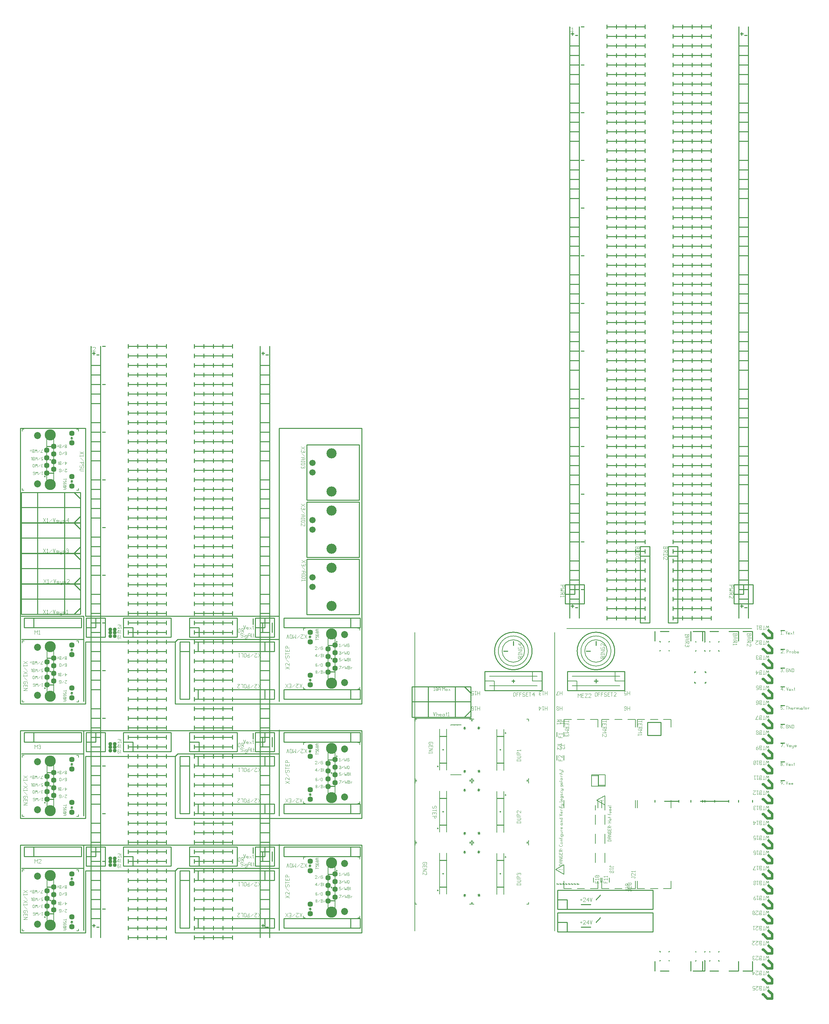
<source format=gbr>
G04 start of page 13 for group -4079 idx -4079 *
G04 Title: (unknown), topsilk *
G04 Creator: pcb 4.2.0 *
G04 CreationDate: Mon Sep 28 02:32:54 2020 UTC *
G04 For: commonadmin *
G04 Format: Gerber/RS-274X *
G04 PCB-Dimensions (mil): 24000.00 18000.00 *
G04 PCB-Coordinate-Origin: lower left *
%MOIN*%
%FSLAX25Y25*%
%LNTOPSILK*%
%ADD271C,0.1060*%
%ADD270C,0.0660*%
%ADD269C,0.0080*%
%ADD268C,0.0050*%
%ADD267C,0.0030*%
%ADD266C,0.0038*%
%ADD265C,0.0729*%
%ADD264C,0.1162*%
%ADD263C,0.0572*%
%ADD262C,0.0400*%
%ADD261C,0.0350*%
%ADD260C,0.0510*%
%ADD259C,0.0940*%
%ADD258C,0.0250*%
%ADD257C,0.0041*%
%ADD256C,0.0030*%
%ADD255C,0.0032*%
%ADD254C,0.0033*%
%ADD253C,0.0012*%
%ADD252C,0.0040*%
%ADD251C,0.0060*%
%ADD250C,0.0100*%
G54D250*X614803Y305551D02*X610236Y300984D01*
X610240Y555933D02*Y551933D01*
X608240Y553933D02*X612240D01*
X678150Y510630D02*X664370D01*
X678150Y496850D02*Y510630D01*
X664370Y496850D02*X678150D01*
X664370Y510630D02*Y496850D01*
X614803Y305906D02*Y305551D01*
Y329685D02*Y329173D01*
X610236Y324606D01*
G54D251*X619772Y433776D02*X610913Y428854D01*
X619772Y423933D01*
X609500Y418500D02*Y423500D01*
Y413500D02*Y403500D01*
Y393500D02*Y383500D01*
Y373500D02*Y363500D01*
X619772Y433776D02*Y423933D01*
X619500Y418500D02*Y423500D01*
Y413500D02*Y403500D01*
Y373500D02*Y363500D01*
Y393500D02*Y383500D01*
G54D250*X804134Y607087D02*X808071D01*
X804134Y587402D02*X808071D01*
X804134Y567717D02*X808071D01*
X804134Y548032D02*X808071D01*
X804134Y528347D02*X808071D01*
X804134Y508661D02*X808071D01*
X804134Y469291D02*X808071D01*
X804134Y488977D02*X808071D01*
X804134Y449606D02*X808071D01*
X713583Y563780D02*Y562795D01*
Y563780D02*X714567D01*
X725394Y562795D02*Y563780D01*
X724409D02*X725394D01*
Y552953D02*Y551969D01*
X724409D01*
X714567D02*X713583D01*
Y552953D01*
G54D251*X579724Y609055D02*X773622D01*
G54D250*X523634Y555445D02*Y552445D01*
X522134Y553945D02*X525134D01*
X594803Y295906D02*X604803D01*
X594803Y319685D02*X604803D01*
G54D251*X576772Y361276D02*X567913Y356354D01*
X576772Y351433D01*
Y361276D02*Y351433D01*
X566929Y292126D02*Y605118D01*
X458000Y508000D02*X469000D01*
X465000D02*Y507500D01*
X461500Y508000D02*Y507500D01*
X458000Y508000D02*Y507500D01*
X420276Y292126D02*Y605118D01*
Y514567D02*X480315D01*
X469000Y455500D02*X458000D01*
Y456000D01*
X461500Y455500D02*Y456000D01*
X465000Y455500D02*Y456000D01*
G54D252*X593504Y300937D02*X595504D01*
X594504Y301937D02*Y299937D01*
X596704Y302437D02*X597204Y302937D01*
X598704D01*
X599204Y302437D01*
Y301437D01*
X596704Y298937D02*X599204Y301437D01*
X596704Y298937D02*X599204D01*
X600404Y300437D02*X602404Y302937D01*
X600404Y300437D02*X602904D01*
X602404Y302937D02*Y298937D01*
X604104Y302937D02*X605104Y298937D01*
X606104Y302937D01*
X593504Y324717D02*X595504D01*
X594504Y325717D02*Y323717D01*
X596704Y326217D02*X597204Y326717D01*
X598704D01*
X599204Y326217D01*
Y325217D01*
X596704Y322717D02*X599204Y325217D01*
X596704Y322717D02*X599204D01*
X600404Y324217D02*X602404Y326717D01*
X600404Y324217D02*X602904D01*
X602404Y326717D02*Y322717D01*
X604104Y326717D02*X605104Y322717D01*
X606104Y326717D01*
X574382Y356354D02*X574882D01*
X570882D02*X573382D01*
G54D253*X568900Y341580D02*Y340650D01*
Y341580D02*X569117Y341890D01*
X569458D01*
X569675Y341580D01*
Y340650D01*
X568900Y341270D02*X569675D01*
X570202Y341115D02*Y340650D01*
Y341115D02*X570357Y341270D01*
X570512D01*
X570667Y341115D01*
Y340650D01*
Y341115D02*X570822Y341270D01*
X570977D01*
X571132Y341115D01*
Y340650D01*
X570047Y341270D02*X570202Y341115D01*
X572062Y340650D02*X572682D01*
X572837Y340805D01*
Y341177D02*Y340805D01*
X572682Y341332D02*X572837Y341177D01*
X572217Y341332D02*X572682D01*
X572217Y341890D02*Y340650D01*
X572062Y341890D02*X572682D01*
X572837Y341735D01*
Y341487D01*
X572682Y341332D02*X572837Y341487D01*
X573364Y341115D02*Y340650D01*
Y341115D02*X573519Y341270D01*
X573674D01*
X573829Y341115D01*
Y340650D01*
Y341115D02*X573984Y341270D01*
X574139D01*
X574294Y341115D01*
Y340650D01*
X573209Y341270D02*X573364Y341115D01*
X575224Y340650D02*X575844D01*
X575999Y340805D01*
Y341177D02*Y340805D01*
X575844Y341332D02*X575999Y341177D01*
X575379Y341332D02*X575844D01*
X575379Y341890D02*Y340650D01*
X575224Y341890D02*X575844D01*
X575999Y341735D01*
Y341487D01*
X575844Y341332D02*X575999Y341487D01*
X576526Y341115D02*Y340185D01*
X576371Y341270D02*X576526Y341115D01*
X576681Y341270D01*
X576991D01*
X577146Y341115D01*
Y340805D01*
X576991Y340650D02*X577146Y340805D01*
X576681Y340650D02*X576991D01*
X576526Y340805D02*X576681Y340650D01*
X578076Y341580D02*Y340650D01*
Y341580D02*X578293Y341890D01*
X578634D01*
X578851Y341580D01*
Y340650D01*
X578076Y341270D02*X578851D01*
X579378Y341115D02*Y340185D01*
X579223Y341270D02*X579378Y341115D01*
X579533Y341270D01*
X579843D01*
X579998Y341115D01*
Y340805D01*
X579843Y340650D02*X579998Y340805D01*
X579533Y340650D02*X579843D01*
X579378Y340805D02*X579533Y340650D01*
X581200D02*X581820D01*
X581975Y340805D01*
Y341177D02*Y340805D01*
X581820Y341332D02*X581975Y341177D01*
X581355Y341332D02*X581820D01*
X581355Y341890D02*Y340650D01*
X581200Y341890D02*X581820D01*
X581975Y341735D01*
Y341487D01*
X581820Y341332D02*X581975Y341487D01*
X582502Y341115D02*Y340185D01*
X582347Y341270D02*X582502Y341115D01*
X582657Y341270D01*
X582967D01*
X583122Y341115D01*
Y340805D01*
X582967Y340650D02*X583122Y340805D01*
X582657Y340650D02*X582967D01*
X582502Y340805D02*X582657Y340650D01*
X584052Y341580D02*Y340650D01*
Y341580D02*X584269Y341890D01*
X584610D01*
X584827Y341580D01*
Y340650D01*
X584052Y341270D02*X584827D01*
X585354Y341115D02*Y340185D01*
X585199Y341270D02*X585354Y341115D01*
X585509Y341270D01*
X585819D01*
X585974Y341115D01*
Y340805D01*
X585819Y340650D02*X585974Y340805D01*
X585509Y340650D02*X585819D01*
X585354Y340805D02*X585509Y340650D01*
X586904Y341580D02*Y340650D01*
Y341580D02*X587121Y341890D01*
X587462D01*
X587679Y341580D01*
Y340650D01*
X586904Y341270D02*X587679D01*
X588206Y341115D02*Y340650D01*
Y341115D02*X588361Y341270D01*
X588516D01*
X588671Y341115D01*
Y340650D01*
Y341115D02*X588826Y341270D01*
X588981D01*
X589136Y341115D01*
Y340650D01*
X588051Y341270D02*X588206Y341115D01*
X590066Y340650D02*X590686D01*
X590841Y340805D01*
Y341177D02*Y340805D01*
X590686Y341332D02*X590841Y341177D01*
X590221Y341332D02*X590686D01*
X590221Y341890D02*Y340650D01*
X590066Y341890D02*X590686D01*
X590841Y341735D01*
Y341487D01*
X590686Y341332D02*X590841Y341487D01*
X591368Y341115D02*Y340650D01*
Y341115D02*X591523Y341270D01*
X591678D01*
X591833Y341115D01*
Y340650D01*
Y341115D02*X591988Y341270D01*
X592143D01*
X592298Y341115D01*
Y340650D01*
X591213Y341270D02*X591368Y341115D01*
G54D254*X805364Y507841D02*X805774Y507431D01*
X804544Y507841D02*X805364D01*
X804134Y507431D02*X804544Y507841D01*
X804134Y507431D02*Y504971D01*
X804544Y504561D01*
X805364Y506365D02*X805774Y505955D01*
X804134Y506365D02*X805364D01*
X804544Y504561D02*X805364D01*
X805774Y504971D01*
Y505955D02*Y504971D01*
X806758Y504561D02*X807168D01*
X811268Y507841D02*X811678Y507431D01*
X810038Y507841D02*X811268D01*
X809628Y507431D02*X810038Y507841D01*
X809628Y507431D02*Y504971D01*
X810038Y504561D01*
X811268D01*
X811678Y504971D01*
Y505791D02*Y504971D01*
X811268Y506201D02*X811678Y505791D01*
X810448Y506201D02*X811268D01*
X812662Y507841D02*Y504561D01*
Y507841D02*X814712Y504561D01*
Y507841D02*Y504561D01*
X816106Y507841D02*Y504561D01*
X817172Y507841D02*X817746Y507267D01*
Y505135D01*
X817172Y504561D02*X817746Y505135D01*
X815696Y504561D02*X817172D01*
X815696Y507841D02*X817172D01*
X439961Y546555D02*X440617Y547211D01*
Y543932D01*
X439961D02*X441191D01*
X442175Y544341D02*X442585Y543932D01*
X442175Y546801D02*Y544341D01*
Y546801D02*X442585Y547211D01*
X443405D01*
X443815Y546801D01*
Y544341D01*
X443405Y543932D02*X443815Y544341D01*
X442585Y543932D02*X443405D01*
X442175Y544751D02*X443815Y546391D01*
X444799D02*Y543932D01*
Y546391D02*X445373Y547211D01*
X446275D01*
X446849Y546391D01*
Y543932D01*
X444799Y545571D02*X446849D01*
X449309Y547211D02*Y543932D01*
Y547211D02*X450539Y545571D01*
X451769Y547211D01*
Y543932D01*
X453983Y545571D02*X454393Y545161D01*
X453163Y545571D02*X453983D01*
X452753Y545161D02*X453163Y545571D01*
X452753Y545161D02*Y544341D01*
X453163Y543932D01*
X454393Y545571D02*Y544341D01*
X454803Y543932D01*
X453163D02*X453983D01*
X454393Y544341D01*
X455787Y545571D02*X457427Y543932D01*
X455787D02*X457427Y545571D01*
G54D255*X571676Y360681D02*X574916D01*
X571676Y361734D02*X572243Y362301D01*
X574349D01*
X574916Y361734D02*X574349Y362301D01*
X574916Y361734D02*Y360276D01*
X571676Y361734D02*Y360276D01*
X572486Y363273D02*X574916D01*
X572486D02*X571676Y363840D01*
Y364731D02*Y363840D01*
Y364731D02*X572486Y365298D01*
X574916D01*
X573296D02*Y363273D01*
X571676Y366270D02*X574916D01*
X571676D02*X574916Y368295D01*
X571676D02*X574916D01*
X571676Y370887D02*X572081Y371292D01*
X571676Y370887D02*Y369672D01*
X572081Y369267D02*X571676Y369672D01*
X572081Y369267D02*X574511D01*
X574916Y369672D01*
Y370887D02*Y369672D01*
Y370887D02*X574511Y371292D01*
X573701D02*X574511D01*
X573296Y370887D02*X573701Y371292D01*
X573296Y370887D02*Y370077D01*
X573134Y373479D02*Y372264D01*
X574916Y373884D02*Y372264D01*
X571676D02*X574916D01*
X571676Y373884D02*Y372264D01*
Y376476D02*Y374856D01*
Y376476D02*X572081Y376881D01*
X572891D01*
X573296Y376476D02*X572891Y376881D01*
X573296Y376476D02*Y375261D01*
X571676D02*X574916D01*
X573296Y375909D02*X574916Y376881D01*
X572891Y378258D02*Y377853D01*
X573701Y378258D02*Y377853D01*
X574916Y382308D02*Y381255D01*
X574349Y380688D02*X574916Y381255D01*
X572243Y380688D02*X574349D01*
X572243D02*X571676Y381255D01*
Y382308D02*Y381255D01*
X573701Y383280D02*X574511D01*
X573701D02*X573296Y383685D01*
Y384495D02*Y383685D01*
Y384495D02*X573701Y384900D01*
X574511D01*
X574916Y384495D02*X574511Y384900D01*
X574916Y384495D02*Y383685D01*
X574511Y383280D02*X574916Y383685D01*
X573701Y386277D02*X574916D01*
X573701D02*X573296Y386682D01*
Y387087D02*Y386682D01*
Y387087D02*X573701Y387492D01*
X574916D01*
X573296Y385872D02*X573701Y386277D01*
X572081Y388869D02*X574916D01*
X572081D02*X571676Y389274D01*
Y389679D02*Y389274D01*
X573296D02*Y388464D01*
G54D252*X572486Y390489D02*X572567D01*
G54D255*X573701D02*X574916D01*
X573296Y392514D02*X573701Y392919D01*
X573296Y392514D02*Y391704D01*
X573701Y391299D02*X573296Y391704D01*
X573701Y391299D02*X574511D01*
X574916Y391704D01*
Y392514D02*Y391704D01*
Y392514D02*X574511Y392919D01*
X575726Y391299D02*X576131Y391704D01*
Y392514D02*Y391704D01*
Y392514D02*X575726Y392919D01*
X573296D02*X575726D01*
X573296Y393891D02*X574511D01*
X574916Y394296D01*
Y395106D02*Y394296D01*
Y395106D02*X574511Y395511D01*
X573296D02*X574511D01*
X573701Y396888D02*X574916D01*
X573701D02*X573296Y397293D01*
Y398103D02*Y397293D01*
Y396483D02*X573701Y396888D01*
X574916Y400695D02*Y399480D01*
X574511Y399075D02*X574916Y399480D01*
X573701Y399075D02*X574511D01*
X573701D02*X573296Y399480D01*
Y400290D02*Y399480D01*
Y400290D02*X573701Y400695D01*
X574106D02*Y399075D01*
X573701Y400695D02*X574106D01*
X573296Y404340D02*X573701Y404745D01*
X573296Y404340D02*Y403530D01*
X573701Y403125D02*X573296Y403530D01*
X573701Y403125D02*X574511D01*
X574916Y403530D01*
X573296Y404745D02*X574511D01*
X574916Y405150D01*
Y404340D02*Y403530D01*
Y404340D02*X574511Y404745D01*
X573701Y406527D02*X574916D01*
X573701D02*X573296Y406932D01*
Y407337D02*Y406932D01*
Y407337D02*X573701Y407742D01*
X574916D01*
X573296Y406122D02*X573701Y406527D01*
X571676Y410334D02*X574916D01*
Y409929D02*X574511Y410334D01*
X574916Y409929D02*Y409119D01*
X574511Y408714D02*X574916Y409119D01*
X573701Y408714D02*X574511D01*
X573701D02*X573296Y409119D01*
Y409929D02*Y409119D01*
Y409929D02*X573701Y410334D01*
X571676Y412764D02*X574916Y413574D01*
X571676Y414384D01*
X574916Y416976D02*Y415761D01*
X574511Y415356D02*X574916Y415761D01*
X573701Y415356D02*X574511D01*
X573701D02*X573296Y415761D01*
Y416571D02*Y415761D01*
Y416571D02*X573701Y416976D01*
X574106D02*Y415356D01*
X573701Y416976D02*X574106D01*
X573701Y418353D02*X574916D01*
X573701D02*X573296Y418758D01*
Y419568D02*Y418758D01*
Y417948D02*X573701Y418353D01*
G54D252*X572486Y420540D02*X572567D01*
G54D255*X573701D02*X574916D01*
X572081Y421755D02*X574916D01*
X572081D02*X571676Y422160D01*
Y422565D02*Y422160D01*
X573296D02*Y421350D01*
Y423375D02*X574511D01*
X574916Y423780D01*
X573296Y424995D02*X575726D01*
X576131Y424590D02*X575726Y424995D01*
X576131Y424590D02*Y423780D01*
X575726Y423375D02*X576131Y423780D01*
X574916Y424590D02*Y423780D01*
Y424590D02*X574511Y424995D01*
X571676Y427425D02*X574511D01*
X574916Y427830D01*
Y430260D02*Y429045D01*
X574511Y428640D02*X574916Y429045D01*
X573701Y428640D02*X574511D01*
X573701D02*X573296Y429045D01*
Y429855D02*Y429045D01*
Y429855D02*X573701Y430260D01*
X574106D02*Y428640D01*
X573701Y430260D02*X574106D01*
X573296Y432447D02*X573701Y432852D01*
X573296Y432447D02*Y431637D01*
X573701Y431232D02*X573296Y431637D01*
X573701Y431232D02*X574511D01*
X574916Y431637D01*
Y432447D02*Y431637D01*
Y432447D02*X574511Y432852D01*
X575726Y431232D02*X576131Y431637D01*
Y432447D02*Y431637D01*
Y432447D02*X575726Y432852D01*
X573296D02*X575726D01*
X573296Y435039D02*X573701Y435444D01*
X573296Y435039D02*Y434229D01*
X573701Y433824D02*X573296Y434229D01*
X573701Y433824D02*X574511D01*
X574916Y434229D01*
X573296Y435444D02*X574511D01*
X574916Y435849D01*
Y435039D02*Y434229D01*
Y435039D02*X574511Y435444D01*
X573296Y438441D02*Y437226D01*
X573701Y436821D02*X573296Y437226D01*
X573701Y436821D02*X574511D01*
X574916Y437226D01*
Y438441D02*Y437226D01*
X573296Y439413D02*X574511D01*
X574916Y439818D01*
X573296Y441033D02*X575726D01*
X576131Y440628D02*X575726Y441033D01*
X576131Y440628D02*Y439818D01*
X575726Y439413D02*X576131Y439818D01*
X574916Y440628D02*Y439818D01*
Y440628D02*X574511Y441033D01*
X573701Y443868D02*X576131D01*
X573296Y443463D02*X573701Y443868D01*
X573296Y444273D01*
Y445083D02*Y444273D01*
Y445083D02*X573701Y445488D01*
X574511D01*
X574916Y445083D02*X574511Y445488D01*
X574916Y445083D02*Y444273D01*
X574511Y443868D02*X574916Y444273D01*
X573701Y446460D02*X574511D01*
X573701D02*X573296Y446865D01*
Y447675D02*Y446865D01*
Y447675D02*X573701Y448080D01*
X574511D01*
X574916Y447675D02*X574511Y448080D01*
X574916Y447675D02*Y446865D01*
X574511Y446460D02*X574916Y446865D01*
X571676Y449052D02*X574511D01*
X574916Y449457D01*
X573296Y451482D02*X573701Y451887D01*
X573296Y451482D02*Y450672D01*
X573701Y450267D02*X573296Y450672D01*
X573701Y450267D02*X574511D01*
X574916Y450672D01*
X573296Y451887D02*X574511D01*
X574916Y452292D01*
Y451482D02*Y450672D01*
Y451482D02*X574511Y451887D01*
X573701Y453669D02*X574916D01*
X573701D02*X573296Y454074D01*
Y454884D02*Y454074D01*
Y453264D02*X573701Y453669D01*
G54D252*X572486Y455856D02*X572567D01*
G54D255*X573701D02*X574916D01*
X571676Y457071D02*X574511D01*
X574916Y457476D01*
X572891D02*Y456666D01*
X573296Y458286D02*X574511D01*
X574916Y458691D01*
X573296Y459906D02*X575726D01*
X576131Y459501D02*X575726Y459906D01*
X576131Y459501D02*Y458691D01*
X575726Y458286D02*X576131Y458691D01*
X574916Y459501D02*Y458691D01*
Y459501D02*X574511Y459906D01*
Y460878D02*X574916D01*
X571676D02*X573701D01*
G54D256*X622770Y386385D02*X625850D01*
X622770Y387386D02*X623309Y387925D01*
X625311D01*
X625850Y387386D02*X625311Y387925D01*
X625850Y387386D02*Y386000D01*
X622770Y387386D02*Y386000D01*
X623540Y388849D02*X625850D01*
X623540D02*X622770Y389388D01*
Y390235D02*Y389388D01*
Y390235D02*X623540Y390774D01*
X625850D01*
X624310D02*Y388849D01*
X622770Y391698D02*X625850D01*
X622770D02*X625850Y393623D01*
X622770D02*X625850D01*
X622770Y396087D02*X623155Y396472D01*
X622770Y396087D02*Y394932D01*
X623155Y394547D02*X622770Y394932D01*
X623155Y394547D02*X625465D01*
X625850Y394932D01*
Y396087D02*Y394932D01*
Y396087D02*X625465Y396472D01*
X624695D02*X625465D01*
X624310Y396087D02*X624695Y396472D01*
X624310Y396087D02*Y395317D01*
X624156Y398551D02*Y397396D01*
X625850Y398936D02*Y397396D01*
X622770D02*X625850D01*
X622770Y398936D02*Y397396D01*
Y401400D02*Y399860D01*
Y401400D02*X623155Y401785D01*
X623925D01*
X624310Y401400D02*X623925Y401785D01*
X624310Y401400D02*Y400245D01*
X622770D02*X625850D01*
X624310Y400861D02*X625850Y401785D01*
X623925Y403094D02*Y402709D01*
X624695Y403094D02*Y402709D01*
X622770Y405404D02*X625850D01*
X622770Y407329D02*X625850D01*
X624310D02*Y405404D01*
X624695Y408253D02*X625465D01*
X624695D02*X624310Y408638D01*
Y409408D02*Y408638D01*
Y409408D02*X624695Y409793D01*
X625465D01*
X625850Y409408D02*X625465Y409793D01*
X625850Y409408D02*Y408638D01*
X625465Y408253D02*X625850Y408638D01*
X622770Y411102D02*X625465D01*
X625850Y411487D01*
X623925D02*Y410717D01*
X623155Y414028D02*X625850D01*
X623155D02*X622770Y414413D01*
Y414798D02*Y414413D01*
X624310D02*Y413643D01*
Y415568D02*X625465D01*
X625850Y415953D01*
Y416723D02*Y415953D01*
Y416723D02*X625465Y417108D01*
X624310D02*X625465D01*
X625850Y419572D02*Y418417D01*
Y419572D02*X625465Y419957D01*
X625080Y419572D02*X625465Y419957D01*
X625080Y419572D02*Y418417D01*
X624695Y418032D02*X625080Y418417D01*
X624695Y418032D02*X624310Y418417D01*
Y419572D02*Y418417D01*
Y419572D02*X624695Y419957D01*
X625465Y418032D02*X625850Y418417D01*
Y422421D02*Y421266D01*
X625465Y420881D02*X625850Y421266D01*
X624695Y420881D02*X625465D01*
X624695D02*X624310Y421266D01*
Y422036D02*Y421266D01*
Y422036D02*X624695Y422421D01*
X625080D02*Y420881D01*
X624695Y422421D02*X625080D01*
X625465Y423345D02*X625850D01*
X622770D02*X624695D01*
G54D252*X617382Y428854D02*X617882D01*
X613882D02*X616382D01*
G54D255*X804134Y605629D02*X804782Y606277D01*
Y603037D01*
X804134D02*X805349D01*
X806321D02*X806726D01*
X809156Y606277D02*X809966Y603037D01*
X810776Y606277D01*
X812153Y603037D02*X813368D01*
X811748Y603442D02*X812153Y603037D01*
X811748Y604252D02*Y603442D01*
Y604252D02*X812153Y604657D01*
X812963D01*
X813368Y604252D01*
X811748Y603847D02*X813368D01*
Y604252D02*Y603847D01*
X814340Y604657D02*X815960Y603037D01*
X814340D02*X815960Y604657D01*
X817337Y606277D02*Y603442D01*
X817742Y603037D01*
X816932Y605062D02*X817742D01*
G54D254*X804134Y586172D02*X804544Y586582D01*
X805774D01*
X806184Y586172D01*
Y585352D01*
X804134Y583302D02*X806184Y585352D01*
X804134Y583302D02*X806184D01*
X807168D02*X807578D01*
X810448Y586582D02*Y583302D01*
X810038Y586582D02*X811678D01*
X812088Y586172D01*
Y585352D01*
X811678Y584942D02*X812088Y585352D01*
X810448Y584942D02*X811678D01*
X813482Y584532D02*Y583302D01*
Y584532D02*X813892Y584942D01*
X814712D01*
X813072D02*X813482Y584532D01*
X815696D02*Y583712D01*
Y584532D02*X816106Y584942D01*
X816926D01*
X817336Y584532D01*
Y583712D01*
X816926Y583302D02*X817336Y583712D01*
X816106Y583302D02*X816926D01*
X815696Y583712D02*X816106Y583302D01*
X818320Y586582D02*Y583302D01*
Y583712D02*X818730Y583302D01*
X819550D01*
X819960Y583712D01*
Y584532D02*Y583712D01*
X819550Y584942D02*X819960Y584532D01*
X818730Y584942D02*X819550D01*
X818320Y584532D02*X818730Y584942D01*
X821354Y583302D02*X822584D01*
X820944Y583712D02*X821354Y583302D01*
X820944Y584532D02*Y583712D01*
Y584532D02*X821354Y584942D01*
X822174D01*
X822584Y584532D01*
X820944Y584122D02*X822584D01*
Y584532D02*Y584122D01*
X804134Y566487D02*X804544Y566897D01*
X805364D01*
X805774Y566487D01*
X805364Y563617D02*X805774Y564027D01*
X804544Y563617D02*X805364D01*
X804134Y564027D02*X804544Y563617D01*
Y565421D02*X805364D01*
X805774Y566487D02*Y565831D01*
Y565011D02*Y564027D01*
Y565011D02*X805364Y565421D01*
X805774Y565831D02*X805364Y565421D01*
X806758Y563617D02*X807168D01*
X811268Y566897D02*X811678Y566487D01*
X810038Y566897D02*X811268D01*
X809628Y566487D02*X810038Y566897D01*
X809628Y566487D02*Y564027D01*
X810038Y563617D01*
X811268D01*
X811678Y564027D01*
Y564847D02*Y564027D01*
X811268Y565257D02*X811678Y564847D01*
X810448Y565257D02*X811268D01*
X812662Y566897D02*Y563617D01*
Y566897D02*X814712Y563617D01*
Y566897D02*Y563617D01*
X816106Y566897D02*Y563617D01*
X817172Y566897D02*X817746Y566323D01*
Y564191D01*
X817172Y563617D02*X817746Y564191D01*
X815696Y563617D02*X817172D01*
X815696Y566897D02*X817172D01*
X804134Y545162D02*X805774Y547212D01*
X804134Y545162D02*X806184D01*
X805774Y547212D02*Y543932D01*
X807168D02*X807578D01*
X810038Y547212D02*X810858Y543932D01*
X811678Y547212D01*
X813072Y543932D02*X814302D01*
X812662Y544342D02*X813072Y543932D01*
X812662Y545162D02*Y544342D01*
Y545162D02*X813072Y545572D01*
X813892D01*
X814302Y545162D01*
X812662Y544752D02*X814302D01*
Y545162D02*Y544752D01*
X815286Y545572D02*X816926Y543932D01*
X815286D02*X816926Y545572D01*
X818320Y547212D02*Y544342D01*
X818730Y543932D01*
X817910Y545982D02*X818730D01*
X804134Y527527D02*X805774D01*
X804134D02*Y525887D01*
X804544Y526297D01*
X805364D01*
X805774Y525887D01*
Y524657D01*
X805364Y524247D02*X805774Y524657D01*
X804544Y524247D02*X805364D01*
X804134Y524657D02*X804544Y524247D01*
X806758D02*X807168D01*
X809628Y527527D02*X811268D01*
X810448D02*Y524247D01*
X812252Y527527D02*Y524247D01*
Y525477D02*X812662Y525887D01*
X813482D01*
X813892Y525477D01*
Y524247D01*
X815286D02*X816516D01*
X814876Y524657D02*X815286Y524247D01*
X814876Y525477D02*Y524657D01*
Y525477D02*X815286Y525887D01*
X816106D01*
X816516Y525477D01*
X814876Y525067D02*X816516D01*
Y525477D02*Y525067D01*
X817910Y525477D02*Y524247D01*
Y525477D02*X818320Y525887D01*
X819140D01*
X817500D02*X817910Y525477D01*
X820534D02*Y524247D01*
Y525477D02*X820944Y525887D01*
X821354D01*
X821764Y525477D01*
Y524247D01*
Y525477D02*X822174Y525887D01*
X822584D01*
X822994Y525477D01*
Y524247D01*
X820124Y525887D02*X820534Y525477D01*
G54D257*X823978Y526707D02*Y526625D01*
G54D254*Y525477D02*Y524247D01*
X825208D02*X826438D01*
X826848Y524657D01*
X826438Y525067D02*X826848Y524657D01*
X825208Y525067D02*X826438D01*
X824798Y525477D02*X825208Y525067D01*
X824798Y525477D02*X825208Y525887D01*
X826438D01*
X826848Y525477D01*
X824798Y524657D02*X825208Y524247D01*
X828242Y527527D02*Y524657D01*
X828652Y524247D01*
X827832Y526297D02*X828652D01*
X829472Y525477D02*Y524657D01*
Y525477D02*X829882Y525887D01*
X830702D01*
X831112Y525477D01*
Y524657D01*
X830702Y524247D02*X831112Y524657D01*
X829882Y524247D02*X830702D01*
X829472Y524657D02*X829882Y524247D01*
X832506Y525477D02*Y524247D01*
Y525477D02*X832916Y525887D01*
X833736D01*
X832096D02*X832506Y525477D01*
X804544Y484877D02*X806184Y488157D01*
X804134D02*X806184D01*
X807168Y484877D02*X807578D01*
X810038Y488157D02*X810858Y484877D01*
X811678Y488157D01*
X813072Y484877D02*X814302D01*
X814712Y485287D01*
X814302Y485697D02*X814712Y485287D01*
X813072Y485697D02*X814302D01*
X812662Y486107D02*X813072Y485697D01*
X812662Y486107D02*X813072Y486517D01*
X814302D01*
X814712Y486107D01*
X812662Y485287D02*X813072Y484877D01*
X815696Y486517D02*Y485287D01*
X816106Y484877D01*
X817336Y486517D02*Y484057D01*
X816926Y483647D02*X817336Y484057D01*
X816106Y483647D02*X816926D01*
X815696Y484057D02*X816106Y483647D01*
Y484877D02*X816926D01*
X817336Y485287D01*
X818730Y484877D02*X819960D01*
X820370Y485287D01*
X819960Y485697D02*X820370Y485287D01*
X818730Y485697D02*X819960D01*
X818320Y486107D02*X818730Y485697D01*
X818320Y486107D02*X818730Y486517D01*
X819960D01*
X820370Y486107D01*
X818320Y485287D02*X818730Y484877D01*
X804134Y465601D02*X804544Y465191D01*
X804134Y466257D02*Y465601D01*
Y466257D02*X804708Y466831D01*
X805200D01*
X805774Y466257D01*
Y465601D01*
X805364Y465191D02*X805774Y465601D01*
X804544Y465191D02*X805364D01*
X804134Y467405D02*X804708Y466831D01*
X804134Y468061D02*Y467405D01*
Y468061D02*X804544Y468471D01*
X805364D01*
X805774Y468061D01*
Y467405D01*
X805200Y466831D02*X805774Y467405D01*
X806758Y465191D02*X807168D01*
X809628Y468471D02*X810448Y465191D01*
X811268Y468471D01*
X812662Y465191D02*X813892D01*
X812252Y465601D02*X812662Y465191D01*
X812252Y466421D02*Y465601D01*
Y466421D02*X812662Y466831D01*
X813482D01*
X813892Y466421D01*
X812252Y466011D02*X813892D01*
Y466421D02*Y466011D01*
X814876Y466831D02*X816516Y465191D01*
X814876D02*X816516Y466831D01*
X817910Y468471D02*Y465601D01*
X818320Y465191D01*
X817500Y467241D02*X818320D01*
X804544Y445506D02*X805774Y447146D01*
Y448376D02*Y447146D01*
X805364Y448786D02*X805774Y448376D01*
X804544Y448786D02*X805364D01*
X804134Y448376D02*X804544Y448786D01*
X804134Y448376D02*Y447556D01*
X804544Y447146D01*
X805774D01*
X806758Y445506D02*X807168D01*
X809628Y448786D02*X810448Y445506D01*
X811268Y448786D01*
X812662Y445506D02*X813892D01*
X812252Y445916D02*X812662Y445506D01*
X812252Y446736D02*Y445916D01*
Y446736D02*X812662Y447146D01*
X813482D01*
X813892Y446736D01*
X812252Y446326D02*X813892D01*
Y446736D02*Y446326D01*
X815286Y445506D02*X816516D01*
X814876Y445916D02*X815286Y445506D01*
X814876Y446736D02*Y445916D01*
Y446736D02*X815286Y447146D01*
X816106D01*
X816516Y446736D01*
X814876Y446326D02*X816516D01*
Y446736D02*Y446326D01*
G54D258*X794882Y603543D02*Y599606D01*
Y603543D02*X791339Y607087D01*
X789890Y599087D02*X794882D01*
X785433Y603150D02*X785827D01*
X789890Y599087D02*X785827Y603150D01*
G54D250*X755000Y655000D02*Y635000D01*
X775000D01*
Y655000D01*
X755000D01*
Y645000D02*X765000D01*
Y655000D01*
G54D258*X794882Y587795D02*Y583858D01*
Y587795D02*X791339Y591339D01*
X789890Y583339D02*X794882D01*
X785433Y587402D02*X785827D01*
X789890Y583339D02*X785827Y587402D01*
X794882Y572047D02*Y568110D01*
Y572047D02*X791339Y575591D01*
X789890Y567591D02*X794882D01*
X785433Y571654D02*X785827D01*
X789890Y567591D02*X785827Y571654D01*
X794882Y556299D02*Y552362D01*
Y556299D02*X791339Y559843D01*
X789890Y551843D02*X794882D01*
X785433Y555906D02*X785827D01*
X789890Y551843D02*X785827Y555906D01*
X794882Y540551D02*Y536614D01*
Y540551D02*X791339Y544094D01*
X789890Y536094D02*X794882D01*
X785433Y540157D02*X785827D01*
X789890Y536094D02*X785827Y540157D01*
G54D250*X731000Y622000D02*Y618000D01*
X721000Y622000D02*Y618000D01*
X711000Y622000D02*Y618000D01*
X701000Y622000D02*Y618000D01*
X691000Y622000D02*Y618000D01*
X661500Y622000D02*Y618000D01*
X651500Y622000D02*Y618000D01*
X641500Y622000D02*Y618000D01*
X631500Y622000D02*Y618000D01*
X621500Y622000D02*Y618000D01*
X691000Y620000D02*X731000D01*
X621500D02*X661500D01*
X731000Y632000D02*Y628000D01*
X721000Y632000D02*Y628000D01*
X711000Y632000D02*Y628000D01*
X701000Y632000D02*Y628000D01*
X691000Y632000D02*Y628000D01*
X661500Y632000D02*Y628000D01*
X651500Y632000D02*Y628000D01*
X641500Y632000D02*Y628000D01*
X631500Y632000D02*Y628000D01*
X621500Y632000D02*Y628000D01*
X691000Y630000D02*X731000D01*
X621500D02*X661500D01*
X731000Y672000D02*Y668000D01*
X721000Y672000D02*Y668000D01*
X711000Y672000D02*Y668000D01*
X701000Y672000D02*Y668000D01*
X691000Y672000D02*Y668000D01*
X661500Y672000D02*Y668000D01*
X651500Y672000D02*Y668000D01*
X641500Y672000D02*Y668000D01*
X631500Y672000D02*Y668000D01*
X621500Y672000D02*Y668000D01*
X691000Y670000D02*X731000D01*
X621500D02*X661500D01*
X594500Y650000D02*X597500D01*
X594500Y700000D02*X597500D01*
X594500Y750000D02*X597500D01*
X594500Y800000D02*X597500D01*
X594500Y850000D02*X597500D01*
X594500Y900000D02*X597500D01*
X594500Y950000D02*X597500D01*
X594500Y1000000D02*X597500D01*
X594500Y1050000D02*X597500D01*
X594500Y1100000D02*X597500D01*
X594500Y1150000D02*X597500D01*
X594500Y1200000D02*X597500D01*
X594500Y1240000D02*X597500D01*
X731000Y642000D02*Y638000D01*
X721000Y642000D02*Y638000D01*
X711000Y642000D02*Y638000D01*
X701000Y642000D02*Y638000D01*
X691000Y642000D02*Y638000D01*
X661500Y642000D02*Y638000D01*
X651500Y642000D02*Y638000D01*
X641500Y642000D02*Y638000D01*
X631500Y642000D02*Y638000D01*
X621500Y642000D02*Y638000D01*
X691000Y640000D02*X731000D01*
X621500D02*X661500D01*
X731000Y652000D02*Y648000D01*
X721000Y652000D02*Y648000D01*
X711000Y652000D02*Y648000D01*
X701000Y652000D02*Y648000D01*
X691000Y652000D02*Y648000D01*
X661500Y652000D02*Y648000D01*
X651500Y652000D02*Y648000D01*
X641500Y652000D02*Y648000D01*
X631500Y652000D02*Y648000D01*
X621500Y652000D02*Y648000D01*
X691000Y650000D02*X731000D01*
X621500D02*X661500D01*
X731000Y662000D02*Y658000D01*
X721000Y662000D02*Y658000D01*
X711000Y662000D02*Y658000D01*
X701000Y662000D02*Y658000D01*
X691000Y662000D02*Y658000D01*
X661500Y662000D02*Y658000D01*
X651500Y662000D02*Y658000D01*
X641500Y662000D02*Y658000D01*
X631500Y662000D02*Y658000D01*
X621500Y662000D02*Y658000D01*
X691000Y660000D02*X731000D01*
X621500D02*X661500D01*
X731000Y682000D02*Y678000D01*
X721000Y682000D02*Y678000D01*
X711000Y682000D02*Y678000D01*
X701000Y682000D02*Y678000D01*
X691000Y682000D02*Y678000D01*
X661500Y682000D02*Y678000D01*
X651500Y682000D02*Y678000D01*
X641500Y682000D02*Y678000D01*
X631500Y682000D02*Y678000D01*
X621500Y682000D02*Y678000D01*
X691000Y680000D02*X731000D01*
X621500D02*X661500D01*
X731000Y692000D02*Y688000D01*
X721000Y692000D02*Y688000D01*
X711000Y692000D02*Y688000D01*
X701000Y692000D02*Y688000D01*
X691000Y692000D02*Y688000D01*
X661500Y692000D02*Y688000D01*
X651500Y692000D02*Y688000D01*
X641500Y692000D02*Y688000D01*
X631500Y692000D02*Y688000D01*
X621500Y692000D02*Y688000D01*
X691000Y690000D02*X731000D01*
X621500D02*X661500D01*
X731000Y702000D02*Y698000D01*
X721000Y702000D02*Y698000D01*
X711000Y702000D02*Y698000D01*
X701000Y702000D02*Y698000D01*
X691000Y702000D02*Y698000D01*
X661500Y702000D02*Y698000D01*
X651500Y702000D02*Y698000D01*
X641500Y702000D02*Y698000D01*
X631500Y702000D02*Y698000D01*
X621500Y702000D02*Y698000D01*
X691000Y700000D02*X731000D01*
X621500D02*X661500D01*
X731000Y712000D02*Y708000D01*
X721000Y712000D02*Y708000D01*
X711000Y712000D02*Y708000D01*
X701000Y712000D02*Y708000D01*
X691000Y712000D02*Y708000D01*
X661500Y712000D02*Y708000D01*
X651500Y712000D02*Y708000D01*
X641500Y712000D02*Y708000D01*
X631500Y712000D02*Y708000D01*
X621500Y712000D02*Y708000D01*
X691000Y710000D02*X731000D01*
X621500D02*X661500D01*
X731000Y722000D02*Y718000D01*
X721000Y722000D02*Y718000D01*
X711000Y722000D02*Y718000D01*
X701000Y722000D02*Y718000D01*
X691000Y722000D02*Y718000D01*
X661500Y722000D02*Y718000D01*
X651500Y722000D02*Y718000D01*
X641500Y722000D02*Y718000D01*
X631500Y722000D02*Y718000D01*
X621500Y722000D02*Y718000D01*
X691000Y720000D02*X731000D01*
X621500D02*X661500D01*
X731000Y732000D02*Y728000D01*
X721000Y732000D02*Y728000D01*
X711000Y732000D02*Y728000D01*
X701000Y732000D02*Y728000D01*
X691000Y732000D02*Y728000D01*
X661500Y732000D02*Y728000D01*
X651500Y732000D02*Y728000D01*
X641500Y732000D02*Y728000D01*
X631500Y732000D02*Y728000D01*
X621500Y732000D02*Y728000D01*
X691000Y730000D02*X731000D01*
X621500D02*X661500D01*
X731000Y742000D02*Y738000D01*
X721000Y742000D02*Y738000D01*
X711000Y742000D02*Y738000D01*
X701000Y742000D02*Y738000D01*
X691000Y742000D02*Y738000D01*
X661500Y742000D02*Y738000D01*
X651500Y742000D02*Y738000D01*
X641500Y742000D02*Y738000D01*
X631500Y742000D02*Y738000D01*
X621500Y742000D02*Y738000D01*
X691000Y740000D02*X731000D01*
X621500D02*X661500D01*
X731000Y752000D02*Y748000D01*
X721000Y752000D02*Y748000D01*
X711000Y752000D02*Y748000D01*
X701000Y752000D02*Y748000D01*
X691000Y752000D02*Y748000D01*
X661500Y752000D02*Y748000D01*
X651500Y752000D02*Y748000D01*
X641500Y752000D02*Y748000D01*
X631500Y752000D02*Y748000D01*
X621500Y752000D02*Y748000D01*
X691000Y750000D02*X731000D01*
X621500D02*X661500D01*
X731000Y762000D02*Y758000D01*
X721000Y762000D02*Y758000D01*
X711000Y762000D02*Y758000D01*
X701000Y762000D02*Y758000D01*
X691000Y762000D02*Y758000D01*
X661500Y762000D02*Y758000D01*
X651500Y762000D02*Y758000D01*
X641500Y762000D02*Y758000D01*
X631500Y762000D02*Y758000D01*
X621500Y762000D02*Y758000D01*
X691000Y760000D02*X731000D01*
X621500D02*X661500D01*
X731000Y772000D02*Y768000D01*
X721000Y772000D02*Y768000D01*
X711000Y772000D02*Y768000D01*
X701000Y772000D02*Y768000D01*
X691000Y772000D02*Y768000D01*
X661500Y772000D02*Y768000D01*
X651500Y772000D02*Y768000D01*
X641500Y772000D02*Y768000D01*
X631500Y772000D02*Y768000D01*
X621500Y772000D02*Y768000D01*
X691000Y770000D02*X731000D01*
X621500D02*X661500D01*
X731000Y782000D02*Y778000D01*
X721000Y782000D02*Y778000D01*
X711000Y782000D02*Y778000D01*
X701000Y782000D02*Y778000D01*
X691000Y782000D02*Y778000D01*
X661500Y782000D02*Y778000D01*
X651500Y782000D02*Y778000D01*
X641500Y782000D02*Y778000D01*
X631500Y782000D02*Y778000D01*
X621500Y782000D02*Y778000D01*
X691000Y780000D02*X731000D01*
X621500D02*X661500D01*
X731000Y792000D02*Y788000D01*
X721000Y792000D02*Y788000D01*
X711000Y792000D02*Y788000D01*
X701000Y792000D02*Y788000D01*
X691000Y792000D02*Y788000D01*
X661500Y792000D02*Y788000D01*
X651500Y792000D02*Y788000D01*
X641500Y792000D02*Y788000D01*
X631500Y792000D02*Y788000D01*
X621500Y792000D02*Y788000D01*
X691000Y790000D02*X731000D01*
X621500D02*X661500D01*
X731000Y802000D02*Y798000D01*
X721000Y802000D02*Y798000D01*
X711000Y802000D02*Y798000D01*
X701000Y802000D02*Y798000D01*
X691000Y802000D02*Y798000D01*
X661500Y802000D02*Y798000D01*
X651500Y802000D02*Y798000D01*
X641500Y802000D02*Y798000D01*
X631500Y802000D02*Y798000D01*
X621500Y802000D02*Y798000D01*
X691000Y800000D02*X731000D01*
X621500D02*X661500D01*
X731000Y812000D02*Y808000D01*
X721000Y812000D02*Y808000D01*
X711000Y812000D02*Y808000D01*
X701000Y812000D02*Y808000D01*
X691000Y812000D02*Y808000D01*
X661500Y812000D02*Y808000D01*
X651500Y812000D02*Y808000D01*
X641500Y812000D02*Y808000D01*
X631500Y812000D02*Y808000D01*
X621500Y812000D02*Y808000D01*
X691000Y810000D02*X731000D01*
X621500D02*X661500D01*
X731000Y822000D02*Y818000D01*
X721000Y822000D02*Y818000D01*
X711000Y822000D02*Y818000D01*
X701000Y822000D02*Y818000D01*
X691000Y822000D02*Y818000D01*
X661500Y822000D02*Y818000D01*
X651500Y822000D02*Y818000D01*
X641500Y822000D02*Y818000D01*
X631500Y822000D02*Y818000D01*
X621500Y822000D02*Y818000D01*
X691000Y820000D02*X731000D01*
X621500D02*X661500D01*
X731000Y832000D02*Y828000D01*
X721000Y832000D02*Y828000D01*
X711000Y832000D02*Y828000D01*
X701000Y832000D02*Y828000D01*
X691000Y832000D02*Y828000D01*
X661500Y832000D02*Y828000D01*
X651500Y832000D02*Y828000D01*
X641500Y832000D02*Y828000D01*
X631500Y832000D02*Y828000D01*
X621500Y832000D02*Y828000D01*
X691000Y830000D02*X731000D01*
X621500D02*X661500D01*
X731000Y842000D02*Y838000D01*
X721000Y842000D02*Y838000D01*
X711000Y842000D02*Y838000D01*
X701000Y842000D02*Y838000D01*
X691000Y842000D02*Y838000D01*
X661500Y842000D02*Y838000D01*
X651500Y842000D02*Y838000D01*
X641500Y842000D02*Y838000D01*
X631500Y842000D02*Y838000D01*
X621500Y842000D02*Y838000D01*
X691000Y840000D02*X731000D01*
X621500D02*X661500D01*
X731000Y852000D02*Y848000D01*
X721000Y852000D02*Y848000D01*
X711000Y852000D02*Y848000D01*
X701000Y852000D02*Y848000D01*
X691000Y852000D02*Y848000D01*
X661500Y852000D02*Y848000D01*
X651500Y852000D02*Y848000D01*
X641500Y852000D02*Y848000D01*
X631500Y852000D02*Y848000D01*
X621500Y852000D02*Y848000D01*
X691000Y850000D02*X731000D01*
X621500D02*X661500D01*
X731000Y862000D02*Y858000D01*
X721000Y862000D02*Y858000D01*
X711000Y862000D02*Y858000D01*
X701000Y862000D02*Y858000D01*
X691000Y862000D02*Y858000D01*
X661500Y862000D02*Y858000D01*
X651500Y862000D02*Y858000D01*
X641500Y862000D02*Y858000D01*
X631500Y862000D02*Y858000D01*
X621500Y862000D02*Y858000D01*
X691000Y860000D02*X731000D01*
X621500D02*X661500D01*
X731000Y872000D02*Y868000D01*
X721000Y872000D02*Y868000D01*
X711000Y872000D02*Y868000D01*
X701000Y872000D02*Y868000D01*
X691000Y872000D02*Y868000D01*
X661500Y872000D02*Y868000D01*
X651500Y872000D02*Y868000D01*
X641500Y872000D02*Y868000D01*
X631500Y872000D02*Y868000D01*
X621500Y872000D02*Y868000D01*
X691000Y870000D02*X731000D01*
X621500D02*X661500D01*
X731000Y882000D02*Y878000D01*
X721000Y882000D02*Y878000D01*
X711000Y882000D02*Y878000D01*
X701000Y882000D02*Y878000D01*
X691000Y882000D02*Y878000D01*
X661500Y882000D02*Y878000D01*
X651500Y882000D02*Y878000D01*
X641500Y882000D02*Y878000D01*
X631500Y882000D02*Y878000D01*
X621500Y882000D02*Y878000D01*
X691000Y880000D02*X731000D01*
X621500D02*X661500D01*
X731000Y892000D02*Y888000D01*
X721000Y892000D02*Y888000D01*
X711000Y892000D02*Y888000D01*
X701000Y892000D02*Y888000D01*
X691000Y892000D02*Y888000D01*
X661500Y892000D02*Y888000D01*
X651500Y892000D02*Y888000D01*
X641500Y892000D02*Y888000D01*
X631500Y892000D02*Y888000D01*
X621500Y892000D02*Y888000D01*
X691000Y890000D02*X731000D01*
X621500D02*X661500D01*
X731000Y902000D02*Y898000D01*
X721000Y902000D02*Y898000D01*
X711000Y902000D02*Y898000D01*
X701000Y902000D02*Y898000D01*
X691000Y902000D02*Y898000D01*
X661500Y902000D02*Y898000D01*
X651500Y902000D02*Y898000D01*
X641500Y902000D02*Y898000D01*
X631500Y902000D02*Y898000D01*
X621500Y902000D02*Y898000D01*
X691000Y900000D02*X731000D01*
X621500D02*X661500D01*
X731000Y912000D02*Y908000D01*
X721000Y912000D02*Y908000D01*
X711000Y912000D02*Y908000D01*
X701000Y912000D02*Y908000D01*
X691000Y912000D02*Y908000D01*
X661500Y912000D02*Y908000D01*
X651500Y912000D02*Y908000D01*
X641500Y912000D02*Y908000D01*
X631500Y912000D02*Y908000D01*
X621500Y912000D02*Y908000D01*
X691000Y910000D02*X731000D01*
X621500D02*X661500D01*
X731000Y922000D02*Y918000D01*
X721000Y922000D02*Y918000D01*
X711000Y922000D02*Y918000D01*
X701000Y922000D02*Y918000D01*
X691000Y922000D02*Y918000D01*
X661500Y922000D02*Y918000D01*
X651500Y922000D02*Y918000D01*
X641500Y922000D02*Y918000D01*
X631500Y922000D02*Y918000D01*
X621500Y922000D02*Y918000D01*
X691000Y920000D02*X731000D01*
X621500D02*X661500D01*
X731000Y932000D02*Y928000D01*
X721000Y932000D02*Y928000D01*
X711000Y932000D02*Y928000D01*
X701000Y932000D02*Y928000D01*
X691000Y932000D02*Y928000D01*
X661500Y932000D02*Y928000D01*
X651500Y932000D02*Y928000D01*
X641500Y932000D02*Y928000D01*
X631500Y932000D02*Y928000D01*
X621500Y932000D02*Y928000D01*
X691000Y930000D02*X731000D01*
X621500D02*X661500D01*
X731000Y942000D02*Y938000D01*
X721000Y942000D02*Y938000D01*
X711000Y942000D02*Y938000D01*
X701000Y942000D02*Y938000D01*
X691000Y942000D02*Y938000D01*
X661500Y942000D02*Y938000D01*
X651500Y942000D02*Y938000D01*
X641500Y942000D02*Y938000D01*
X631500Y942000D02*Y938000D01*
X621500Y942000D02*Y938000D01*
X691000Y940000D02*X731000D01*
X621500D02*X661500D01*
X731000Y952000D02*Y948000D01*
X721000Y952000D02*Y948000D01*
X711000Y952000D02*Y948000D01*
X701000Y952000D02*Y948000D01*
X691000Y952000D02*Y948000D01*
X661500Y952000D02*Y948000D01*
X651500Y952000D02*Y948000D01*
X641500Y952000D02*Y948000D01*
X631500Y952000D02*Y948000D01*
X621500Y952000D02*Y948000D01*
X691000Y950000D02*X731000D01*
X621500D02*X661500D01*
X731000Y962000D02*Y958000D01*
X721000Y962000D02*Y958000D01*
X711000Y962000D02*Y958000D01*
X701000Y962000D02*Y958000D01*
X691000Y962000D02*Y958000D01*
X661500Y962000D02*Y958000D01*
X651500Y962000D02*Y958000D01*
X641500Y962000D02*Y958000D01*
X631500Y962000D02*Y958000D01*
X621500Y962000D02*Y958000D01*
X691000Y960000D02*X731000D01*
X621500D02*X661500D01*
X731000Y972000D02*Y968000D01*
X721000Y972000D02*Y968000D01*
X711000Y972000D02*Y968000D01*
X701000Y972000D02*Y968000D01*
X691000Y972000D02*Y968000D01*
X661500Y972000D02*Y968000D01*
X651500Y972000D02*Y968000D01*
X641500Y972000D02*Y968000D01*
X631500Y972000D02*Y968000D01*
X621500Y972000D02*Y968000D01*
X691000Y970000D02*X731000D01*
X621500D02*X661500D01*
X731000Y982000D02*Y978000D01*
X721000Y982000D02*Y978000D01*
X711000Y982000D02*Y978000D01*
X701000Y982000D02*Y978000D01*
X691000Y982000D02*Y978000D01*
X661500Y982000D02*Y978000D01*
X651500Y982000D02*Y978000D01*
X641500Y982000D02*Y978000D01*
X631500Y982000D02*Y978000D01*
X621500Y982000D02*Y978000D01*
X691000Y980000D02*X731000D01*
X621500D02*X661500D01*
X731000Y992000D02*Y988000D01*
X721000Y992000D02*Y988000D01*
X711000Y992000D02*Y988000D01*
X701000Y992000D02*Y988000D01*
X691000Y992000D02*Y988000D01*
X661500Y992000D02*Y988000D01*
X651500Y992000D02*Y988000D01*
X641500Y992000D02*Y988000D01*
X631500Y992000D02*Y988000D01*
X621500Y992000D02*Y988000D01*
X691000Y990000D02*X731000D01*
X621500D02*X661500D01*
X731000Y1002000D02*Y998000D01*
X721000Y1002000D02*Y998000D01*
X711000Y1002000D02*Y998000D01*
X701000Y1002000D02*Y998000D01*
X691000Y1002000D02*Y998000D01*
X661500Y1002000D02*Y998000D01*
X651500Y1002000D02*Y998000D01*
X641500Y1002000D02*Y998000D01*
X631500Y1002000D02*Y998000D01*
X621500Y1002000D02*Y998000D01*
X691000Y1000000D02*X731000D01*
X621500D02*X661500D01*
X731000Y1012000D02*Y1008000D01*
X721000Y1012000D02*Y1008000D01*
X711000Y1012000D02*Y1008000D01*
X701000Y1012000D02*Y1008000D01*
X691000Y1012000D02*Y1008000D01*
X661500Y1012000D02*Y1008000D01*
X651500Y1012000D02*Y1008000D01*
X641500Y1012000D02*Y1008000D01*
X631500Y1012000D02*Y1008000D01*
X621500Y1012000D02*Y1008000D01*
X691000Y1010000D02*X731000D01*
X621500D02*X661500D01*
X731000Y1022000D02*Y1018000D01*
X721000Y1022000D02*Y1018000D01*
X711000Y1022000D02*Y1018000D01*
X701000Y1022000D02*Y1018000D01*
X691000Y1022000D02*Y1018000D01*
X661500Y1022000D02*Y1018000D01*
X651500Y1022000D02*Y1018000D01*
X641500Y1022000D02*Y1018000D01*
X631500Y1022000D02*Y1018000D01*
X621500Y1022000D02*Y1018000D01*
X691000Y1020000D02*X731000D01*
X621500D02*X661500D01*
X731000Y1032000D02*Y1028000D01*
X721000Y1032000D02*Y1028000D01*
X711000Y1032000D02*Y1028000D01*
X701000Y1032000D02*Y1028000D01*
X691000Y1032000D02*Y1028000D01*
X661500Y1032000D02*Y1028000D01*
X651500Y1032000D02*Y1028000D01*
X641500Y1032000D02*Y1028000D01*
X631500Y1032000D02*Y1028000D01*
X621500Y1032000D02*Y1028000D01*
X691000Y1030000D02*X731000D01*
X621500D02*X661500D01*
X731000Y1042000D02*Y1038000D01*
X721000Y1042000D02*Y1038000D01*
X711000Y1042000D02*Y1038000D01*
X701000Y1042000D02*Y1038000D01*
X691000Y1042000D02*Y1038000D01*
X661500Y1042000D02*Y1038000D01*
X651500Y1042000D02*Y1038000D01*
X641500Y1042000D02*Y1038000D01*
X631500Y1042000D02*Y1038000D01*
X621500Y1042000D02*Y1038000D01*
X691000Y1040000D02*X731000D01*
X621500D02*X661500D01*
X731000Y1052000D02*Y1048000D01*
X721000Y1052000D02*Y1048000D01*
X711000Y1052000D02*Y1048000D01*
X701000Y1052000D02*Y1048000D01*
X691000Y1052000D02*Y1048000D01*
X661500Y1052000D02*Y1048000D01*
X651500Y1052000D02*Y1048000D01*
X641500Y1052000D02*Y1048000D01*
X631500Y1052000D02*Y1048000D01*
X621500Y1052000D02*Y1048000D01*
X691000Y1050000D02*X731000D01*
X621500D02*X661500D01*
X731000Y1062000D02*Y1058000D01*
X721000Y1062000D02*Y1058000D01*
X711000Y1062000D02*Y1058000D01*
X701000Y1062000D02*Y1058000D01*
X691000Y1062000D02*Y1058000D01*
X661500Y1062000D02*Y1058000D01*
X651500Y1062000D02*Y1058000D01*
X641500Y1062000D02*Y1058000D01*
X631500Y1062000D02*Y1058000D01*
X621500Y1062000D02*Y1058000D01*
X691000Y1060000D02*X731000D01*
X621500D02*X661500D01*
X731000Y1072000D02*Y1068000D01*
X721000Y1072000D02*Y1068000D01*
X711000Y1072000D02*Y1068000D01*
X701000Y1072000D02*Y1068000D01*
X691000Y1072000D02*Y1068000D01*
X661500Y1072000D02*Y1068000D01*
X651500Y1072000D02*Y1068000D01*
X641500Y1072000D02*Y1068000D01*
X631500Y1072000D02*Y1068000D01*
X621500Y1072000D02*Y1068000D01*
X691000Y1070000D02*X731000D01*
X621500D02*X661500D01*
X731000Y1082000D02*Y1078000D01*
X721000Y1082000D02*Y1078000D01*
X711000Y1082000D02*Y1078000D01*
X701000Y1082000D02*Y1078000D01*
X691000Y1082000D02*Y1078000D01*
X661500Y1082000D02*Y1078000D01*
X651500Y1082000D02*Y1078000D01*
X641500Y1082000D02*Y1078000D01*
X631500Y1082000D02*Y1078000D01*
X621500Y1082000D02*Y1078000D01*
X691000Y1080000D02*X731000D01*
X621500D02*X661500D01*
X731000Y1092000D02*Y1088000D01*
X721000Y1092000D02*Y1088000D01*
X711000Y1092000D02*Y1088000D01*
X701000Y1092000D02*Y1088000D01*
X691000Y1092000D02*Y1088000D01*
X661500Y1092000D02*Y1088000D01*
X651500Y1092000D02*Y1088000D01*
X641500Y1092000D02*Y1088000D01*
X631500Y1092000D02*Y1088000D01*
X621500Y1092000D02*Y1088000D01*
X691000Y1090000D02*X731000D01*
X621500D02*X661500D01*
X731000Y1102000D02*Y1098000D01*
X721000Y1102000D02*Y1098000D01*
X711000Y1102000D02*Y1098000D01*
X701000Y1102000D02*Y1098000D01*
X691000Y1102000D02*Y1098000D01*
X661500Y1102000D02*Y1098000D01*
X651500Y1102000D02*Y1098000D01*
X641500Y1102000D02*Y1098000D01*
X631500Y1102000D02*Y1098000D01*
X621500Y1102000D02*Y1098000D01*
X691000Y1100000D02*X731000D01*
X621500D02*X661500D01*
X731000Y1112000D02*Y1108000D01*
X721000Y1112000D02*Y1108000D01*
X711000Y1112000D02*Y1108000D01*
X701000Y1112000D02*Y1108000D01*
X691000Y1112000D02*Y1108000D01*
X661500Y1112000D02*Y1108000D01*
X651500Y1112000D02*Y1108000D01*
X641500Y1112000D02*Y1108000D01*
X631500Y1112000D02*Y1108000D01*
X621500Y1112000D02*Y1108000D01*
X691000Y1110000D02*X731000D01*
X621500D02*X661500D01*
X731000Y1122000D02*Y1118000D01*
X721000Y1122000D02*Y1118000D01*
X711000Y1122000D02*Y1118000D01*
X701000Y1122000D02*Y1118000D01*
X691000Y1122000D02*Y1118000D01*
X661500Y1122000D02*Y1118000D01*
X651500Y1122000D02*Y1118000D01*
X641500Y1122000D02*Y1118000D01*
X631500Y1122000D02*Y1118000D01*
X621500Y1122000D02*Y1118000D01*
X691000Y1120000D02*X731000D01*
X621500D02*X661500D01*
X731000Y1132000D02*Y1128000D01*
X721000Y1132000D02*Y1128000D01*
X711000Y1132000D02*Y1128000D01*
X701000Y1132000D02*Y1128000D01*
X691000Y1132000D02*Y1128000D01*
X661500Y1132000D02*Y1128000D01*
X651500Y1132000D02*Y1128000D01*
X641500Y1132000D02*Y1128000D01*
X631500Y1132000D02*Y1128000D01*
X621500Y1132000D02*Y1128000D01*
X691000Y1130000D02*X731000D01*
X621500D02*X661500D01*
X731000Y1142000D02*Y1138000D01*
X721000Y1142000D02*Y1138000D01*
X711000Y1142000D02*Y1138000D01*
X701000Y1142000D02*Y1138000D01*
X691000Y1142000D02*Y1138000D01*
X661500Y1142000D02*Y1138000D01*
X651500Y1142000D02*Y1138000D01*
X641500Y1142000D02*Y1138000D01*
X631500Y1142000D02*Y1138000D01*
X621500Y1142000D02*Y1138000D01*
X691000Y1140000D02*X731000D01*
X621500D02*X661500D01*
X731000Y1152000D02*Y1148000D01*
X721000Y1152000D02*Y1148000D01*
X711000Y1152000D02*Y1148000D01*
X701000Y1152000D02*Y1148000D01*
X691000Y1152000D02*Y1148000D01*
X661500Y1152000D02*Y1148000D01*
X651500Y1152000D02*Y1148000D01*
X641500Y1152000D02*Y1148000D01*
X631500Y1152000D02*Y1148000D01*
X621500Y1152000D02*Y1148000D01*
X691000Y1150000D02*X731000D01*
X621500D02*X661500D01*
X731000Y1162000D02*Y1158000D01*
X721000Y1162000D02*Y1158000D01*
X711000Y1162000D02*Y1158000D01*
X701000Y1162000D02*Y1158000D01*
X691000Y1162000D02*Y1158000D01*
X661500Y1162000D02*Y1158000D01*
X651500Y1162000D02*Y1158000D01*
X641500Y1162000D02*Y1158000D01*
X631500Y1162000D02*Y1158000D01*
X621500Y1162000D02*Y1158000D01*
X691000Y1160000D02*X731000D01*
X621500D02*X661500D01*
X731000Y1172000D02*Y1168000D01*
X721000Y1172000D02*Y1168000D01*
X711000Y1172000D02*Y1168000D01*
X701000Y1172000D02*Y1168000D01*
X691000Y1172000D02*Y1168000D01*
X661500Y1172000D02*Y1168000D01*
X651500Y1172000D02*Y1168000D01*
X641500Y1172000D02*Y1168000D01*
X631500Y1172000D02*Y1168000D01*
X621500Y1172000D02*Y1168000D01*
X691000Y1170000D02*X731000D01*
X621500D02*X661500D01*
X731000Y1182000D02*Y1178000D01*
X721000Y1182000D02*Y1178000D01*
X711000Y1182000D02*Y1178000D01*
X701000Y1182000D02*Y1178000D01*
X691000Y1182000D02*Y1178000D01*
X661500Y1182000D02*Y1178000D01*
X651500Y1182000D02*Y1178000D01*
X641500Y1182000D02*Y1178000D01*
X631500Y1182000D02*Y1178000D01*
X621500Y1182000D02*Y1178000D01*
X691000Y1180000D02*X731000D01*
X621500D02*X661500D01*
X731000Y1192000D02*Y1188000D01*
X721000Y1192000D02*Y1188000D01*
X711000Y1192000D02*Y1188000D01*
X701000Y1192000D02*Y1188000D01*
X691000Y1192000D02*Y1188000D01*
X661500Y1192000D02*Y1188000D01*
X651500Y1192000D02*Y1188000D01*
X641500Y1192000D02*Y1188000D01*
X631500Y1192000D02*Y1188000D01*
X621500Y1192000D02*Y1188000D01*
X691000Y1190000D02*X731000D01*
X621500D02*X661500D01*
X731000Y1202000D02*Y1198000D01*
X721000Y1202000D02*Y1198000D01*
X711000Y1202000D02*Y1198000D01*
X701000Y1202000D02*Y1198000D01*
X691000Y1202000D02*Y1198000D01*
X661500Y1202000D02*Y1198000D01*
X651500Y1202000D02*Y1198000D01*
X641500Y1202000D02*Y1198000D01*
X631500Y1202000D02*Y1198000D01*
X621500Y1202000D02*Y1198000D01*
X691000Y1200000D02*X731000D01*
X621500D02*X661500D01*
X731000Y1212000D02*Y1208000D01*
X721000Y1212000D02*Y1208000D01*
X711000Y1212000D02*Y1208000D01*
X701000Y1212000D02*Y1208000D01*
X691000Y1212000D02*Y1208000D01*
X661500Y1212000D02*Y1208000D01*
X651500Y1212000D02*Y1208000D01*
X641500Y1212000D02*Y1208000D01*
X631500Y1212000D02*Y1208000D01*
X621500Y1212000D02*Y1208000D01*
X691000Y1210000D02*X731000D01*
X621500D02*X661500D01*
X731000Y1222000D02*Y1218000D01*
X721000Y1222000D02*Y1218000D01*
X711000Y1222000D02*Y1218000D01*
X701000Y1222000D02*Y1218000D01*
X691000Y1222000D02*Y1218000D01*
X661500Y1222000D02*Y1218000D01*
X651500Y1222000D02*Y1218000D01*
X641500Y1222000D02*Y1218000D01*
X631500Y1222000D02*Y1218000D01*
X621500Y1222000D02*Y1218000D01*
X691000Y1220000D02*X731000D01*
X621500D02*X661500D01*
X731000Y1232000D02*Y1228000D01*
X721000Y1232000D02*Y1228000D01*
X711000Y1232000D02*Y1228000D01*
X701000Y1232000D02*Y1228000D01*
X691000Y1232000D02*Y1228000D01*
X661500Y1232000D02*Y1228000D01*
X651500Y1232000D02*Y1228000D01*
X641500Y1232000D02*Y1228000D01*
X631500Y1232000D02*Y1228000D01*
X621500Y1232000D02*Y1228000D01*
X691000Y1230000D02*X731000D01*
X621500D02*X661500D01*
X731000Y1242000D02*Y1238000D01*
X721000Y1242000D02*Y1238000D01*
X711000Y1242000D02*Y1238000D01*
X701000Y1242000D02*Y1238000D01*
X691000Y1242000D02*Y1238000D01*
X661500Y1242000D02*Y1238000D01*
X651500Y1242000D02*Y1238000D01*
X641500Y1242000D02*Y1238000D01*
X631500Y1242000D02*Y1238000D01*
X621500Y1242000D02*Y1238000D01*
X691000Y1240000D02*X731000D01*
X621500D02*X661500D01*
X770000Y620000D02*Y1240000D01*
X760000D02*Y620000D01*
Y670000D02*X770000D01*
X760000Y680000D02*X770000D01*
X760000Y660000D02*X770000D01*
X760000Y650000D02*X770000D01*
X760000Y640000D02*X770000D01*
X760000Y730000D02*X770000D01*
X760000Y740000D02*X770000D01*
X760000Y720000D02*X770000D01*
X760000Y710000D02*X770000D01*
X760000Y700000D02*X770000D01*
X760000Y790000D02*X770000D01*
X760000Y800000D02*X770000D01*
X760000Y780000D02*X770000D01*
X760000Y770000D02*X770000D01*
X760000Y760000D02*X770000D01*
X760000Y850000D02*X770000D01*
X760000Y860000D02*X770000D01*
X760000Y840000D02*X770000D01*
X760000Y830000D02*X770000D01*
X760000Y820000D02*X770000D01*
X760000Y910000D02*X770000D01*
X760000Y920000D02*X770000D01*
X760000Y900000D02*X770000D01*
X760000Y890000D02*X770000D01*
X760000Y880000D02*X770000D01*
X760000Y970000D02*X770000D01*
X760000Y980000D02*X770000D01*
X760000Y960000D02*X770000D01*
X760000Y950000D02*X770000D01*
X760000Y940000D02*X770000D01*
X760000Y1030000D02*X770000D01*
X760000Y1040000D02*X770000D01*
X760000Y1020000D02*X770000D01*
X760000Y1010000D02*X770000D01*
X760000Y1000000D02*X770000D01*
X760000Y1090000D02*X770000D01*
X760000Y1100000D02*X770000D01*
X760000Y1080000D02*X770000D01*
X760000Y1070000D02*X770000D01*
X760000Y1060000D02*X770000D01*
X760000Y1150000D02*X770000D01*
X760000Y1160000D02*X770000D01*
X760000Y1140000D02*X770000D01*
X760000Y1130000D02*X770000D01*
X760000Y1120000D02*X770000D01*
X760000Y1210000D02*X770000D01*
X760000Y1220000D02*X770000D01*
X760000Y1200000D02*X770000D01*
X760000Y1190000D02*X770000D01*
X760000Y1180000D02*X770000D01*
X592500Y620000D02*Y1240000D01*
X582500D02*Y620000D01*
Y670000D02*X592500D01*
X582500Y680000D02*X592500D01*
X582500Y660000D02*X592500D01*
X582500Y650000D02*X592500D01*
X582500Y640000D02*X592500D01*
X582500Y730000D02*X592500D01*
X582500Y740000D02*X592500D01*
X582500Y720000D02*X592500D01*
X582500Y710000D02*X592500D01*
X582500Y700000D02*X592500D01*
X582500Y790000D02*X592500D01*
X582500Y800000D02*X592500D01*
X582500Y780000D02*X592500D01*
X582500Y770000D02*X592500D01*
X582500Y760000D02*X592500D01*
X582500Y850000D02*X592500D01*
X582500Y860000D02*X592500D01*
X582500Y840000D02*X592500D01*
X582500Y830000D02*X592500D01*
X582500Y820000D02*X592500D01*
X582500Y910000D02*X592500D01*
X582500Y920000D02*X592500D01*
X582500Y900000D02*X592500D01*
X582500Y890000D02*X592500D01*
X582500Y880000D02*X592500D01*
X582500Y970000D02*X592500D01*
X582500Y980000D02*X592500D01*
X582500Y960000D02*X592500D01*
X582500Y950000D02*X592500D01*
X582500Y940000D02*X592500D01*
X582500Y1030000D02*X592500D01*
X582500Y1040000D02*X592500D01*
X582500Y1020000D02*X592500D01*
X582500Y1010000D02*X592500D01*
X582500Y1000000D02*X592500D01*
X582500Y1090000D02*X592500D01*
X582500Y1100000D02*X592500D01*
X582500Y1080000D02*X592500D01*
X582500Y1070000D02*X592500D01*
X582500Y1060000D02*X592500D01*
X582500Y1150000D02*X592500D01*
X582500Y1160000D02*X592500D01*
X582500Y1140000D02*X592500D01*
X582500Y1130000D02*X592500D01*
X582500Y1120000D02*X592500D01*
X582500Y1210000D02*X592500D01*
X582500Y1220000D02*X592500D01*
X582500Y1200000D02*X592500D01*
X582500Y1190000D02*X592500D01*
X582500Y1180000D02*X592500D01*
X588500Y1231000D02*X591000D01*
X585500Y1234000D02*Y1231000D01*
X584000Y1232500D02*X587000D01*
X766000Y1231000D02*X768500D01*
X763000Y1234000D02*Y1231000D01*
X761500Y1232500D02*X764500D01*
X588500Y631000D02*X591000D01*
X585500Y634000D02*Y631000D01*
X584000Y632500D02*X587000D01*
X766000Y631000D02*X768500D01*
X763000Y634000D02*Y631000D01*
X761500Y632500D02*X764500D01*
X578000Y655000D02*Y635000D01*
X598000D01*
Y655000D01*
X578000D01*
Y645000D02*X588000D01*
Y655000D01*
X686000Y695000D02*Y615000D01*
X696000D01*
Y695000D01*
X686000D01*
Y685000D02*X696000D01*
Y695000D01*
X656500D02*Y615000D01*
X666500D01*
Y695000D01*
X656500D01*
Y685000D02*X666500D01*
Y695000D01*
G54D258*X794882Y225591D02*Y221654D01*
Y225591D02*X791339Y229134D01*
X789890Y221134D02*X794882D01*
X785433Y225197D02*X785827D01*
X789890Y221134D02*X785827Y225197D01*
X794882Y272835D02*Y268898D01*
Y272835D02*X791339Y276378D01*
X789890Y268378D02*X794882D01*
X785433Y272441D02*X785827D01*
X789890Y268378D02*X785827Y272441D01*
X794882Y257087D02*Y253150D01*
Y257087D02*X791339Y260630D01*
X789890Y252630D02*X794882D01*
X785433Y256693D02*X785827D01*
X789890Y252630D02*X785827Y256693D01*
X794882Y241339D02*Y237402D01*
Y241339D02*X791339Y244882D01*
X789890Y236882D02*X794882D01*
X785433Y240945D02*X785827D01*
X789890Y236882D02*X785827Y240945D01*
X794882Y477559D02*Y473622D01*
Y477559D02*X791339Y481102D01*
X789890Y473102D02*X794882D01*
X785433Y477165D02*X785827D01*
X789890Y473102D02*X785827Y477165D01*
X794882Y461811D02*Y457874D01*
Y461811D02*X791339Y465354D01*
X789890Y457354D02*X794882D01*
X785433Y461417D02*X785827D01*
X789890Y457354D02*X785827Y461417D01*
X794882Y446063D02*Y442126D01*
Y446063D02*X791339Y449606D01*
X789890Y441606D02*X794882D01*
X785433Y445669D02*X785827D01*
X789890Y441606D02*X785827Y445669D01*
X794882Y493307D02*Y489370D01*
Y493307D02*X791339Y496850D01*
X789890Y488850D02*X794882D01*
X785433Y492913D02*X785827D01*
X789890Y488850D02*X785827Y492913D01*
X794882Y509055D02*Y505118D01*
Y509055D02*X791339Y512598D01*
X789890Y504598D02*X794882D01*
X785433Y508661D02*X785827D01*
X789890Y504598D02*X785827Y508661D01*
X794882Y524803D02*Y520866D01*
Y524803D02*X791339Y528346D01*
X789890Y520346D02*X794882D01*
X785433Y524409D02*X785827D01*
X789890Y520346D02*X785827Y524409D01*
X794882Y367323D02*Y363386D01*
Y367323D02*X791339Y370866D01*
X789890Y362866D02*X794882D01*
X785433Y366929D02*X785827D01*
X789890Y362866D02*X785827Y366929D01*
X794882Y351575D02*Y347638D01*
Y351575D02*X791339Y355118D01*
X789890Y347118D02*X794882D01*
X785433Y351181D02*X785827D01*
X789890Y347118D02*X785827Y351181D01*
X794882Y335827D02*Y331890D01*
Y335827D02*X791339Y339370D01*
X789890Y331370D02*X794882D01*
X785433Y335433D02*X785827D01*
X789890Y331370D02*X785827Y335433D01*
X794882Y320079D02*Y316142D01*
Y320079D02*X791339Y323622D01*
X789890Y315622D02*X794882D01*
X785433Y319685D02*X785827D01*
X789890Y315622D02*X785827Y319685D01*
X794882Y304331D02*Y300394D01*
Y304331D02*X791339Y307874D01*
X789890Y299874D02*X794882D01*
X785433Y303937D02*X785827D01*
X789890Y299874D02*X785827Y303937D01*
X794882Y288583D02*Y284646D01*
Y288583D02*X791339Y292126D01*
X789890Y284126D02*X794882D01*
X785433Y288189D02*X785827D01*
X789890Y284126D02*X785827Y288189D01*
X794882Y430315D02*Y426378D01*
Y430315D02*X791339Y433858D01*
X789890Y425858D02*X794882D01*
X785433Y429921D02*X785827D01*
X789890Y425858D02*X785827Y429921D01*
X794882Y414567D02*Y410630D01*
Y414567D02*X791339Y418110D01*
X789890Y410110D02*X794882D01*
X785433Y414173D02*X785827D01*
X789890Y410110D02*X785827Y414173D01*
X794882Y398819D02*Y394882D01*
Y398819D02*X791339Y402362D01*
X789890Y394362D02*X794882D01*
X785433Y398425D02*X785827D01*
X789890Y394362D02*X785827Y398425D01*
X794882Y383071D02*Y379134D01*
Y383071D02*X791339Y386614D01*
X789890Y378614D02*X794882D01*
X785433Y382677D02*X785827D01*
X789890Y378614D02*X785827Y382677D01*
G54D250*X724252Y605953D02*Y595953D01*
Y259953D02*Y249953D01*
X774252Y259953D02*Y249953D01*
X764252D02*X774252D01*
Y605953D02*Y595953D01*
X764252Y605953D02*X774252D01*
Y428953D02*Y426953D01*
X724252Y428953D02*Y426953D01*
X749252Y428953D02*Y426953D01*
X734252Y427953D02*X749252D01*
X729752Y249953D02*X738752D01*
X729752Y605953D02*X738752D01*
X739252Y585453D02*X738752Y585953D01*
X739252Y595453D02*X738752Y594953D01*
X729252Y585453D02*X729752Y585953D01*
X729252Y595453D02*X729752Y594953D01*
X739252Y270453D02*X738752Y269953D01*
X729252Y260453D02*X729752Y260953D01*
X729252Y270453D02*X729752Y269953D01*
X739252Y260453D02*X738752Y260953D01*
X672087Y606031D02*Y596031D01*
Y260031D02*Y250031D01*
X722087Y260031D02*Y250031D01*
X712087D02*X722087D01*
Y606031D02*Y596031D01*
X712087Y606031D02*X722087D01*
Y429031D02*Y427031D01*
X672087Y429031D02*Y427031D01*
X697087Y429031D02*Y427031D01*
X682087Y428031D02*X697087D01*
X677587Y250031D02*X686587D01*
X677587Y606031D02*X686587D01*
X687087Y585531D02*X686587Y586031D01*
X687087Y595531D02*X686587Y595031D01*
X677087Y585531D02*X677587Y586031D01*
X677087Y595531D02*X677587Y595031D01*
X687087Y270531D02*X686587Y270031D01*
X677087Y260531D02*X677587Y261031D01*
X677087Y270531D02*X677587Y270031D01*
X687087Y260531D02*X686587Y261031D01*
X709488Y605953D02*Y595953D01*
Y259953D02*Y249953D01*
X759488Y259953D02*Y249953D01*
X749488D02*X759488D01*
Y605953D02*Y595953D01*
X749488Y605953D02*X759488D01*
Y428953D02*Y426953D01*
X709488Y428953D02*Y426953D01*
X734488Y428953D02*Y426953D01*
X719488Y427953D02*X734488D01*
X714988Y249953D02*X723988D01*
X714988Y605953D02*X723988D01*
X724488Y585453D02*X723988Y585953D01*
X724488Y595453D02*X723988Y594953D01*
X714488Y585453D02*X714988Y585953D01*
X714488Y595453D02*X714988Y594953D01*
X724488Y270453D02*X723988Y269953D01*
X714488Y260453D02*X714988Y260953D01*
X714488Y270453D02*X714988Y269953D01*
X724488Y260453D02*X723988Y260953D01*
G54D251*X487520Y328756D02*Y327969D01*
Y330921D02*Y330134D01*
X486339D02*X488701D01*
X486535Y328756D02*X488504D01*
X487520Y329740D02*X488504Y328756D01*
X486535D02*X487520Y329740D01*
X486461Y374051D02*X487445Y375035D01*
X488429Y374051D01*
X486461D02*X488429D01*
X486264Y375429D02*X488626D01*
X487445Y376217D02*Y375429D01*
Y374051D02*Y373264D01*
G54D250*X506457Y365961D02*X513543D01*
X506457Y338008D02*X513543D01*
G54D251*Y373441D02*Y330331D01*
X506457Y373441D02*Y330331D01*
X510000Y352772D02*Y351197D01*
X509213Y351984D02*X510787D01*
X537559Y320094D02*X539528D01*
Y322063D02*Y320094D01*
X537559Y383874D02*X539528D01*
Y381906D01*
X480472Y320094D02*X482441D01*
X480472Y322063D02*Y320094D01*
Y383874D02*X482441D01*
X480472D02*Y381906D01*
X515118Y369110D02*X516102Y370094D01*
Y369110D02*X515118Y370094D01*
X472480Y376000D02*Y375213D01*
Y373835D02*Y373047D01*
X471299Y373835D02*X473661D01*
X471496Y375213D02*X473465D01*
X472480Y374228D02*X471496Y375213D01*
X473465D02*X472480Y374228D01*
X473539Y329917D02*X472555Y328933D01*
X471571Y329917D01*
X473539D01*
X471374Y328539D02*X473736D01*
X472555D02*Y327752D01*
Y330705D02*Y329917D01*
G54D250*X446457Y338008D02*X453543D01*
X446457Y365961D02*X453543D01*
G54D251*X446457Y373638D02*Y330528D01*
X453543Y373638D02*Y330528D01*
X450000Y352772D02*Y351197D01*
X449213Y351984D02*X450787D01*
X420472Y383874D02*X422441D01*
X420472D02*Y381906D01*
Y320094D02*X422441D01*
X420472Y322063D02*Y320094D01*
X477559Y383874D02*X479528D01*
Y381906D01*
X477559Y320094D02*X479528D01*
Y322063D02*Y320094D01*
X444882Y334858D02*X443898Y333874D01*
Y334858D02*X444882Y333874D01*
G54D259*X333003Y311517D03*
Y363477D03*
X38043Y298037D03*
Y350007D03*
G54D260*X346503Y312297D03*
Y362697D03*
X24543Y298827D03*
Y349217D03*
G54D261*X336543Y327456D03*
Y335487D03*
Y343517D03*
Y351557D03*
X329463Y323437D03*
Y331477D03*
Y339507D03*
Y347537D03*
X310523Y309937D03*
Y365057D03*
X60523Y296457D03*
Y306497D03*
Y341537D03*
Y351577D03*
X41593Y313977D03*
Y322017D03*
Y330047D03*
Y338077D03*
X34503Y309967D03*
Y326027D03*
Y334057D03*
G54D262*X105502Y367997D03*
Y364497D03*
Y360997D03*
X101003Y367997D03*
Y364497D03*
Y360997D03*
G54D263*X310523Y355017D03*
Y365056D03*
X329460Y347536D03*
Y323442D03*
Y331473D03*
X336546Y327458D03*
G54D264*X333003Y311513D03*
G54D265*X346507Y312300D03*
G54D263*X310523Y309938D03*
Y319977D03*
X336546Y351552D03*
Y343521D03*
Y335489D03*
G54D264*X333003Y363481D03*
G54D265*X346507Y362694D03*
G54D263*X329460Y339505D03*
G54D264*X38046Y350005D03*
G54D265*X24542Y349217D03*
G54D263*X60527Y351580D03*
Y341540D03*
X41590Y338075D03*
Y330044D03*
X34503Y334060D03*
X60527Y306501D03*
Y296462D03*
X41590Y313981D03*
Y322013D03*
X34503Y309966D03*
Y317997D03*
Y326028D03*
G54D264*X38046Y298036D03*
G54D265*X24542Y298824D03*
G54D250*X6503Y381997D02*X364503D01*
X6503D02*Y289997D01*
X75003D01*
Y354997D02*Y289997D01*
Y354997D02*X169003D01*
Y289997D01*
X364503Y381997D02*Y289997D01*
X169003D02*X364503D01*
G54D252*X10046Y303921D02*X14046D01*
X10046D02*X14046Y306421D01*
X10046D02*X14046D01*
Y309621D02*Y307620D01*
X10046Y309621D02*X14046D01*
X10046D02*Y307620D01*
X12246Y309621D02*Y308121D01*
X12046Y312321D02*Y311321D01*
X11546Y310821D02*X12046Y311321D01*
X10546Y310821D02*X11546D01*
X10046Y311321D02*X10546Y310821D01*
X10046Y312821D02*Y311321D01*
Y312821D02*X10546Y313321D01*
X13546D01*
X14046Y312821D01*
Y311321D01*
X13546Y310821D02*X14046Y311321D01*
X10546Y317521D02*X13546Y314521D01*
X10046Y320221D02*Y318721D01*
Y319421D02*X14046D01*
X13246Y320221D02*X14046Y319421D01*
X10046Y321421D02*X14046Y323921D01*
X10046D02*X14046Y321421D01*
X10546Y328121D02*X13546Y325121D01*
X10046Y330820D02*Y329320D01*
Y330020D02*X14046D01*
X13246Y330820D02*X14046Y330020D01*
X10046Y332021D02*X14046Y334521D01*
X10046D02*X14046Y332021D01*
X284703Y310497D02*X287203Y306497D01*
X284703D02*X287203Y310497D01*
X288403Y306497D02*X290403D01*
Y310497D02*Y306497D01*
X288403Y310497D02*X290403D01*
X288903Y308297D02*X290403D01*
X291603Y306997D02*X294603Y309997D01*
X295803Y310497D02*X298303D01*
X295803Y307997D02*X298303Y310497D01*
X295803Y307997D02*Y306997D01*
X296303Y306497D01*
X297803D01*
X298303Y306997D01*
X299503Y310497D02*X302003Y306497D01*
X299503D02*X302003Y310497D01*
X234303D02*X236803D01*
X234303Y307997D02*X236803Y310497D01*
X234303Y307997D02*Y306997D01*
X234803Y306497D01*
X236303D01*
X236803Y306997D01*
X238003Y310497D02*X240003D01*
Y306497D01*
X242702Y310497D02*X243203Y309997D01*
X241703Y310497D02*X242702D01*
X241203Y309997D02*X241703Y310497D01*
X241203Y309997D02*Y306997D01*
X241703Y306497D01*
X242702D01*
X243203Y306997D01*
Y309997D02*Y306997D01*
X244903Y308497D02*X246403D01*
X244403Y307997D02*X244903Y308497D01*
X244403Y307997D02*Y306997D01*
X244903Y306497D01*
X246903D01*
X246403Y310497D02*Y306497D01*
X248103Y306997D02*X251103Y309997D01*
X252303Y310497D02*X254803D01*
X252303Y307997D02*X254803Y310497D01*
X252303Y307997D02*Y306997D01*
X252803Y306497D01*
X254303D01*
X254803Y306997D01*
X256003Y310497D02*X258503Y306497D01*
X256003D02*X258503Y310497D01*
X286003Y358497D02*X287003Y362497D01*
X288003Y358497D01*
X290703Y362497D02*X291203Y361997D01*
X289703Y362497D02*X290703D01*
X289203Y361997D02*X289703Y362497D01*
X289203Y361997D02*Y358997D01*
X289703Y358497D01*
X290703D01*
X291203Y358997D01*
Y361997D02*Y358997D01*
X292403Y362497D02*Y358497D01*
X293903Y360497D01*
X295403Y358497D01*
Y362497D02*Y358497D01*
X296603Y358997D02*X299603Y361997D01*
X300803Y362497D02*X303303D01*
X300803Y359997D02*X303303Y362497D01*
X300803Y359997D02*Y358997D01*
X301303Y358497D01*
X302803D01*
X303303Y358997D01*
X304503Y362497D02*X307003Y358497D01*
X304503D02*X307003Y362497D01*
X235303Y342997D02*X236803D01*
X236003D02*Y338997D01*
X236803Y339797D01*
X238003Y342997D02*X240003D01*
Y338997D01*
X242702Y342997D02*X243203Y342497D01*
X241703Y342997D02*X242702D01*
X241203Y342497D02*X241703Y342997D01*
X241203Y342497D02*Y339497D01*
X241703Y338997D01*
X242702D01*
X243203Y339497D01*
Y342497D02*Y339497D01*
X244903Y340997D02*X246403D01*
X244403Y340497D02*X244903Y340997D01*
X244403Y340497D02*Y339497D01*
X244903Y338997D01*
X246903D01*
X246403Y342997D02*Y338997D01*
X248103Y339497D02*X251103Y342497D01*
X252303Y342997D02*X254803D01*
X252303Y340497D02*X254803Y342997D01*
X252303Y340497D02*Y339497D01*
X252803Y338997D01*
X254303D01*
X254803Y339497D01*
X256003Y342997D02*X258503Y338997D01*
X256003D02*X258503Y342997D01*
X286503Y350197D02*Y348697D01*
X286003Y350697D02*X286503Y350197D01*
X285003Y350697D02*X286003D01*
X284503Y350197D02*X285003Y350697D01*
X284503Y350197D02*Y348197D01*
Y348697D02*X288503D01*
X284503Y346997D02*Y344997D01*
X288503D01*
Y346997D02*Y344997D01*
X286303Y346497D02*Y344997D01*
X284503Y342797D02*X288503D01*
X284503Y343797D02*Y341797D01*
X288003Y338097D02*X288503Y338597D01*
Y340097D02*Y338597D01*
X288003Y340597D02*X288503Y340097D01*
X287003Y340597D02*X288003D01*
X286503Y340097D02*X287003Y340597D01*
X286503Y340097D02*Y338597D01*
X286003Y338097D02*X286503Y338597D01*
X285003Y338097D02*X286003D01*
X284503Y338597D02*X285003Y338097D01*
X284503Y340097D02*Y338597D01*
Y340097D02*X285003Y340597D01*
Y336897D02*X288003Y333897D01*
X288503Y332696D02*Y330197D01*
X286003Y332696D02*X288503Y330197D01*
X285003Y332696D02*X286003D01*
X284503Y332196D02*X285003Y332696D01*
X284503Y332196D02*Y330697D01*
X285003Y330197D01*
X284503Y326497D02*X288503Y328997D01*
X284503D02*X288503Y326497D01*
G54D250*X85503Y379997D02*Y369997D01*
X75503D02*X85503D01*
X75503Y379997D02*X95503D01*
Y359997D01*
X75503D02*X95503D01*
X75503Y379997D02*Y359997D01*
X10503Y379997D02*X20503D01*
Y369997D01*
X10503Y379997D02*Y369997D01*
Y379997D02*X70503D01*
Y369997D01*
X10503D02*X70503D01*
G54D251*X31944Y306895D02*X32928Y305910D01*
X31944D02*X32928Y306895D01*
X67574Y294099D02*Y292131D01*
X65605D02*X67574D01*
Y355910D02*Y353942D01*
X65605Y355910D02*X67574D01*
X8519Y294099D02*Y292131D01*
X10487D01*
X8519Y355910D02*Y353942D01*
Y355910D02*X10487D01*
X37259Y324021D02*X38834D01*
X38046Y324808D02*Y323233D01*
X41590Y345674D02*Y302564D01*
X34503Y345674D02*Y302564D01*
G54D250*Y337997D02*X41590D01*
X34503Y310044D02*X41590D01*
G54D251*X60601Y302741D02*Y301953D01*
Y300576D02*Y299788D01*
X59420Y300576D02*X61783D01*
X59617Y301953D02*X61586D01*
X59617D02*X60601Y300969D01*
X61586Y301953D01*
X60527Y346265D02*X61511Y347249D01*
X59542D02*X60527Y346265D01*
X59542Y347249D02*X61511D01*
X59346Y345871D02*X61708D01*
X60527D02*Y345084D01*
Y348036D02*Y347249D01*
G54D250*X114503Y369997D02*X124503D01*
Y359997D01*
X114503Y379997D02*Y359997D01*
Y379997D02*X164503D01*
Y359997D01*
X114503D02*X164503D01*
X184003Y354997D02*Y344997D01*
X174003D02*X184003D01*
X174003Y354997D02*X184003D01*
Y294997D01*
X174003D02*X184003D01*
X174003Y354997D02*Y294997D01*
X353003Y369997D02*X363003D01*
X353003Y379997D02*Y369997D01*
X363003Y379997D02*Y369997D01*
X283003D02*X363003D01*
X283003Y379997D02*Y369997D01*
Y379997D02*X363003D01*
X353003Y294997D02*X363003D01*
X353003Y304997D02*Y294997D01*
X363003Y304997D02*Y294997D01*
X283003D02*X363003D01*
X283003Y304997D02*Y294997D01*
Y304997D02*X363003D01*
X263003Y294997D02*X273003D01*
X263003Y304997D02*Y294997D01*
X273003Y304997D02*Y294997D01*
X193003D02*X273003D01*
X193003Y304997D02*Y294997D01*
Y304997D02*X273003D01*
X263003Y379997D02*Y369997D01*
X253003D02*X263003D01*
X253003Y379997D02*X273003D01*
Y359997D01*
X253003D02*X273003D01*
X253003Y379997D02*Y359997D01*
X184003Y369997D02*X194003D01*
Y359997D01*
X184003Y379997D02*Y359997D01*
Y379997D02*X234003D01*
Y359997D01*
X184003D02*X234003D01*
X263003Y344997D02*X273003D01*
X263003Y354997D02*Y344997D01*
X273003Y354997D02*Y344997D01*
X193003D02*X273003D01*
X193003Y354997D02*Y344997D01*
Y354997D02*X273003D01*
G54D251*X338121Y355607D02*X339105Y354623D01*
X338121D02*X339105Y355607D01*
X303475Y369387D02*Y367418D01*
Y369387D02*X305444D01*
X303475Y307576D02*Y305607D01*
X305444D01*
X362531Y369387D02*Y367418D01*
X360562Y369387D02*X362531D01*
Y307576D02*Y305607D01*
X360562D02*X362531D01*
X332216Y337497D02*X333790D01*
X333003Y338284D02*Y336709D01*
X329460Y358954D02*Y315843D01*
X336546Y358954D02*Y315843D01*
G54D250*X329460Y323521D02*X336546D01*
X329460Y351473D02*X336546D01*
G54D251*X310448Y359564D02*Y358777D01*
Y361729D02*Y360942D01*
X309267D02*X311629D01*
X309464Y359564D02*X311432D01*
X310448Y360548D02*X311432Y359564D01*
X309464D02*X310448Y360548D01*
X309538Y314269D02*X310523Y315253D01*
X311507Y314269D01*
X309538D02*X311507D01*
X309342Y315647D02*X311704D01*
X310523Y316434D02*Y315647D01*
Y314269D02*Y313481D01*
G54D266*X112055Y369677D02*X112535Y369197D01*
X112055Y373037D02*Y369677D01*
X108503Y369197D02*X110903D01*
X108503D02*X110903Y371597D01*
Y372557D02*Y371597D01*
X110423Y373037D02*X110903Y372557D01*
X108983Y373037D02*X110423D01*
X108503Y372557D02*X108983Y373037D01*
X111592Y364132D02*X112077Y363647D01*
X111592Y367527D02*Y364132D01*
X109942Y367527D02*Y363647D01*
X108003Y365102D02*X110428D01*
X108003D02*X109942Y367527D01*
X111575Y358677D02*X112055Y358197D01*
X111575Y362037D02*Y358677D01*
X110423Y359829D02*Y358677D01*
X109942Y358197D02*X110423Y358677D01*
X108983Y358197D02*X109942D01*
X108503Y360309D02*X109942D01*
X110423Y359829D01*
X108503Y358677D02*X108983Y358197D01*
X108503Y361557D02*Y358677D01*
Y361557D02*X108983Y362037D01*
X109942D01*
X110423Y361557D01*
G54D267*X46130Y338453D02*X46504Y338078D01*
X45004D02*X45755D01*
X46130Y338453D01*
Y339578D02*Y338453D01*
X47405Y337553D02*X47780Y337928D01*
X47405Y337553D02*Y336953D01*
X47780Y336578D01*
X49280D01*
X48905Y339578D02*Y336578D01*
X47780Y337928D02*X48905D01*
X47405Y338302D02*X47780Y337928D01*
X47405Y339203D02*Y338302D01*
Y339203D02*X47780Y339578D01*
X49280D01*
X50180Y336953D02*X52430Y339203D01*
X53330Y337553D02*X53855Y338078D01*
X53330Y337553D02*Y336953D01*
X53705Y336578D01*
X54455D01*
X54830Y336953D01*
Y337553D02*Y336953D01*
X54305Y338078D02*X54830Y337553D01*
X53705Y339578D02*X54455D01*
X53330Y339203D02*X53705Y339578D01*
X53330Y339203D02*Y338602D01*
X53855Y338078D01*
X54305D01*
X54830Y338602D01*
Y339203D02*Y338602D01*
X54455Y339578D02*X54830Y339203D01*
X17762Y333571D02*X18136Y333196D01*
X16637D02*X17387D01*
X17762Y333571D01*
Y334696D02*Y333571D01*
X19037Y332671D02*X19412Y333045D01*
X19037Y332671D02*Y332071D01*
X19412Y331696D01*
X20912D01*
X20537Y334696D02*Y331696D01*
X19412Y333045D02*X20537D01*
X19037Y333421D02*X19412Y333045D01*
X19037Y334321D02*Y333421D01*
Y334321D02*X19412Y334696D01*
X20912D01*
X21811Y333196D02*Y331696D01*
Y333196D02*X22187Y334696D01*
X22937Y333196D01*
X23687Y334696D01*
X24062Y333196D01*
Y331696D01*
X24962Y332071D02*X27212Y334321D01*
X28112Y331696D02*X29987D01*
X28112D02*X29612Y334696D01*
X48905Y332313D02*X49280Y331939D01*
X48155Y332313D02*X48905D01*
X47780Y331939D02*X48155Y332313D01*
X47780Y331939D02*Y329688D01*
X48155Y329314D01*
X48905D01*
X49280Y329688D01*
Y331939D02*Y329688D01*
X50180D02*X52430Y331939D01*
X53330D02*Y331039D01*
Y331939D02*X53705Y332313D01*
X54455D01*
X53705Y330664D02*X54830D01*
X53330Y331039D02*X53705Y330664D01*
X54455Y332313D02*X54830Y331939D01*
Y329688D01*
X54455Y329314D02*X54830Y329688D01*
X53705Y329314D02*X54455D01*
X53330Y329688D02*X53705Y329314D01*
X46148Y322156D02*X46523Y321781D01*
Y319156D01*
X47423Y320131D02*X47797Y320506D01*
X47423Y320131D02*Y319531D01*
X47797Y319156D01*
X49298D01*
X48923Y322156D02*Y319156D01*
X47797Y320506D02*X48923D01*
X47423Y320881D02*X47797Y320506D01*
X47423Y321781D02*Y320881D01*
Y321781D02*X47797Y322156D01*
X49298D01*
X50198Y319531D02*X52447Y321781D01*
X53723Y322156D02*Y319156D01*
X53347Y321031D02*X55223D01*
X53723Y319156D02*X55223Y321031D01*
X47797Y312999D02*X48548D01*
X47423Y313374D02*X47797Y312999D01*
X47423Y314124D02*Y313374D01*
Y314124D02*X47797Y314499D01*
X48923D01*
X49298Y314124D01*
Y311874D01*
X48923Y311499D02*X49298Y311874D01*
X47797Y311499D02*X48923D01*
X47423Y311874D02*X47797Y311499D01*
X50198Y311874D02*X52447Y314124D01*
X53347Y314499D02*X55223D01*
X53347Y312624D02*X55223Y314499D01*
X53347Y312624D02*Y311874D01*
X53723Y311499D01*
X54848D01*
X55223Y311874D01*
X53229Y294909D02*Y293034D01*
X51729D02*X53979D01*
X54729Y293559D01*
Y294384D02*Y293559D01*
X53979Y294909D02*X54729Y294384D01*
X51729Y294909D02*X53979D01*
X53229Y296334D02*X53754Y295809D01*
X54354D01*
X54729Y296184D01*
Y296934D02*Y296184D01*
X54354Y297309D02*X54729Y296934D01*
X53754Y297309D02*X54354D01*
X53229Y296784D02*X53754Y297309D01*
X51729Y296934D02*Y296184D01*
X52103Y295809D01*
X52703D01*
X53229Y296334D01*
Y296784D02*Y296334D01*
X52703Y297309D02*X53229Y296784D01*
X52103Y297309D02*X52703D01*
X51729Y296934D02*X52103Y297309D01*
Y298209D02*X53003D01*
X51729Y298584D02*X52103Y298209D01*
X51729Y299334D02*Y298584D01*
X53379Y299709D02*Y298584D01*
X53003Y298209D02*X53379Y298584D01*
X51729Y299334D02*X52103Y299709D01*
X54354D01*
X54729Y299334D01*
Y298584D01*
X54354Y298209D02*X54729Y298584D01*
X51729Y301734D02*X52103Y302109D01*
X51729Y301734D02*Y300984D01*
X52103Y300609D01*
X53229D01*
X53603Y300984D01*
Y301734D02*Y300984D01*
X53229Y302109D02*X53603Y301734D01*
X53229Y302109D02*X54729D01*
Y300609D01*
X51729Y303759D02*X54729D01*
Y304509D02*Y303008D01*
X18136Y326645D02*X18512Y326270D01*
Y323645D01*
X19412Y324620D02*X19787Y324995D01*
X19412Y324620D02*Y324020D01*
X19787Y323645D01*
X21287D01*
X20912Y326645D02*Y323645D01*
X19787Y324995D02*X20912D01*
X19412Y325370D02*X19787Y324995D01*
X19412Y326270D02*Y325370D01*
Y326270D02*X19787Y326645D01*
X21287D01*
X22187Y325145D02*Y323645D01*
Y325145D02*X22562Y326645D01*
X23312Y325145D01*
X24062Y326645D01*
X24437Y325145D01*
Y323645D01*
X25337Y324020D02*X27587Y326270D01*
X29612Y326645D02*X29987Y326270D01*
X28862Y326645D02*X29612D01*
X28487Y326270D02*X28862Y326645D01*
X28487Y326270D02*Y325145D01*
X28862Y324770D01*
X29612D01*
X29987Y325145D01*
Y323645D01*
X28487D02*X29987D01*
X20912Y319381D02*X21287Y319006D01*
X20162Y319381D02*X20912D01*
X19787Y319006D02*X20162Y319381D01*
X19787Y319006D02*Y316756D01*
X20162Y316381D01*
X20912D01*
X21287Y316756D01*
Y319006D02*Y316756D01*
X22187Y317881D02*Y316381D01*
Y317881D02*X22562Y319381D01*
X23312Y317881D01*
X24062Y319381D01*
X24437Y317881D01*
Y316381D01*
X25337Y316756D02*X27587Y319006D01*
X28487Y317356D02*X28862Y317731D01*
X28487Y318106D02*X28862Y317731D01*
X28487Y319006D02*Y318106D01*
Y317356D02*Y316756D01*
X28862Y317731D02*X29612D01*
Y319381D02*X29987Y319006D01*
X28862Y319381D02*X29612D01*
X28487Y319006D02*X28862Y319381D01*
X28487Y316756D02*X28862Y316381D01*
X29612D01*
X29987Y316756D01*
X20221Y309928D02*X20971D01*
X19846Y310303D02*X20221Y309928D01*
X19846Y311053D02*Y310303D01*
Y311053D02*X20221Y311428D01*
X21346D01*
X21721Y311053D01*
Y308803D01*
X21346Y308428D02*X21721Y308803D01*
X20221Y308428D02*X21346D01*
X19846Y308803D02*X20221Y308428D01*
X22621Y309928D02*Y308428D01*
Y309928D02*X22996Y311428D01*
X23746Y309928D01*
X24496Y311428D01*
X24871Y309928D01*
Y308428D01*
X25771Y308803D02*X28021Y311053D01*
X28921Y311428D02*X30046D01*
X29446D02*Y308428D01*
X30046Y309028D01*
G54D252*X250603Y362466D02*X251603D01*
X251103Y360466D02*X251603Y359966D01*
X251103Y363966D02*Y360466D01*
X249103D02*X249603Y359966D01*
X249103Y363966D02*Y360466D01*
X245403Y361966D02*X247902D01*
Y362966D02*Y359966D01*
X247203Y363966D02*X247902Y362966D01*
X246103Y363966D02*X247203D01*
X245403Y362966D02*X246103Y363966D01*
X245403Y362966D02*Y359966D01*
X244203Y361966D02*Y358966D01*
X243703Y358466D02*X244203Y358966D01*
X242702Y358466D02*X243703D01*
X242203Y358966D02*X242702Y358466D01*
X243703Y359966D02*X244203Y360466D01*
X242702Y359966D02*X243703D01*
X242203Y360466D02*X242702Y359966D01*
X242203Y361466D02*Y360466D01*
Y361466D02*X242702Y361966D01*
X243703D01*
X244203Y361466D01*
X241203D02*Y359966D01*
G54D268*Y362966D02*Y362866D01*
G54D252*X237503Y360466D02*X238003Y359966D01*
X239503D01*
X240003Y360466D01*
Y361466D02*Y360466D01*
X239503Y361966D02*X240003Y361466D01*
X238003Y361966D02*X239503D01*
X237503Y362466D02*X238003Y361966D01*
X237503Y363466D02*Y362466D01*
Y363466D02*X238003Y363966D01*
X239503D01*
X240003Y363466D01*
X239503Y366966D02*X240702Y364966D01*
X238703Y368966D02*Y364966D01*
Y366966D02*X240203D01*
X240702Y367466D01*
Y368466D02*Y367466D01*
X240203Y368966D02*X240702Y368466D01*
X238203Y368966D02*X240203D01*
X235002Y365466D02*X235503Y364966D01*
X236503D01*
X237003Y365466D01*
Y368466D02*Y365466D01*
X236503Y368966D02*X237003Y368466D01*
X235503Y368966D02*X236503D01*
X235002Y368466D02*X235503Y368966D01*
X235002Y368466D02*Y365466D01*
X250103Y370966D02*X251103D01*
X250603Y368966D02*X251103Y368466D01*
X250603Y372466D02*Y368966D01*
X246903Y368466D02*X248903Y370466D01*
X246903D02*X248903Y368466D01*
X245703Y369966D02*Y369466D01*
X243703D02*X245703D01*
X245203Y370466D02*X245703Y369966D01*
X244203Y370466D02*X245203D01*
X243703Y369966D02*X244203Y370466D01*
X243703Y369966D02*Y368966D01*
X244203Y368466D01*
X245703D01*
X241502D02*X242503Y372466D01*
X240503D02*X241502Y368466D01*
G54D267*X352869Y328314D02*X353244Y327939D01*
X353619Y328314D02*X354369D01*
X353244Y327939D02*X353619Y328314D01*
X353244Y327939D02*Y326814D01*
X351594Y328464D02*X351969Y328839D01*
Y329439D02*Y328839D01*
X351594Y329814D02*X351969Y329439D01*
X350094Y329814D02*X351594D01*
X350469D02*Y326814D01*
Y328464D02*X351594D01*
X351969Y328088D01*
Y327189D01*
X351594Y326814D02*X351969Y327189D01*
X350094Y326814D02*X351594D01*
X349194Y329814D02*Y328314D01*
X348819Y326814D02*X349194Y328314D01*
X348069D02*X348819Y326814D01*
X347319D02*X348069Y328314D01*
X346944D02*X347319Y326814D01*
X346944Y329814D02*Y328314D01*
X343794Y327189D02*X346044Y329439D01*
X341019Y329814D02*X342894D01*
X341394Y326814D02*X342894Y329814D01*
X352494Y335240D02*X352869Y334865D01*
X352494Y337865D02*Y335240D01*
X351219Y336514D02*X351594Y336890D01*
Y337490D02*Y336890D01*
X351219Y337865D02*X351594Y337490D01*
X349719Y337865D02*X351219D01*
X350094D02*Y334865D01*
Y336514D02*X351219D01*
X351594Y336140D01*
Y335240D01*
X351219Y334865D02*X351594Y335240D01*
X349719Y334865D02*X351219D01*
X348819Y337865D02*Y336365D01*
X348444Y334865D02*X348819Y336365D01*
X347694D02*X348444Y334865D01*
X346944D02*X347694Y336365D01*
X346569D02*X346944Y334865D01*
X346569Y337865D02*Y336365D01*
X343419Y335240D02*X345669Y337490D01*
X341019Y335240D02*X341394Y334865D01*
X342144D01*
X342519Y335240D01*
Y336365D02*Y335240D01*
X342144Y336740D02*X342519Y336365D01*
X341394Y336740D02*X342144D01*
X341019Y336365D02*X341394Y336740D01*
X341019Y337865D02*Y336365D01*
Y337865D02*X342519D01*
X349719Y342504D02*X350094Y342129D01*
X350844D01*
X351219Y342504D01*
Y344754D02*Y342504D01*
X350844Y345129D02*X351219Y344754D01*
X350094Y345129D02*X350844D01*
X349719Y344754D02*X350094Y345129D01*
X349719Y344754D02*Y342504D01*
X348819Y345129D02*Y343629D01*
X348444Y342129D02*X348819Y343629D01*
X347694D02*X348444Y342129D01*
X346944D02*X347694Y343629D01*
X346569D02*X346944Y342129D01*
X346569Y345129D02*Y343629D01*
X343419Y342504D02*X345669Y344754D01*
X342144Y343779D02*X342519Y344154D01*
X342144Y343779D02*X342519Y343404D01*
Y342504D01*
Y344754D02*Y344154D01*
X341394Y343779D02*X342144D01*
X341019Y342504D02*X341394Y342129D01*
X342144D01*
X342519Y342504D01*
X342144Y345129D02*X342519Y344754D01*
X341394Y345129D02*X342144D01*
X341019Y344754D02*X341394Y345129D01*
X350035Y351582D02*X350785D01*
X351160Y351207D01*
Y350457D01*
X350785Y350082D02*X351160Y350457D01*
X349660Y350082D02*X350785D01*
X349285Y350457D02*X349660Y350082D01*
X349285Y352707D02*Y350457D01*
Y352707D02*X349660Y353082D01*
X350785D01*
X351160Y352707D01*
X348385Y353082D02*Y351582D01*
X348010Y350082D02*X348385Y351582D01*
X347260D02*X348010Y350082D01*
X346510D02*X347260Y351582D01*
X346135D02*X346510Y350082D01*
X346135Y353082D02*Y351582D01*
X342985Y350457D02*X345235Y352707D01*
X340960Y350082D02*X342085D01*
X341560Y353082D02*Y350082D01*
X340960Y352482D02*X341560Y353082D01*
X324501Y323432D02*X324876Y323057D01*
X325251Y323432D02*X326001D01*
X324876Y323057D02*X325251Y323432D01*
X324876Y323057D02*Y321932D01*
X323226Y323582D02*X323601Y323957D01*
Y324557D02*Y323957D01*
X323226Y324932D02*X323601Y324557D01*
X321726Y324932D02*X323226D01*
X322101D02*Y321932D01*
Y323582D02*X323226D01*
X323601Y323207D01*
Y322307D01*
X323226Y321932D02*X323601Y322307D01*
X321726Y321932D02*X323226D01*
X318576Y322307D02*X320826Y324557D01*
X317151Y323432D02*X317676Y323957D01*
Y324557D02*Y323957D01*
X317301Y324932D02*X317676Y324557D01*
X316551Y324932D02*X317301D01*
X316176Y324557D02*X316551Y324932D01*
X316176Y324557D02*Y323957D01*
X316701Y323432D01*
X316551Y321932D02*X317301D01*
X317676Y322307D01*
Y322907D02*Y322307D01*
X317151Y323432D02*X317676Y322907D01*
X316701Y323432D02*X317151D01*
X316176Y322907D02*X316701Y323432D01*
X316176Y322907D02*Y322307D01*
X316551Y321932D01*
X321726Y329571D02*X322101Y329196D01*
X322851D01*
X323226Y329571D01*
Y331821D02*Y329571D01*
X322851Y332196D02*X323226Y331821D01*
X322101Y332196D02*X322851D01*
X321726Y331821D02*X322101Y332196D01*
X321726Y331821D02*Y329571D01*
X318576D02*X320826Y331821D01*
X317676Y330471D02*Y329571D01*
X317301Y329196D02*X317676Y329571D01*
X316551Y329196D02*X317301D01*
X316176Y330846D02*X317301D01*
X317676Y330471D01*
X316176Y329571D02*X316551Y329196D01*
X316176Y331821D02*Y329571D01*
Y331821D02*X316551Y332196D01*
X317301D01*
X317676Y331821D01*
X324483Y339728D02*X324858Y339353D01*
X324483Y342353D02*Y339728D01*
X323208Y341003D02*X323583Y341378D01*
Y341978D02*Y341378D01*
X323208Y342353D02*X323583Y341978D01*
X321708Y342353D02*X323208D01*
X322083D02*Y339353D01*
Y341003D02*X323208D01*
X323583Y340627D01*
Y339728D01*
X323208Y339353D02*X323583Y339728D01*
X321708Y339353D02*X323208D01*
X318558Y339728D02*X320808Y341978D01*
X317283Y342353D02*Y339353D01*
X315783Y340478D02*X317658D01*
X315783D02*X317283Y342353D01*
X322458Y348511D02*X323208D01*
X323583Y348136D01*
Y347386D01*
X323208Y347011D02*X323583Y347386D01*
X322083Y347011D02*X323208D01*
X321708Y347386D02*X322083Y347011D01*
X321708Y349636D02*Y347386D01*
Y349636D02*X322083Y350011D01*
X323208D01*
X323583Y349636D01*
X318558Y347386D02*X320808Y349636D01*
X315783Y347011D02*X317658D01*
X315783D02*X317658Y348886D01*
Y349636D02*Y348886D01*
X317283Y350011D02*X317658Y349636D01*
X316158Y350011D02*X317283D01*
X315783Y349636D02*X316158Y350011D01*
X317777Y368476D02*Y366601D01*
X317027Y368476D02*X319277D01*
X316277Y367951D02*X317027Y368476D01*
X316277Y367951D02*Y367126D01*
X317027Y366601D01*
X319277D01*
X317252Y365701D02*X317777Y365176D01*
X316652Y365701D02*X317252D01*
X316277Y365326D02*X316652Y365701D01*
X316277Y365326D02*Y364576D01*
X316652Y364201D01*
X317252D01*
X317777Y364726D01*
X319277Y365326D02*Y364576D01*
X318902Y365701D02*X319277Y365326D01*
X318302Y365701D02*X318902D01*
X317777Y365176D02*X318302Y365701D01*
X317777Y365176D02*Y364726D01*
X318302Y364201D01*
X318902D01*
X319277Y364576D01*
X318002Y363301D02*X318902D01*
X319277Y362926D01*
Y362176D01*
X317627Y362926D02*Y361801D01*
Y362926D02*X318002Y363301D01*
X318902Y361801D02*X319277Y362176D01*
X316652Y361801D02*X318902D01*
X316277Y362176D02*X316652Y361801D01*
X316277Y362926D02*Y362176D01*
Y362926D02*X316652Y363301D01*
X318902Y359401D02*X319277Y359776D01*
Y360526D02*Y359776D01*
X318902Y360901D02*X319277Y360526D01*
X317777Y360901D02*X318902D01*
X317402Y360526D02*X317777Y360901D01*
X317402Y360526D02*Y359776D01*
X317777Y359401D01*
X316277D02*X317777D01*
X316277Y360901D02*Y359401D01*
Y357751D02*X319277D01*
X316277Y358501D02*Y357001D01*
G54D250*X7503Y381997D02*X73003D01*
G54D251*X335645Y352414D02*X337220Y350840D01*
X335645D02*X337220Y352414D01*
G54D250*X169003Y354966D02*X171534Y357497D01*
X250503Y379465D02*Y373466D01*
X171534Y357497D02*X278003D01*
Y382497D02*Y292497D01*
X270503Y374997D02*Y364997D01*
X260503Y374997D02*Y364997D01*
G54D251*X33786Y310670D02*X35361Y309095D01*
X33786D02*X35361Y310670D01*
G54D250*X8003Y357497D02*X73003D01*
Y381997D02*Y292497D01*
X80503Y374997D02*Y364997D01*
G54D259*X333003Y431517D03*
Y483477D03*
X38043Y418037D03*
Y470007D03*
G54D260*X346503Y432297D03*
Y482697D03*
X24543Y418827D03*
Y469217D03*
G54D261*X336543Y447456D03*
Y455487D03*
Y463517D03*
Y471557D03*
X329463Y443437D03*
Y451477D03*
Y459507D03*
Y467537D03*
X310523Y429937D03*
Y485057D03*
X60523Y416457D03*
Y426497D03*
Y461537D03*
Y471577D03*
X41593Y433977D03*
Y442017D03*
Y450047D03*
Y458077D03*
X34503Y429967D03*
Y446027D03*
Y454057D03*
G54D262*X105502Y487997D03*
Y484497D03*
Y480997D03*
X101003Y487997D03*
Y484497D03*
Y480997D03*
G54D263*X310523Y475017D03*
Y485056D03*
X329460Y467536D03*
Y443442D03*
Y451473D03*
X336546Y447458D03*
G54D264*X333003Y431513D03*
G54D265*X346507Y432300D03*
G54D263*X310523Y429938D03*
Y439977D03*
X336546Y471552D03*
Y463521D03*
Y455489D03*
G54D264*X333003Y483481D03*
G54D265*X346507Y482694D03*
G54D263*X329460Y459505D03*
G54D264*X38046Y470005D03*
G54D265*X24542Y469217D03*
G54D263*X60527Y471580D03*
Y461540D03*
X41590Y458075D03*
Y450044D03*
X34503Y454060D03*
X60527Y426501D03*
Y416462D03*
X41590Y433981D03*
Y442013D03*
X34503Y429966D03*
Y437997D03*
Y446028D03*
G54D264*X38046Y418036D03*
G54D265*X24542Y418824D03*
G54D250*X6503Y501997D02*X364503D01*
X6503D02*Y409997D01*
X75003D01*
Y474997D02*Y409997D01*
Y474997D02*X169003D01*
Y409997D01*
X364503Y501997D02*Y409997D01*
X169003D02*X364503D01*
G54D252*X10046Y423921D02*X14046D01*
X10046D02*X14046Y426421D01*
X10046D02*X14046D01*
Y429621D02*Y427620D01*
X10046Y429621D02*X14046D01*
X10046D02*Y427620D01*
X12246Y429621D02*Y428121D01*
X12046Y432321D02*Y431321D01*
X11546Y430821D02*X12046Y431321D01*
X10546Y430821D02*X11546D01*
X10046Y431321D02*X10546Y430821D01*
X10046Y432821D02*Y431321D01*
Y432821D02*X10546Y433321D01*
X13546D01*
X14046Y432821D01*
Y431321D01*
X13546Y430821D02*X14046Y431321D01*
X10546Y437521D02*X13546Y434521D01*
X10046Y440221D02*Y438721D01*
Y439421D02*X14046D01*
X13246Y440221D02*X14046Y439421D01*
X10046Y441421D02*X14046Y443921D01*
X10046D02*X14046Y441421D01*
X10546Y448121D02*X13546Y445121D01*
X10046Y450820D02*Y449320D01*
Y450020D02*X14046D01*
X13246Y450820D02*X14046Y450020D01*
X10046Y452021D02*X14046Y454521D01*
X10046D02*X14046Y452021D01*
X284703Y430497D02*X287203Y426497D01*
X284703D02*X287203Y430497D01*
X288403Y426497D02*X290403D01*
Y430497D02*Y426497D01*
X288403Y430497D02*X290403D01*
X288903Y428297D02*X290403D01*
X291603Y426997D02*X294603Y429997D01*
X295803Y430497D02*X298303D01*
X295803Y427997D02*X298303Y430497D01*
X295803Y427997D02*Y426997D01*
X296303Y426497D01*
X297803D01*
X298303Y426997D01*
X299503Y430497D02*X302003Y426497D01*
X299503D02*X302003Y430497D01*
X234303D02*X236803D01*
X234303Y427997D02*X236803Y430497D01*
X234303Y427997D02*Y426997D01*
X234803Y426497D01*
X236303D01*
X236803Y426997D01*
X238003Y430497D02*X240003D01*
Y426497D01*
X242702Y430497D02*X243203Y429997D01*
X241703Y430497D02*X242702D01*
X241203Y429997D02*X241703Y430497D01*
X241203Y429997D02*Y426997D01*
X241703Y426497D01*
X242702D01*
X243203Y426997D01*
Y429997D02*Y426997D01*
X244903Y428497D02*X246403D01*
X244403Y427997D02*X244903Y428497D01*
X244403Y427997D02*Y426997D01*
X244903Y426497D01*
X246903D01*
X246403Y430497D02*Y426497D01*
X248103Y426997D02*X251103Y429997D01*
X252303Y430497D02*X254803D01*
X252303Y427997D02*X254803Y430497D01*
X252303Y427997D02*Y426997D01*
X252803Y426497D01*
X254303D01*
X254803Y426997D01*
X256003Y430497D02*X258503Y426497D01*
X256003D02*X258503Y430497D01*
X286003Y478497D02*X287003Y482497D01*
X288003Y478497D01*
X290703Y482497D02*X291203Y481997D01*
X289703Y482497D02*X290703D01*
X289203Y481997D02*X289703Y482497D01*
X289203Y481997D02*Y478997D01*
X289703Y478497D01*
X290703D01*
X291203Y478997D01*
Y481997D02*Y478997D01*
X292403Y482497D02*Y478497D01*
X293903Y480497D01*
X295403Y478497D01*
Y482497D02*Y478497D01*
X296603Y478997D02*X299603Y481997D01*
X300803Y482497D02*X303303D01*
X300803Y479997D02*X303303Y482497D01*
X300803Y479997D02*Y478997D01*
X301303Y478497D01*
X302803D01*
X303303Y478997D01*
X304503Y482497D02*X307003Y478497D01*
X304503D02*X307003Y482497D01*
X235303Y462997D02*X236803D01*
X236003D02*Y458997D01*
X236803Y459797D01*
X238003Y462997D02*X240003D01*
Y458997D01*
X242702Y462997D02*X243203Y462497D01*
X241703Y462997D02*X242702D01*
X241203Y462497D02*X241703Y462997D01*
X241203Y462497D02*Y459497D01*
X241703Y458997D01*
X242702D01*
X243203Y459497D01*
Y462497D02*Y459497D01*
X244903Y460997D02*X246403D01*
X244403Y460497D02*X244903Y460997D01*
X244403Y460497D02*Y459497D01*
X244903Y458997D01*
X246903D01*
X246403Y462997D02*Y458997D01*
X248103Y459497D02*X251103Y462497D01*
X252303Y462997D02*X254803D01*
X252303Y460497D02*X254803Y462997D01*
X252303Y460497D02*Y459497D01*
X252803Y458997D01*
X254303D01*
X254803Y459497D01*
X256003Y462997D02*X258503Y458997D01*
X256003D02*X258503Y462997D01*
X286503Y470197D02*Y468697D01*
X286003Y470697D02*X286503Y470197D01*
X285003Y470697D02*X286003D01*
X284503Y470197D02*X285003Y470697D01*
X284503Y470197D02*Y468197D01*
Y468697D02*X288503D01*
X284503Y466997D02*Y464997D01*
X288503D01*
Y466997D02*Y464997D01*
X286303Y466497D02*Y464997D01*
X284503Y462797D02*X288503D01*
X284503Y463797D02*Y461797D01*
X288003Y458097D02*X288503Y458597D01*
Y460097D02*Y458597D01*
X288003Y460597D02*X288503Y460097D01*
X287003Y460597D02*X288003D01*
X286503Y460097D02*X287003Y460597D01*
X286503Y460097D02*Y458597D01*
X286003Y458097D02*X286503Y458597D01*
X285003Y458097D02*X286003D01*
X284503Y458597D02*X285003Y458097D01*
X284503Y460097D02*Y458597D01*
Y460097D02*X285003Y460597D01*
Y456897D02*X288003Y453897D01*
X288503Y452696D02*Y450197D01*
X286003Y452696D02*X288503Y450197D01*
X285003Y452696D02*X286003D01*
X284503Y452196D02*X285003Y452696D01*
X284503Y452196D02*Y450697D01*
X285003Y450197D01*
X284503Y446497D02*X288503Y448997D01*
X284503D02*X288503Y446497D01*
G54D250*X85503Y499997D02*Y489997D01*
X75503D02*X85503D01*
X75503Y499997D02*X95503D01*
Y479997D01*
X75503D02*X95503D01*
X75503Y499997D02*Y479997D01*
X10503Y499997D02*X20503D01*
Y489997D01*
X10503Y499997D02*Y489997D01*
Y499997D02*X70503D01*
Y489997D01*
X10503D02*X70503D01*
G54D251*X31944Y426895D02*X32928Y425910D01*
X31944D02*X32928Y426895D01*
X67574Y414099D02*Y412131D01*
X65605D02*X67574D01*
Y475910D02*Y473942D01*
X65605Y475910D02*X67574D01*
X8519Y414099D02*Y412131D01*
X10487D01*
X8519Y475910D02*Y473942D01*
Y475910D02*X10487D01*
X37259Y444021D02*X38834D01*
X38046Y444808D02*Y443233D01*
X41590Y465674D02*Y422564D01*
X34503Y465674D02*Y422564D01*
G54D250*Y457997D02*X41590D01*
X34503Y430044D02*X41590D01*
G54D251*X60601Y422741D02*Y421953D01*
Y420576D02*Y419788D01*
X59420Y420576D02*X61783D01*
X59617Y421953D02*X61586D01*
X59617D02*X60601Y420969D01*
X61586Y421953D01*
X60527Y466265D02*X61511Y467249D01*
X59542D02*X60527Y466265D01*
X59542Y467249D02*X61511D01*
X59346Y465871D02*X61708D01*
X60527D02*Y465084D01*
Y468036D02*Y467249D01*
G54D250*X114503Y489997D02*X124503D01*
Y479997D01*
X114503Y499997D02*Y479997D01*
Y499997D02*X164503D01*
Y479997D01*
X114503D02*X164503D01*
X184003Y474997D02*Y464997D01*
X174003D02*X184003D01*
X174003Y474997D02*X184003D01*
Y414997D01*
X174003D02*X184003D01*
X174003Y474997D02*Y414997D01*
X353003Y489997D02*X363003D01*
X353003Y499997D02*Y489997D01*
X363003Y499997D02*Y489997D01*
X283003D02*X363003D01*
X283003Y499997D02*Y489997D01*
Y499997D02*X363003D01*
X353003Y414997D02*X363003D01*
X353003Y424997D02*Y414997D01*
X363003Y424997D02*Y414997D01*
X283003D02*X363003D01*
X283003Y424997D02*Y414997D01*
Y424997D02*X363003D01*
X263003Y414997D02*X273003D01*
X263003Y424997D02*Y414997D01*
X273003Y424997D02*Y414997D01*
X193003D02*X273003D01*
X193003Y424997D02*Y414997D01*
Y424997D02*X273003D01*
X263003Y499997D02*Y489997D01*
X253003D02*X263003D01*
X253003Y499997D02*X273003D01*
Y479997D01*
X253003D02*X273003D01*
X253003Y499997D02*Y479997D01*
X184003Y489997D02*X194003D01*
Y479997D01*
X184003Y499997D02*Y479997D01*
Y499997D02*X234003D01*
Y479997D01*
X184003D02*X234003D01*
X263003Y464997D02*X273003D01*
X263003Y474997D02*Y464997D01*
X273003Y474997D02*Y464997D01*
X193003D02*X273003D01*
X193003Y474997D02*Y464997D01*
Y474997D02*X273003D01*
G54D251*X338121Y475607D02*X339105Y474623D01*
X338121D02*X339105Y475607D01*
X303475Y489387D02*Y487418D01*
Y489387D02*X305444D01*
X303475Y427576D02*Y425607D01*
X305444D01*
X362531Y489387D02*Y487418D01*
X360562Y489387D02*X362531D01*
Y427576D02*Y425607D01*
X360562D02*X362531D01*
X332216Y457497D02*X333790D01*
X333003Y458284D02*Y456709D01*
X329460Y478954D02*Y435843D01*
X336546Y478954D02*Y435843D01*
G54D250*X329460Y443521D02*X336546D01*
X329460Y471473D02*X336546D01*
G54D251*X310448Y479564D02*Y478777D01*
Y481729D02*Y480942D01*
X309267D02*X311629D01*
X309464Y479564D02*X311432D01*
X310448Y480548D02*X311432Y479564D01*
X309464D02*X310448Y480548D01*
X309538Y434269D02*X310523Y435253D01*
X311507Y434269D01*
X309538D02*X311507D01*
X309342Y435647D02*X311704D01*
X310523Y436434D02*Y435647D01*
Y434269D02*Y433481D01*
G54D266*X112055Y489677D02*X112535Y489197D01*
X112055Y493037D02*Y489677D01*
X108503Y489197D02*X110903D01*
X108503D02*X110903Y491597D01*
Y492557D02*Y491597D01*
X110423Y493037D02*X110903Y492557D01*
X108983Y493037D02*X110423D01*
X108503Y492557D02*X108983Y493037D01*
X111592Y484132D02*X112077Y483647D01*
X111592Y487527D02*Y484132D01*
X109942Y487527D02*Y483647D01*
X108003Y485102D02*X110428D01*
X108003D02*X109942Y487527D01*
X111575Y478677D02*X112055Y478197D01*
X111575Y482037D02*Y478677D01*
X110423Y479829D02*Y478677D01*
X109942Y478197D02*X110423Y478677D01*
X108983Y478197D02*X109942D01*
X108503Y480309D02*X109942D01*
X110423Y479829D01*
X108503Y478677D02*X108983Y478197D01*
X108503Y481557D02*Y478677D01*
Y481557D02*X108983Y482037D01*
X109942D01*
X110423Y481557D01*
G54D267*X46130Y458453D02*X46504Y458078D01*
X45004D02*X45755D01*
X46130Y458453D01*
Y459578D02*Y458453D01*
X47405Y457553D02*X47780Y457928D01*
X47405Y457553D02*Y456953D01*
X47780Y456578D01*
X49280D01*
X48905Y459578D02*Y456578D01*
X47780Y457928D02*X48905D01*
X47405Y458302D02*X47780Y457928D01*
X47405Y459203D02*Y458302D01*
Y459203D02*X47780Y459578D01*
X49280D01*
X50180Y456953D02*X52430Y459203D01*
X53330Y457553D02*X53855Y458078D01*
X53330Y457553D02*Y456953D01*
X53705Y456578D01*
X54455D01*
X54830Y456953D01*
Y457553D02*Y456953D01*
X54305Y458078D02*X54830Y457553D01*
X53705Y459578D02*X54455D01*
X53330Y459203D02*X53705Y459578D01*
X53330Y459203D02*Y458602D01*
X53855Y458078D01*
X54305D01*
X54830Y458602D01*
Y459203D02*Y458602D01*
X54455Y459578D02*X54830Y459203D01*
X17762Y453571D02*X18136Y453196D01*
X16637D02*X17387D01*
X17762Y453571D01*
Y454696D02*Y453571D01*
X19037Y452671D02*X19412Y453045D01*
X19037Y452671D02*Y452071D01*
X19412Y451696D01*
X20912D01*
X20537Y454696D02*Y451696D01*
X19412Y453045D02*X20537D01*
X19037Y453421D02*X19412Y453045D01*
X19037Y454321D02*Y453421D01*
Y454321D02*X19412Y454696D01*
X20912D01*
X21811Y453196D02*Y451696D01*
Y453196D02*X22187Y454696D01*
X22937Y453196D01*
X23687Y454696D01*
X24062Y453196D01*
Y451696D01*
X24962Y452071D02*X27212Y454321D01*
X28112Y451696D02*X29987D01*
X28112D02*X29612Y454696D01*
X48905Y452313D02*X49280Y451939D01*
X48155Y452313D02*X48905D01*
X47780Y451939D02*X48155Y452313D01*
X47780Y451939D02*Y449688D01*
X48155Y449314D01*
X48905D01*
X49280Y449688D01*
Y451939D02*Y449688D01*
X50180D02*X52430Y451939D01*
X53330D02*Y451039D01*
Y451939D02*X53705Y452313D01*
X54455D01*
X53705Y450664D02*X54830D01*
X53330Y451039D02*X53705Y450664D01*
X54455Y452313D02*X54830Y451939D01*
Y449688D01*
X54455Y449314D02*X54830Y449688D01*
X53705Y449314D02*X54455D01*
X53330Y449688D02*X53705Y449314D01*
X46148Y442156D02*X46523Y441781D01*
Y439156D01*
X47423Y440131D02*X47797Y440506D01*
X47423Y440131D02*Y439531D01*
X47797Y439156D01*
X49298D01*
X48923Y442156D02*Y439156D01*
X47797Y440506D02*X48923D01*
X47423Y440881D02*X47797Y440506D01*
X47423Y441781D02*Y440881D01*
Y441781D02*X47797Y442156D01*
X49298D01*
X50198Y439531D02*X52447Y441781D01*
X53723Y442156D02*Y439156D01*
X53347Y441031D02*X55223D01*
X53723Y439156D02*X55223Y441031D01*
X47797Y432999D02*X48548D01*
X47423Y433374D02*X47797Y432999D01*
X47423Y434124D02*Y433374D01*
Y434124D02*X47797Y434499D01*
X48923D01*
X49298Y434124D01*
Y431874D01*
X48923Y431499D02*X49298Y431874D01*
X47797Y431499D02*X48923D01*
X47423Y431874D02*X47797Y431499D01*
X50198Y431874D02*X52447Y434124D01*
X53347Y434499D02*X55223D01*
X53347Y432624D02*X55223Y434499D01*
X53347Y432624D02*Y431874D01*
X53723Y431499D01*
X54848D01*
X55223Y431874D01*
X53229Y414909D02*Y413034D01*
X51729D02*X53979D01*
X54729Y413559D01*
Y414384D02*Y413559D01*
X53979Y414909D02*X54729Y414384D01*
X51729Y414909D02*X53979D01*
X53229Y416334D02*X53754Y415809D01*
X54354D01*
X54729Y416184D01*
Y416934D02*Y416184D01*
X54354Y417309D02*X54729Y416934D01*
X53754Y417309D02*X54354D01*
X53229Y416784D02*X53754Y417309D01*
X51729Y416934D02*Y416184D01*
X52103Y415809D01*
X52703D01*
X53229Y416334D01*
Y416784D02*Y416334D01*
X52703Y417309D02*X53229Y416784D01*
X52103Y417309D02*X52703D01*
X51729Y416934D02*X52103Y417309D01*
Y418209D02*X53003D01*
X51729Y418584D02*X52103Y418209D01*
X51729Y419334D02*Y418584D01*
X53379Y419709D02*Y418584D01*
X53003Y418209D02*X53379Y418584D01*
X51729Y419334D02*X52103Y419709D01*
X54354D01*
X54729Y419334D01*
Y418584D01*
X54354Y418209D02*X54729Y418584D01*
X51729Y421734D02*X52103Y422109D01*
X51729Y421734D02*Y420984D01*
X52103Y420609D01*
X53229D01*
X53603Y420984D01*
Y421734D02*Y420984D01*
X53229Y422109D02*X53603Y421734D01*
X53229Y422109D02*X54729D01*
Y420609D01*
X51729Y423759D02*X54729D01*
Y424509D02*Y423008D01*
X18136Y446645D02*X18512Y446270D01*
Y443645D01*
X19412Y444620D02*X19787Y444995D01*
X19412Y444620D02*Y444020D01*
X19787Y443645D01*
X21287D01*
X20912Y446645D02*Y443645D01*
X19787Y444995D02*X20912D01*
X19412Y445370D02*X19787Y444995D01*
X19412Y446270D02*Y445370D01*
Y446270D02*X19787Y446645D01*
X21287D01*
X22187Y445145D02*Y443645D01*
Y445145D02*X22562Y446645D01*
X23312Y445145D01*
X24062Y446645D01*
X24437Y445145D01*
Y443645D01*
X25337Y444020D02*X27587Y446270D01*
X29612Y446645D02*X29987Y446270D01*
X28862Y446645D02*X29612D01*
X28487Y446270D02*X28862Y446645D01*
X28487Y446270D02*Y445145D01*
X28862Y444770D01*
X29612D01*
X29987Y445145D01*
Y443645D01*
X28487D02*X29987D01*
X20912Y439381D02*X21287Y439006D01*
X20162Y439381D02*X20912D01*
X19787Y439006D02*X20162Y439381D01*
X19787Y439006D02*Y436756D01*
X20162Y436381D01*
X20912D01*
X21287Y436756D01*
Y439006D02*Y436756D01*
X22187Y437881D02*Y436381D01*
Y437881D02*X22562Y439381D01*
X23312Y437881D01*
X24062Y439381D01*
X24437Y437881D01*
Y436381D01*
X25337Y436756D02*X27587Y439006D01*
X28487Y437356D02*X28862Y437731D01*
X28487Y438106D02*X28862Y437731D01*
X28487Y439006D02*Y438106D01*
Y437356D02*Y436756D01*
X28862Y437731D02*X29612D01*
Y439381D02*X29987Y439006D01*
X28862Y439381D02*X29612D01*
X28487Y439006D02*X28862Y439381D01*
X28487Y436756D02*X28862Y436381D01*
X29612D01*
X29987Y436756D01*
X20221Y429928D02*X20971D01*
X19846Y430303D02*X20221Y429928D01*
X19846Y431053D02*Y430303D01*
Y431053D02*X20221Y431428D01*
X21346D01*
X21721Y431053D01*
Y428803D01*
X21346Y428428D02*X21721Y428803D01*
X20221Y428428D02*X21346D01*
X19846Y428803D02*X20221Y428428D01*
X22621Y429928D02*Y428428D01*
Y429928D02*X22996Y431428D01*
X23746Y429928D01*
X24496Y431428D01*
X24871Y429928D01*
Y428428D01*
X25771Y428803D02*X28021Y431053D01*
X28921Y431428D02*X30046D01*
X29446D02*Y428428D01*
X30046Y429028D01*
G54D252*X250603Y482466D02*X251603D01*
X251103Y480466D02*X251603Y479966D01*
X251103Y483966D02*Y480466D01*
X249103D02*X249603Y479966D01*
X249103Y483966D02*Y480466D01*
X245403Y481966D02*X247902D01*
Y482966D02*Y479966D01*
X247203Y483966D02*X247902Y482966D01*
X246103Y483966D02*X247203D01*
X245403Y482966D02*X246103Y483966D01*
X245403Y482966D02*Y479966D01*
X244203Y481966D02*Y478966D01*
X243703Y478466D02*X244203Y478966D01*
X242702Y478466D02*X243703D01*
X242203Y478966D02*X242702Y478466D01*
X243703Y479966D02*X244203Y480466D01*
X242702Y479966D02*X243703D01*
X242203Y480466D02*X242702Y479966D01*
X242203Y481466D02*Y480466D01*
Y481466D02*X242702Y481966D01*
X243703D01*
X244203Y481466D01*
X241203D02*Y479966D01*
G54D268*Y482966D02*Y482866D01*
G54D252*X237503Y480466D02*X238003Y479966D01*
X239503D01*
X240003Y480466D01*
Y481466D02*Y480466D01*
X239503Y481966D02*X240003Y481466D01*
X238003Y481966D02*X239503D01*
X237503Y482466D02*X238003Y481966D01*
X237503Y483466D02*Y482466D01*
Y483466D02*X238003Y483966D01*
X239503D01*
X240003Y483466D01*
X239503Y486966D02*X240702Y484966D01*
X238703Y488966D02*Y484966D01*
Y486966D02*X240203D01*
X240702Y487466D01*
Y488466D02*Y487466D01*
X240203Y488966D02*X240702Y488466D01*
X238203Y488966D02*X240203D01*
X235002Y485466D02*X235503Y484966D01*
X236503D01*
X237003Y485466D01*
Y488466D02*Y485466D01*
X236503Y488966D02*X237003Y488466D01*
X235503Y488966D02*X236503D01*
X235002Y488466D02*X235503Y488966D01*
X235002Y488466D02*Y485466D01*
X250103Y490966D02*X251103D01*
X250603Y488966D02*X251103Y488466D01*
X250603Y492466D02*Y488966D01*
X246903Y488466D02*X248903Y490466D01*
X246903D02*X248903Y488466D01*
X245703Y489966D02*Y489466D01*
X243703D02*X245703D01*
X245203Y490466D02*X245703Y489966D01*
X244203Y490466D02*X245203D01*
X243703Y489966D02*X244203Y490466D01*
X243703Y489966D02*Y488966D01*
X244203Y488466D01*
X245703D01*
X241502D02*X242503Y492466D01*
X240503D02*X241502Y488466D01*
G54D267*X352869Y448314D02*X353244Y447939D01*
X353619Y448314D02*X354369D01*
X353244Y447939D02*X353619Y448314D01*
X353244Y447939D02*Y446814D01*
X351594Y448464D02*X351969Y448839D01*
Y449439D02*Y448839D01*
X351594Y449814D02*X351969Y449439D01*
X350094Y449814D02*X351594D01*
X350469D02*Y446814D01*
Y448464D02*X351594D01*
X351969Y448088D01*
Y447189D01*
X351594Y446814D02*X351969Y447189D01*
X350094Y446814D02*X351594D01*
X349194Y449814D02*Y448314D01*
X348819Y446814D02*X349194Y448314D01*
X348069D02*X348819Y446814D01*
X347319D02*X348069Y448314D01*
X346944D02*X347319Y446814D01*
X346944Y449814D02*Y448314D01*
X343794Y447189D02*X346044Y449439D01*
X341019Y449814D02*X342894D01*
X341394Y446814D02*X342894Y449814D01*
X352494Y455240D02*X352869Y454865D01*
X352494Y457865D02*Y455240D01*
X351219Y456514D02*X351594Y456890D01*
Y457490D02*Y456890D01*
X351219Y457865D02*X351594Y457490D01*
X349719Y457865D02*X351219D01*
X350094D02*Y454865D01*
Y456514D02*X351219D01*
X351594Y456140D01*
Y455240D01*
X351219Y454865D02*X351594Y455240D01*
X349719Y454865D02*X351219D01*
X348819Y457865D02*Y456365D01*
X348444Y454865D02*X348819Y456365D01*
X347694D02*X348444Y454865D01*
X346944D02*X347694Y456365D01*
X346569D02*X346944Y454865D01*
X346569Y457865D02*Y456365D01*
X343419Y455240D02*X345669Y457490D01*
X341019Y455240D02*X341394Y454865D01*
X342144D01*
X342519Y455240D01*
Y456365D02*Y455240D01*
X342144Y456740D02*X342519Y456365D01*
X341394Y456740D02*X342144D01*
X341019Y456365D02*X341394Y456740D01*
X341019Y457865D02*Y456365D01*
Y457865D02*X342519D01*
X349719Y462504D02*X350094Y462129D01*
X350844D01*
X351219Y462504D01*
Y464754D02*Y462504D01*
X350844Y465129D02*X351219Y464754D01*
X350094Y465129D02*X350844D01*
X349719Y464754D02*X350094Y465129D01*
X349719Y464754D02*Y462504D01*
X348819Y465129D02*Y463629D01*
X348444Y462129D02*X348819Y463629D01*
X347694D02*X348444Y462129D01*
X346944D02*X347694Y463629D01*
X346569D02*X346944Y462129D01*
X346569Y465129D02*Y463629D01*
X343419Y462504D02*X345669Y464754D01*
X342144Y463779D02*X342519Y464154D01*
X342144Y463779D02*X342519Y463404D01*
Y462504D01*
Y464754D02*Y464154D01*
X341394Y463779D02*X342144D01*
X341019Y462504D02*X341394Y462129D01*
X342144D01*
X342519Y462504D01*
X342144Y465129D02*X342519Y464754D01*
X341394Y465129D02*X342144D01*
X341019Y464754D02*X341394Y465129D01*
X350035Y471582D02*X350785D01*
X351160Y471207D01*
Y470457D01*
X350785Y470082D02*X351160Y470457D01*
X349660Y470082D02*X350785D01*
X349285Y470457D02*X349660Y470082D01*
X349285Y472707D02*Y470457D01*
Y472707D02*X349660Y473082D01*
X350785D01*
X351160Y472707D01*
X348385Y473082D02*Y471582D01*
X348010Y470082D02*X348385Y471582D01*
X347260D02*X348010Y470082D01*
X346510D02*X347260Y471582D01*
X346135D02*X346510Y470082D01*
X346135Y473082D02*Y471582D01*
X342985Y470457D02*X345235Y472707D01*
X340960Y470082D02*X342085D01*
X341560Y473082D02*Y470082D01*
X340960Y472482D02*X341560Y473082D01*
X324501Y443432D02*X324876Y443057D01*
X325251Y443432D02*X326001D01*
X324876Y443057D02*X325251Y443432D01*
X324876Y443057D02*Y441932D01*
X323226Y443582D02*X323601Y443957D01*
Y444557D02*Y443957D01*
X323226Y444932D02*X323601Y444557D01*
X321726Y444932D02*X323226D01*
X322101D02*Y441932D01*
Y443582D02*X323226D01*
X323601Y443207D01*
Y442307D01*
X323226Y441932D02*X323601Y442307D01*
X321726Y441932D02*X323226D01*
X318576Y442307D02*X320826Y444557D01*
X317151Y443432D02*X317676Y443957D01*
Y444557D02*Y443957D01*
X317301Y444932D02*X317676Y444557D01*
X316551Y444932D02*X317301D01*
X316176Y444557D02*X316551Y444932D01*
X316176Y444557D02*Y443957D01*
X316701Y443432D01*
X316551Y441932D02*X317301D01*
X317676Y442307D01*
Y442907D02*Y442307D01*
X317151Y443432D02*X317676Y442907D01*
X316701Y443432D02*X317151D01*
X316176Y442907D02*X316701Y443432D01*
X316176Y442907D02*Y442307D01*
X316551Y441932D01*
X321726Y449571D02*X322101Y449196D01*
X322851D01*
X323226Y449571D01*
Y451821D02*Y449571D01*
X322851Y452196D02*X323226Y451821D01*
X322101Y452196D02*X322851D01*
X321726Y451821D02*X322101Y452196D01*
X321726Y451821D02*Y449571D01*
X318576D02*X320826Y451821D01*
X317676Y450471D02*Y449571D01*
X317301Y449196D02*X317676Y449571D01*
X316551Y449196D02*X317301D01*
X316176Y450846D02*X317301D01*
X317676Y450471D01*
X316176Y449571D02*X316551Y449196D01*
X316176Y451821D02*Y449571D01*
Y451821D02*X316551Y452196D01*
X317301D01*
X317676Y451821D01*
X324483Y459728D02*X324858Y459353D01*
X324483Y462353D02*Y459728D01*
X323208Y461003D02*X323583Y461378D01*
Y461978D02*Y461378D01*
X323208Y462353D02*X323583Y461978D01*
X321708Y462353D02*X323208D01*
X322083D02*Y459353D01*
Y461003D02*X323208D01*
X323583Y460627D01*
Y459728D01*
X323208Y459353D02*X323583Y459728D01*
X321708Y459353D02*X323208D01*
X318558Y459728D02*X320808Y461978D01*
X317283Y462353D02*Y459353D01*
X315783Y460478D02*X317658D01*
X315783D02*X317283Y462353D01*
X322458Y468511D02*X323208D01*
X323583Y468136D01*
Y467386D01*
X323208Y467011D02*X323583Y467386D01*
X322083Y467011D02*X323208D01*
X321708Y467386D02*X322083Y467011D01*
X321708Y469636D02*Y467386D01*
Y469636D02*X322083Y470011D01*
X323208D01*
X323583Y469636D01*
X318558Y467386D02*X320808Y469636D01*
X315783Y467011D02*X317658D01*
X315783D02*X317658Y468886D01*
Y469636D02*Y468886D01*
X317283Y470011D02*X317658Y469636D01*
X316158Y470011D02*X317283D01*
X315783Y469636D02*X316158Y470011D01*
X317777Y488476D02*Y486601D01*
X317027Y488476D02*X319277D01*
X316277Y487951D02*X317027Y488476D01*
X316277Y487951D02*Y487126D01*
X317027Y486601D01*
X319277D01*
X317252Y485701D02*X317777Y485176D01*
X316652Y485701D02*X317252D01*
X316277Y485326D02*X316652Y485701D01*
X316277Y485326D02*Y484576D01*
X316652Y484201D01*
X317252D01*
X317777Y484726D01*
X319277Y485326D02*Y484576D01*
X318902Y485701D02*X319277Y485326D01*
X318302Y485701D02*X318902D01*
X317777Y485176D02*X318302Y485701D01*
X317777Y485176D02*Y484726D01*
X318302Y484201D01*
X318902D01*
X319277Y484576D01*
X318002Y483301D02*X318902D01*
X319277Y482926D01*
Y482176D01*
X317627Y482926D02*Y481801D01*
Y482926D02*X318002Y483301D01*
X318902Y481801D02*X319277Y482176D01*
X316652Y481801D02*X318902D01*
X316277Y482176D02*X316652Y481801D01*
X316277Y482926D02*Y482176D01*
Y482926D02*X316652Y483301D01*
X318902Y479401D02*X319277Y479776D01*
Y480526D02*Y479776D01*
X318902Y480901D02*X319277Y480526D01*
X317777Y480901D02*X318902D01*
X317402Y480526D02*X317777Y480901D01*
X317402Y480526D02*Y479776D01*
X317777Y479401D01*
X316277D02*X317777D01*
X316277Y480901D02*Y479401D01*
Y477751D02*X319277D01*
X316277Y478501D02*Y477001D01*
G54D250*X7503Y501997D02*X73003D01*
G54D251*X335645Y472414D02*X337220Y470840D01*
X335645D02*X337220Y472414D01*
G54D250*X169003Y474966D02*X171534Y477497D01*
X250503Y499465D02*Y493466D01*
X171534Y477497D02*X278003D01*
Y502497D02*Y412497D01*
X270503Y494997D02*Y484997D01*
X260503Y494997D02*Y484997D01*
G54D251*X33786Y430670D02*X35361Y429095D01*
X33786D02*X35361Y430670D01*
G54D250*X8003Y477497D02*X73003D01*
Y501997D02*Y412497D01*
X80503Y494997D02*Y484997D01*
X600000Y585433D02*X604331D01*
X610236Y595669D02*Y591339D01*
G54D251*Y573622D02*G75*G03X622047Y585433I0J11811D01*G01*
X598425D02*G75*G03X610236Y573622I11811J0D01*G01*
Y597244D02*G75*G03X598425Y585433I0J-11811D01*G01*
X622047D02*G75*G03X610236Y597244I-11811J0D01*G01*
X625984Y585433D02*G75*G03X610236Y601181I-15748J0D01*G01*
G75*G03X594488Y585433I0J-15748D01*G01*
G75*G03X610236Y569685I15748J0D01*G01*
G75*G03X625984Y585433I0J15748D01*G01*
G54D250*X610236Y605118D02*G75*G03X590551Y585433I0J-19685D01*G01*
G75*G03X610236Y565748I19685J0D01*G01*
G75*G03X629921Y585433I0J19685D01*G01*
G75*G03X610236Y605118I-19685J0D01*G01*
X580232Y543933D02*X640232D01*
Y563933D02*Y543933D01*
X580232Y563933D02*X640232D01*
X580232D02*Y543933D01*
G54D251*X585232Y548933D02*X635232D01*
X585232Y558933D02*X635232D01*
X630232Y553933D02*X640232D01*
X630232Y563933D02*Y553933D01*
X590232D02*Y543933D01*
X580232Y553933D02*X590232D01*
G54D269*X569260Y500267D02*Y495543D01*
X576740Y500267D02*Y495543D01*
G54D250*X417323Y548031D02*Y516142D01*
X479134D01*
Y548031D01*
X417323D01*
X472441D02*X479134Y541339D01*
X472441Y516142D02*X479134Y522835D01*
X434252Y548031D02*Y516142D01*
X462598Y548031D02*Y516142D01*
X417323Y532283D02*X479134D01*
X513386Y585433D02*X517717D01*
X523622Y595669D02*Y591339D01*
G54D251*Y573622D02*G75*G03X535433Y585433I0J11811D01*G01*
X511811D02*G75*G03X523622Y573622I11811J0D01*G01*
Y597244D02*G75*G03X511811Y585433I0J-11811D01*G01*
X535433D02*G75*G03X523622Y597244I-11811J0D01*G01*
X539370Y585433D02*G75*G03X523622Y601181I-15748J0D01*G01*
G75*G03X507874Y585433I0J-15748D01*G01*
G75*G03X523622Y569685I15748J0D01*G01*
G75*G03X539370Y585433I0J15748D01*G01*
G54D250*X523622Y605118D02*G75*G03X503937Y585433I0J-19685D01*G01*
G75*G03X523622Y565748I19685J0D01*G01*
G75*G03X543307Y585433I0J19685D01*G01*
G75*G03X523622Y605118I-19685J0D01*G01*
X493610Y543930D02*X553610D01*
Y563930D02*Y543930D01*
X493610Y563930D02*X553610D01*
X493610D02*Y543930D01*
G54D251*X498610Y548930D02*X548610D01*
X498610Y558930D02*X548610D01*
X543610Y553930D02*X553610D01*
X543610Y563930D02*Y553930D01*
X503610D02*Y543930D01*
X493610Y553930D02*X503610D01*
G54D250*X80503Y614997D02*Y604997D01*
X7503Y621997D02*X73003D01*
Y532497D01*
X8003Y597497D02*X73003D01*
G54D251*X33786Y549095D02*X35361Y550670D01*
X33786D02*X35361Y549095D01*
G54D250*X260503Y614997D02*Y604997D01*
X270503Y614997D02*Y604997D01*
X278003Y622497D02*Y532497D01*
X250503Y619465D02*Y613466D01*
X171534Y597497D02*X278003D01*
X169003Y594966D02*X171534Y597497D01*
G54D251*X33786Y771064D02*X35361Y772639D01*
X33786D02*X35361Y771064D01*
X335645Y590840D02*X337220Y592414D01*
X335645D02*X337220Y590840D01*
G54D267*X54729Y544509D02*Y543008D01*
X51729Y543759D02*X54729D01*
Y542109D02*Y540609D01*
X53229Y542109D02*X54729D01*
X53229D02*X53603Y541734D01*
Y540984D01*
X53229Y540609D02*X53603Y540984D01*
X52103Y540609D02*X53229D01*
X51729Y540984D02*X52103Y540609D01*
X51729Y541734D02*Y540984D01*
Y541734D02*X52103Y542109D01*
X54354Y538209D02*X54729Y538584D01*
Y539334D02*Y538584D01*
X54354Y539709D02*X54729Y539334D01*
X52103Y539709D02*X54354D01*
X51729Y539334D02*X52103Y539709D01*
X53003Y538209D02*X53379Y538584D01*
Y539709D02*Y538584D01*
X51729Y539334D02*Y538584D01*
X52103Y538209D01*
X53003D01*
X51729Y536934D02*X52103Y537309D01*
X52703D01*
X53229Y536784D01*
Y536334D01*
X52703Y535809D02*X53229Y536334D01*
X52103Y535809D02*X52703D01*
X51729Y536184D02*X52103Y535809D01*
X51729Y536934D02*Y536184D01*
X53229Y536784D02*X53754Y537309D01*
X54354D01*
X54729Y536934D01*
Y536184D01*
X54354Y535809D02*X54729Y536184D01*
X53754Y535809D02*X54354D01*
X53229Y536334D02*X53754Y535809D01*
X51729Y534909D02*X53979D01*
X54729Y534384D01*
Y533559D01*
X53979Y533034D02*X54729Y533559D01*
X51729Y533034D02*X53979D01*
X53229Y534909D02*Y533034D01*
X54848Y551499D02*X55223Y551874D01*
X53723Y551499D02*X54848D01*
X53347Y551874D02*X53723Y551499D01*
X53347Y552624D02*Y551874D01*
Y552624D02*X55223Y554499D01*
X53347D02*X55223D01*
X50198Y551874D02*X52447Y554124D01*
X47423Y551874D02*X47797Y551499D01*
X48923D01*
X49298Y551874D01*
Y554124D02*Y551874D01*
X48923Y554499D02*X49298Y554124D01*
X47797Y554499D02*X48923D01*
X47423Y554124D02*X47797Y554499D01*
X47423Y554124D02*Y553374D01*
X47797Y552999D01*
X48548D01*
X53723Y559156D02*X55223Y561031D01*
X53347D02*X55223D01*
X53723Y562156D02*Y559156D01*
X50198Y559531D02*X52447Y561781D01*
X47797Y562156D02*X49298D01*
X47423Y561781D02*X47797Y562156D01*
X47423Y561781D02*Y560881D01*
X47797Y560506D01*
X48923D01*
Y562156D02*Y559156D01*
X47797D02*X49298D01*
X47423Y559531D02*X47797Y559156D01*
X47423Y560131D02*Y559531D01*
Y560131D02*X47797Y560506D01*
X46523Y561781D02*Y559156D01*
X46148Y562156D02*X46523Y561781D01*
X53330Y569688D02*X53705Y569314D01*
X54455D01*
X54830Y569688D01*
Y571939D02*Y569688D01*
X54455Y572313D02*X54830Y571939D01*
X53330Y571039D02*X53705Y570664D01*
X54830D01*
X53705Y572313D02*X54455D01*
X53330Y571939D02*X53705Y572313D01*
X53330Y571939D02*Y571039D01*
X50180Y569688D02*X52430Y571939D01*
X49280D02*Y569688D01*
X48905Y569314D02*X49280Y569688D01*
X48155Y569314D02*X48905D01*
X47780Y569688D02*X48155Y569314D01*
X47780Y571939D02*Y569688D01*
Y571939D02*X48155Y572313D01*
X48905D01*
X49280Y571939D01*
X54455Y579578D02*X54830Y579203D01*
Y578602D01*
X54305Y578078D02*X54830Y578602D01*
X53855Y578078D02*X54305D01*
X53330Y578602D02*X53855Y578078D01*
X53330Y579203D02*Y578602D01*
Y579203D02*X53705Y579578D01*
X54455D01*
X54305Y578078D02*X54830Y577553D01*
Y576953D01*
X54455Y576578D02*X54830Y576953D01*
X53705Y576578D02*X54455D01*
X53330Y576953D02*X53705Y576578D01*
X53330Y577553D02*Y576953D01*
Y577553D02*X53855Y578078D01*
X50180Y576953D02*X52430Y579203D01*
X47780Y579578D02*X49280D01*
X47405Y579203D02*X47780Y579578D01*
X47405Y579203D02*Y578302D01*
X47780Y577928D01*
X48905D01*
Y579578D02*Y576578D01*
X47780D02*X49280D01*
X47405Y576953D02*X47780Y576578D01*
X47405Y577553D02*Y576953D01*
Y577553D02*X47780Y577928D01*
X46130Y579578D02*Y578453D01*
X45755Y578078D02*X46130Y578453D01*
X45004Y578078D02*X45755D01*
X46130Y578453D02*X46504Y578078D01*
G54D266*X109942Y602037D02*X110423Y601557D01*
X108983Y602037D02*X109942D01*
X108503Y601557D02*X108983Y602037D01*
X108503Y601557D02*Y598677D01*
X108983Y598197D01*
X109942Y600309D02*X110423Y599829D01*
X108503Y600309D02*X109942D01*
X108983Y598197D02*X109942D01*
X110423Y598677D01*
Y599829D02*Y598677D01*
X111575Y602037D02*Y598677D01*
X112055Y598197D01*
X108003Y605102D02*X109942Y607527D01*
X108003Y605102D02*X110428D01*
X109942Y607527D02*Y603647D01*
X111592Y607527D02*Y604132D01*
X112077Y603647D01*
X108503Y612557D02*X108983Y613037D01*
X110423D01*
X110903Y612557D01*
Y611597D01*
X108503Y609197D02*X110903Y611597D01*
X108503Y609197D02*X110903D01*
X112055Y613037D02*Y609677D01*
X112535Y609197D01*
G54D267*X29446Y770396D02*X30046Y770997D01*
X29446Y773397D02*Y770396D01*
X28921Y773397D02*X30046D01*
X25771Y770772D02*X28021Y773022D01*
X24871Y771897D02*Y770396D01*
X24496Y773397D02*X24871Y771897D01*
X23746D02*X24496Y773397D01*
X22996D02*X23746Y771897D01*
X22621D02*X22996Y773397D01*
X22621Y771897D02*Y770396D01*
X19846Y770772D02*X20221Y770396D01*
X21346D01*
X21721Y770772D01*
Y773022D02*Y770772D01*
X21346Y773397D02*X21721Y773022D01*
X20221Y773397D02*X21346D01*
X19846Y773022D02*X20221Y773397D01*
X19846Y773022D02*Y772272D01*
X20221Y771897D01*
X20971D01*
X29612Y778349D02*X29987Y778724D01*
X28862Y778349D02*X29612D01*
X28487Y778724D02*X28862Y778349D01*
X28487Y780974D02*X28862Y781349D01*
X29612D01*
X29987Y780974D01*
X28862Y779699D02*X29612D01*
X28487Y779324D02*Y778724D01*
Y780974D02*Y780074D01*
X28862Y779699D01*
X28487Y779324D02*X28862Y779699D01*
X25337Y778724D02*X27587Y780974D01*
X24437Y779849D02*Y778349D01*
X24062Y781349D02*X24437Y779849D01*
X23312D02*X24062Y781349D01*
X22562D02*X23312Y779849D01*
X22187D02*X22562Y781349D01*
X22187Y779849D02*Y778349D01*
X21287Y780974D02*Y778724D01*
X20912Y778349D02*X21287Y778724D01*
X20162Y778349D02*X20912D01*
X19787Y778724D02*X20162Y778349D01*
X19787Y780974D02*Y778724D01*
Y780974D02*X20162Y781349D01*
X20912D01*
X21287Y780974D01*
X28487Y785613D02*X29987D01*
Y787113D02*Y785613D01*
X29612Y786738D02*X29987Y787113D01*
X28862Y786738D02*X29612D01*
X28487Y787113D02*X28862Y786738D01*
X28487Y788238D02*Y787113D01*
Y788238D02*X28862Y788613D01*
X29612D01*
X29987Y788238D01*
X25337Y785988D02*X27587Y788238D01*
X24437Y787113D02*Y785613D01*
X24062Y788613D02*X24437Y787113D01*
X23312D02*X24062Y788613D01*
X22562D02*X23312Y787113D01*
X22187D02*X22562Y788613D01*
X22187Y787113D02*Y785613D01*
X19787Y788613D02*X21287D01*
X19412Y788238D02*X19787Y788613D01*
X19412Y788238D02*Y787338D01*
X19787Y786963D01*
X20912D01*
Y788613D02*Y785613D01*
X19787D02*X21287D01*
X19412Y785988D02*X19787Y785613D01*
X19412Y786588D02*Y785988D01*
Y786588D02*X19787Y786963D01*
X18512Y788238D02*Y785613D01*
X18136Y788613D02*X18512Y788238D01*
X54729Y766477D02*Y764977D01*
X51729Y765727D02*X54729D01*
Y764077D02*Y762577D01*
X53229Y764077D02*X54729D01*
X53229D02*X53603Y763702D01*
Y762952D01*
X53229Y762577D02*X53603Y762952D01*
X52103Y762577D02*X53229D01*
X51729Y762952D02*X52103Y762577D01*
X51729Y763702D02*Y762952D01*
Y763702D02*X52103Y764077D01*
X54354Y760177D02*X54729Y760552D01*
Y761302D02*Y760552D01*
X54354Y761677D02*X54729Y761302D01*
X52103Y761677D02*X54354D01*
X51729Y761302D02*X52103Y761677D01*
X53003Y760177D02*X53379Y760552D01*
Y761677D02*Y760552D01*
X51729Y761302D02*Y760552D01*
X52103Y760177D01*
X53003D01*
X51729Y758902D02*X52103Y759277D01*
X52703D01*
X53229Y758752D01*
Y758302D01*
X52703Y757777D02*X53229Y758302D01*
X52103Y757777D02*X52703D01*
X51729Y758152D02*X52103Y757777D01*
X51729Y758902D02*Y758152D01*
X53229Y758752D02*X53754Y759277D01*
X54354D01*
X54729Y758902D01*
Y758152D01*
X54354Y757777D02*X54729Y758152D01*
X53754Y757777D02*X54354D01*
X53229Y758302D02*X53754Y757777D01*
X51729Y756877D02*X53979D01*
X54729Y756352D01*
Y755527D01*
X53979Y755001D02*X54729Y755527D01*
X51729Y755001D02*X53979D01*
X53229Y756877D02*Y755001D01*
X54848Y773467D02*X55223Y773842D01*
X53723Y773467D02*X54848D01*
X53347Y773842D02*X53723Y773467D01*
X53347Y774592D02*Y773842D01*
Y774592D02*X55223Y776467D01*
X53347D02*X55223D01*
X50198Y773842D02*X52447Y776092D01*
X47423Y773842D02*X47797Y773467D01*
X48923D01*
X49298Y773842D01*
Y776092D02*Y773842D01*
X48923Y776467D02*X49298Y776092D01*
X47797Y776467D02*X48923D01*
X47423Y776092D02*X47797Y776467D01*
X47423Y776092D02*Y775342D01*
X47797Y774967D01*
X48548D01*
X53723Y781125D02*X55223Y783000D01*
X53347D02*X55223D01*
X53723Y784125D02*Y781125D01*
X50198Y781500D02*X52447Y783750D01*
X47797Y784125D02*X49298D01*
X47423Y783750D02*X47797Y784125D01*
X47423Y783750D02*Y782850D01*
X47797Y782475D01*
X48923D01*
Y784125D02*Y781125D01*
X47797D02*X49298D01*
X47423Y781500D02*X47797Y781125D01*
X47423Y782100D02*Y781500D01*
Y782100D02*X47797Y782475D01*
X46523Y783750D02*Y781125D01*
X46148Y784125D02*X46523Y783750D01*
X53330Y791657D02*X53705Y791282D01*
X54455D01*
X54830Y791657D01*
Y793907D02*Y791657D01*
X54455Y794282D02*X54830Y793907D01*
X53330Y793007D02*X53705Y792632D01*
X54830D01*
X53705Y794282D02*X54455D01*
X53330Y793907D02*X53705Y794282D01*
X53330Y793907D02*Y793007D01*
X50180Y791657D02*X52430Y793907D01*
X49280D02*Y791657D01*
X48905Y791282D02*X49280Y791657D01*
X48155Y791282D02*X48905D01*
X47780Y791657D02*X48155Y791282D01*
X47780Y793907D02*Y791657D01*
Y793907D02*X48155Y794282D01*
X48905D01*
X49280Y793907D01*
X28112Y793664D02*X29612Y796664D01*
X28112Y793664D02*X29987D01*
X24962Y794039D02*X27212Y796289D01*
X24062Y795164D02*Y793664D01*
X23687Y796664D02*X24062Y795164D01*
X22937D02*X23687Y796664D01*
X22187D02*X22937Y795164D01*
X21811D02*X22187Y796664D01*
X21811Y795164D02*Y793664D01*
X19412Y796664D02*X20912D01*
X19037Y796289D02*X19412Y796664D01*
X19037Y796289D02*Y795389D01*
X19412Y795014D01*
X20537D01*
Y796664D02*Y793664D01*
X19412D02*X20912D01*
X19037Y794039D02*X19412Y793664D01*
X19037Y794639D02*Y794039D01*
Y794639D02*X19412Y795014D01*
X17762Y796664D02*Y795539D01*
X17387Y795164D02*X17762Y795539D01*
X16637Y795164D02*X17387D01*
X17762Y795539D02*X18136Y795164D01*
X54455Y801546D02*X54830Y801171D01*
Y800571D01*
X54305Y800046D02*X54830Y800571D01*
X53855Y800046D02*X54305D01*
X53330Y800571D02*X53855Y800046D01*
X53330Y801171D02*Y800571D01*
Y801171D02*X53705Y801546D01*
X54455D01*
X54305Y800046D02*X54830Y799521D01*
Y798921D01*
X54455Y798546D02*X54830Y798921D01*
X53705Y798546D02*X54455D01*
X53330Y798921D02*X53705Y798546D01*
X53330Y799521D02*Y798921D01*
Y799521D02*X53855Y800046D01*
X50180Y798921D02*X52430Y801171D01*
X47780Y801546D02*X49280D01*
X47405Y801171D02*X47780Y801546D01*
X47405Y801171D02*Y800271D01*
X47780Y799896D01*
X48905D01*
Y801546D02*Y798546D01*
X47780D02*X49280D01*
X47405Y798921D02*X47780Y798546D01*
X47405Y799521D02*Y798921D01*
Y799521D02*X47780Y799896D01*
X46130Y801546D02*Y800421D01*
X45755Y800046D02*X46130Y800421D01*
X45004Y800046D02*X45755D01*
X46130Y800421D02*X46504Y800046D01*
X29446Y548428D02*X30046Y549028D01*
X29446Y551428D02*Y548428D01*
X28921Y551428D02*X30046D01*
X25771Y548803D02*X28021Y551053D01*
X24871Y549928D02*Y548428D01*
X24496Y551428D02*X24871Y549928D01*
X23746D02*X24496Y551428D01*
X22996D02*X23746Y549928D01*
X22621D02*X22996Y551428D01*
X22621Y549928D02*Y548428D01*
X19846Y548803D02*X20221Y548428D01*
X21346D01*
X21721Y548803D01*
Y551053D02*Y548803D01*
X21346Y551428D02*X21721Y551053D01*
X20221Y551428D02*X21346D01*
X19846Y551053D02*X20221Y551428D01*
X19846Y551053D02*Y550303D01*
X20221Y549928D01*
X20971D01*
X29612Y556381D02*X29987Y556756D01*
X28862Y556381D02*X29612D01*
X28487Y556756D02*X28862Y556381D01*
X28487Y559006D02*X28862Y559381D01*
X29612D01*
X29987Y559006D01*
X28862Y557731D02*X29612D01*
X28487Y557356D02*Y556756D01*
Y559006D02*Y558106D01*
X28862Y557731D01*
X28487Y557356D02*X28862Y557731D01*
X25337Y556756D02*X27587Y559006D01*
X24437Y557881D02*Y556381D01*
X24062Y559381D02*X24437Y557881D01*
X23312D02*X24062Y559381D01*
X22562D02*X23312Y557881D01*
X22187D02*X22562Y559381D01*
X22187Y557881D02*Y556381D01*
X21287Y559006D02*Y556756D01*
X20912Y556381D02*X21287Y556756D01*
X20162Y556381D02*X20912D01*
X19787Y556756D02*X20162Y556381D01*
X19787Y559006D02*Y556756D01*
Y559006D02*X20162Y559381D01*
X20912D01*
X21287Y559006D01*
X28487Y563645D02*X29987D01*
Y565145D02*Y563645D01*
X29612Y564770D02*X29987Y565145D01*
X28862Y564770D02*X29612D01*
X28487Y565145D02*X28862Y564770D01*
X28487Y566270D02*Y565145D01*
Y566270D02*X28862Y566645D01*
X29612D01*
X29987Y566270D01*
X25337Y564020D02*X27587Y566270D01*
X24437Y565145D02*Y563645D01*
X24062Y566645D02*X24437Y565145D01*
X23312D02*X24062Y566645D01*
X22562D02*X23312Y565145D01*
X22187D02*X22562Y566645D01*
X22187Y565145D02*Y563645D01*
X19787Y566645D02*X21287D01*
X19412Y566270D02*X19787Y566645D01*
X19412Y566270D02*Y565370D01*
X19787Y564995D01*
X20912D01*
Y566645D02*Y563645D01*
X19787D02*X21287D01*
X19412Y564020D02*X19787Y563645D01*
X19412Y564620D02*Y564020D01*
Y564620D02*X19787Y564995D01*
X18512Y566270D02*Y563645D01*
X18136Y566645D02*X18512Y566270D01*
X28112Y571696D02*X29612Y574696D01*
X28112Y571696D02*X29987D01*
X24962Y572071D02*X27212Y574321D01*
X24062Y573196D02*Y571696D01*
X23687Y574696D02*X24062Y573196D01*
X22937D02*X23687Y574696D01*
X22187D02*X22937Y573196D01*
X21811D02*X22187Y574696D01*
X21811Y573196D02*Y571696D01*
X19412Y574696D02*X20912D01*
X19037Y574321D02*X19412Y574696D01*
X19037Y574321D02*Y573421D01*
X19412Y573045D01*
X20537D01*
Y574696D02*Y571696D01*
X19412D02*X20912D01*
X19037Y572071D02*X19412Y571696D01*
X19037Y572671D02*Y572071D01*
Y572671D02*X19412Y573045D01*
X17762Y574696D02*Y573571D01*
X17387Y573196D02*X17762Y573571D01*
X16637Y573196D02*X17387D01*
X17762Y573571D02*X18136Y573196D01*
X316277Y598501D02*Y597001D01*
Y597751D02*X319277D01*
X316277Y600901D02*Y599401D01*
X317777D01*
X317402Y599776D02*X317777Y599401D01*
X317402Y600526D02*Y599776D01*
Y600526D02*X317777Y600901D01*
X318902D01*
X319277Y600526D01*
Y599776D01*
X318902Y599401D02*X319277Y599776D01*
X316277Y602926D02*X316652Y603301D01*
X316277Y602926D02*Y602176D01*
X316652Y601801D01*
X318902D01*
X319277Y602176D01*
X317627Y602926D02*X318002Y603301D01*
X317627Y602926D02*Y601801D01*
X319277Y602926D02*Y602176D01*
X318902Y603301D02*X319277Y602926D01*
X318002Y603301D02*X318902D01*
Y604201D02*X319277Y604576D01*
X318302Y604201D02*X318902D01*
X317777Y604726D02*X318302Y604201D01*
X317777Y605176D02*Y604726D01*
Y605176D02*X318302Y605701D01*
X318902D01*
X319277Y605326D01*
Y604576D01*
X317252Y604201D02*X317777Y604726D01*
X316652Y604201D02*X317252D01*
X316277Y604576D02*X316652Y604201D01*
X316277Y605326D02*Y604576D01*
Y605326D02*X316652Y605701D01*
X317252D01*
X317777Y605176D01*
X317027Y606601D02*X319277D01*
X316277Y607126D02*X317027Y606601D01*
X316277Y607951D02*Y607126D01*
Y607951D02*X317027Y608476D01*
X319277D01*
X317777D02*Y606601D01*
X340960Y592482D02*X341560Y593082D01*
Y590082D01*
X340960D02*X342085D01*
X342985Y590457D02*X345235Y592707D01*
X346135Y593082D02*Y591582D01*
X346510Y590082D01*
X347260Y591582D01*
X348010Y590082D01*
X348385Y591582D01*
Y593082D02*Y591582D01*
X350785Y593082D02*X351160Y592707D01*
X349660Y593082D02*X350785D01*
X349285Y592707D02*X349660Y593082D01*
X349285Y592707D02*Y590457D01*
X349660Y590082D01*
X350785D01*
X351160Y590457D01*
Y591207D02*Y590457D01*
X350785Y591582D02*X351160Y591207D01*
X350035Y591582D02*X350785D01*
X315783Y589636D02*X316158Y590011D01*
X317283D01*
X317658Y589636D01*
Y588886D01*
X315783Y587011D02*X317658Y588886D01*
X315783Y587011D02*X317658D01*
X318558Y587386D02*X320808Y589636D01*
X323208Y590011D02*X323583Y589636D01*
X322083Y590011D02*X323208D01*
X321708Y589636D02*X322083Y590011D01*
X321708Y589636D02*Y587386D01*
X322083Y587011D01*
X323208D01*
X323583Y587386D01*
Y588136D02*Y587386D01*
X323208Y588511D02*X323583Y588136D01*
X322458Y588511D02*X323208D01*
G54D252*X240503Y612466D02*X241502Y608466D01*
X242503Y612466D01*
X244203Y608466D02*X245703D01*
X243703Y608966D02*X244203Y608466D01*
X243703Y609966D02*Y608966D01*
Y609966D02*X244203Y610466D01*
X245203D01*
X245703Y609966D01*
X243703Y609466D02*X245703D01*
Y609966D02*Y609466D01*
X246903Y610466D02*X248903Y608466D01*
X246903D02*X248903Y610466D01*
X250603Y612466D02*Y608966D01*
X251103Y608466D01*
X250103Y610966D02*X251103D01*
X235002Y608466D02*Y605466D01*
Y608466D02*X235503Y608966D01*
X236503D01*
X237003Y608466D01*
Y605466D01*
X236503Y604966D02*X237003Y605466D01*
X235503Y604966D02*X236503D01*
X235002Y605466D02*X235503Y604966D01*
X238203Y608966D02*X240203D01*
X240702Y608466D01*
Y607466D01*
X240203Y606966D02*X240702Y607466D01*
X238703Y606966D02*X240203D01*
X238703Y608966D02*Y604966D01*
X239503Y606966D02*X240702Y604966D01*
X239503Y603966D02*X240003Y603466D01*
X238003Y603966D02*X239503D01*
X237503Y603466D02*X238003Y603966D01*
X237503Y603466D02*Y602466D01*
X238003Y601966D01*
X239503D01*
X240003Y601466D01*
Y600466D01*
X239503Y599966D02*X240003Y600466D01*
X238003Y599966D02*X239503D01*
X237503Y600466D02*X238003Y599966D01*
G54D268*X241203Y602966D02*Y602866D01*
G54D252*Y601466D02*Y599966D01*
X243703Y601966D02*X244203Y601466D01*
X242702Y601966D02*X243703D01*
X242203Y601466D02*X242702Y601966D01*
X242203Y601466D02*Y600466D01*
X242702Y599966D01*
X243703D01*
X244203Y600466D01*
X242203Y598966D02*X242702Y598466D01*
X243703D01*
X244203Y598966D01*
Y601966D02*Y598966D01*
X245403Y602966D02*Y599966D01*
Y602966D02*X246103Y603966D01*
X247203D01*
X247902Y602966D01*
Y599966D01*
X245403Y601966D02*X247902D01*
X249103Y603966D02*Y600466D01*
X249603Y599966D01*
X251103Y603966D02*Y600466D01*
X251603Y599966D01*
X250603Y602466D02*X251603D01*
G54D267*X341019Y584754D02*X341394Y585129D01*
X342144D01*
X342519Y584754D01*
X342144Y582129D02*X342519Y582504D01*
X341394Y582129D02*X342144D01*
X341019Y582504D02*X341394Y582129D01*
Y583779D02*X342144D01*
X342519Y584754D02*Y584154D01*
Y583404D02*Y582504D01*
X342144Y583779D02*X342519Y583404D01*
X342144Y583779D02*X342519Y584154D01*
X343419Y582504D02*X345669Y584754D01*
X346569Y585129D02*Y583629D01*
X346944Y582129D01*
X347694Y583629D01*
X348444Y582129D01*
X348819Y583629D01*
Y585129D02*Y583629D01*
X349719Y584754D02*Y582504D01*
Y584754D02*X350094Y585129D01*
X350844D01*
X351219Y584754D01*
Y582504D01*
X350844Y582129D02*X351219Y582504D01*
X350094Y582129D02*X350844D01*
X349719Y582504D02*X350094Y582129D01*
X315783Y580478D02*X317283Y582353D01*
X315783Y580478D02*X317658D01*
X317283Y582353D02*Y579353D01*
X318558Y579728D02*X320808Y581978D01*
X321708Y579353D02*X323208D01*
X323583Y579728D01*
Y580627D02*Y579728D01*
X323208Y581003D02*X323583Y580627D01*
X322083Y581003D02*X323208D01*
X322083Y582353D02*Y579353D01*
X321708Y582353D02*X323208D01*
X323583Y581978D01*
Y581378D01*
X323208Y581003D02*X323583Y581378D01*
X324483Y582353D02*Y579728D01*
X324858Y579353D01*
X341019Y577865D02*X342519D01*
X341019D02*Y576365D01*
X341394Y576740D01*
X342144D01*
X342519Y576365D01*
Y575240D01*
X342144Y574865D02*X342519Y575240D01*
X341394Y574865D02*X342144D01*
X341019Y575240D02*X341394Y574865D01*
X343419Y575240D02*X345669Y577490D01*
X346569Y577865D02*Y576365D01*
X346944Y574865D01*
X347694Y576365D01*
X348444Y574865D01*
X348819Y576365D01*
Y577865D02*Y576365D01*
X349719Y574865D02*X351219D01*
X351594Y575240D01*
Y576140D02*Y575240D01*
X351219Y576514D02*X351594Y576140D01*
X350094Y576514D02*X351219D01*
X350094Y577865D02*Y574865D01*
X349719Y577865D02*X351219D01*
X351594Y577490D01*
Y576890D01*
X351219Y576514D02*X351594Y576890D01*
X352494Y577865D02*Y575240D01*
X352869Y574865D01*
X341394Y566814D02*X342894Y569814D01*
X341019D02*X342894D01*
X343794Y567189D02*X346044Y569439D01*
X346944Y569814D02*Y568314D01*
X347319Y566814D01*
X348069Y568314D01*
X348819Y566814D01*
X349194Y568314D01*
Y569814D02*Y568314D01*
X350094Y566814D02*X351594D01*
X351969Y567189D01*
Y568088D02*Y567189D01*
X351594Y568464D02*X351969Y568088D01*
X350469Y568464D02*X351594D01*
X350469Y569814D02*Y566814D01*
X350094Y569814D02*X351594D01*
X351969Y569439D01*
Y568839D01*
X351594Y568464D02*X351969Y568839D01*
X353244Y567939D02*Y566814D01*
Y567939D02*X353619Y568314D01*
X354369D01*
X352869D02*X353244Y567939D01*
X317301Y572196D02*X317676Y571821D01*
X316551Y572196D02*X317301D01*
X316176Y571821D02*X316551Y572196D01*
X316176Y571821D02*Y569571D01*
X316551Y569196D01*
X317301Y570846D02*X317676Y570471D01*
X316176Y570846D02*X317301D01*
X316551Y569196D02*X317301D01*
X317676Y569571D01*
Y570471D02*Y569571D01*
X318576D02*X320826Y571821D01*
X321726D02*Y569571D01*
Y571821D02*X322101Y572196D01*
X322851D01*
X323226Y571821D01*
Y569571D01*
X322851Y569196D02*X323226Y569571D01*
X322101Y569196D02*X322851D01*
X321726Y569571D02*X322101Y569196D01*
X316176Y562307D02*X316551Y561932D01*
X316176Y562907D02*Y562307D01*
Y562907D02*X316701Y563432D01*
X317151D01*
X317676Y562907D01*
Y562307D01*
X317301Y561932D02*X317676Y562307D01*
X316551Y561932D02*X317301D01*
X316176Y563957D02*X316701Y563432D01*
X316176Y564557D02*Y563957D01*
Y564557D02*X316551Y564932D01*
X317301D01*
X317676Y564557D01*
Y563957D01*
X317151Y563432D02*X317676Y563957D01*
X318576Y562307D02*X320826Y564557D01*
X321726Y561932D02*X323226D01*
X323601Y562307D01*
Y563207D02*Y562307D01*
X323226Y563582D02*X323601Y563207D01*
X322101Y563582D02*X323226D01*
X322101Y564932D02*Y561932D01*
X321726Y564932D02*X323226D01*
X323601Y564557D01*
Y563957D01*
X323226Y563582D02*X323601Y563957D01*
X324876Y563057D02*Y561932D01*
Y563057D02*X325251Y563432D01*
X326001D01*
X324501D02*X324876Y563057D01*
G54D251*X310523Y554269D02*Y553481D01*
Y556434D02*Y555647D01*
X309342D02*X311704D01*
X309538Y554269D02*X311507D01*
X310523Y555253D02*X311507Y554269D01*
X309538D02*X310523Y555253D01*
X309464Y599564D02*X310448Y600548D01*
X311432Y599564D01*
X309464D02*X311432D01*
X309267Y600942D02*X311629D01*
X310448Y601729D02*Y600942D01*
Y599564D02*Y598777D01*
G54D250*X329460Y591473D02*X336546D01*
X329460Y563521D02*X336546D01*
G54D251*Y598954D02*Y555843D01*
X329460Y598954D02*Y555843D01*
X333003Y578284D02*Y576709D01*
X332216Y577497D02*X333790D01*
X360562Y545607D02*X362531D01*
Y547576D02*Y545607D01*
X360562Y609387D02*X362531D01*
Y607418D01*
X303475Y545607D02*X305444D01*
X303475Y547576D02*Y545607D01*
Y609387D02*X305444D01*
X303475D02*Y607418D01*
X338121Y594623D02*X339105Y595607D01*
X338121D02*X339105Y594623D01*
G54D250*X283003Y619997D02*X363003D01*
X283003D02*Y609997D01*
X363003D01*
Y619997D02*Y609997D01*
X353003Y619997D02*Y609997D01*
X363003D01*
X283003Y544997D02*X363003D01*
X283003D02*Y534997D01*
X363003D01*
Y544997D02*Y534997D01*
X353003Y544997D02*Y534997D01*
X363003D01*
X307003Y681497D02*X362003D01*
Y623497D01*
X307003D02*X362003D01*
X307003Y681497D02*Y623497D01*
X193003Y544997D02*X273003D01*
X193003D02*Y534997D01*
X273003D01*
Y544997D02*Y534997D01*
X263003Y544997D02*Y534997D01*
X273003D01*
G54D251*X60483Y809997D02*Y809210D01*
Y807832D02*Y807044D01*
X59302Y807832D02*X61664D01*
X59499Y809210D02*X61468D01*
X59499D02*X60483Y808225D01*
X61468Y809210D01*
X60558Y762930D02*X61542Y763914D01*
X59574D02*X60558Y762930D01*
X59574Y763914D02*X61542D01*
X59377Y762536D02*X61739D01*
X60558D02*Y761749D01*
Y764702D02*Y763914D01*
G54D250*X34460Y772005D02*X41546D01*
X34460Y799958D02*X41546D01*
G54D251*X34460Y807635D02*Y764525D01*
X41546Y807635D02*Y764525D01*
X38003Y786769D02*Y785194D01*
X37216Y785981D02*X38790D01*
X8475Y817871D02*X10444D01*
X8475D02*Y815903D01*
Y754091D02*X10444D01*
X8475Y756059D02*Y754091D01*
X65562Y817871D02*X67531D01*
Y815903D01*
X65562Y754091D02*X67531D01*
Y756059D02*Y754091D01*
X31901Y767871D02*X32885Y768855D01*
X31901D02*X32885Y767871D01*
G54D250*X7727Y751745D02*Y719854D01*
X69538D01*
Y751745D02*Y719854D01*
X7727Y751745D02*X69538D01*
X62846D02*X69538Y745052D01*
X62846Y719854D02*X69538Y726548D01*
X24657Y751745D02*Y719854D01*
X53003Y751745D02*Y719854D01*
X7727Y735997D02*X69538D01*
X7727Y719745D02*Y687855D01*
X69538D01*
Y719745D02*Y687855D01*
X7727Y719745D02*X69538D01*
X62846D02*X69538Y713052D01*
X62846Y687855D02*X69538Y694548D01*
X24657Y719745D02*Y687855D01*
X53003Y719745D02*Y687855D01*
X7727Y703997D02*X69538D01*
X75503Y619997D02*Y599997D01*
X95503D01*
Y619997D02*Y599997D01*
X75503Y619997D02*X95503D01*
X75503Y609997D02*X85503D01*
Y619997D02*Y609997D01*
X7727Y655745D02*Y623855D01*
X69538D01*
Y655745D02*Y623855D01*
X7727Y655745D02*X69538D01*
X62846D02*X69538Y649052D01*
X62846Y623855D02*X69538Y630548D01*
X24657Y655745D02*Y623855D01*
X53003Y655745D02*Y623855D01*
X7727Y639997D02*X69538D01*
X7727Y687745D02*Y655855D01*
X69538D01*
Y687745D02*Y655855D01*
X7727Y687745D02*X69538D01*
X62846D02*X69538Y681052D01*
X62846Y655855D02*X69538Y662548D01*
X24657Y687745D02*Y655855D01*
X53003Y687745D02*Y655855D01*
X7727Y671997D02*X69538D01*
X10503Y609997D02*X70503D01*
Y619997D02*Y609997D01*
X10503Y619997D02*X70503D01*
X10503D02*Y609997D01*
X20503Y619997D02*Y609997D01*
X10503Y619997D02*X20503D01*
G54D251*X60527Y588036D02*Y587249D01*
Y585871D02*Y585084D01*
X59346Y585871D02*X61708D01*
X59542Y587249D02*X61511D01*
X59542D02*X60527Y586265D01*
X61511Y587249D01*
X60601Y540969D02*X61586Y541953D01*
X59617D02*X60601Y540969D01*
X59617Y541953D02*X61586D01*
X59420Y540576D02*X61783D01*
X60601D02*Y539788D01*
Y542741D02*Y541953D01*
G54D250*X34503Y550044D02*X41590D01*
X34503Y577997D02*X41590D01*
G54D251*X34503Y585674D02*Y542564D01*
X41590Y585674D02*Y542564D01*
X38046Y564808D02*Y563233D01*
X37259Y564021D02*X38834D01*
X8519Y595910D02*X10487D01*
X8519D02*Y593942D01*
Y532131D02*X10487D01*
X8519Y534099D02*Y532131D01*
X65605Y595910D02*X67574D01*
Y593942D01*
X65605Y532131D02*X67574D01*
Y534099D02*Y532131D01*
X31944Y545910D02*X32928Y546895D01*
X31944D02*X32928Y545910D01*
G54D250*X174003Y594997D02*Y534997D01*
X184003D01*
Y594997D02*Y534997D01*
X174003Y594997D02*X184003D01*
X174003Y584997D02*X184003D01*
Y594997D02*Y584997D01*
X307003Y741497D02*X362003D01*
Y683497D01*
X307003D02*X362003D01*
X307003Y741497D02*Y683497D01*
Y801497D02*X362003D01*
Y743497D01*
X307003D02*X362003D01*
X307003Y801497D02*Y743497D01*
X114503Y599997D02*X164503D01*
Y619997D02*Y599997D01*
X114503Y619997D02*X164503D01*
X114503D02*Y599997D01*
X124503Y609997D02*Y599997D01*
X114503Y609997D02*X124503D01*
X184003Y599997D02*X234003D01*
Y619997D02*Y599997D01*
X184003Y619997D02*X234003D01*
X184003D02*Y599997D01*
X194003Y609997D02*Y599997D01*
X184003Y609997D02*X194003D01*
X193003Y594997D02*X273003D01*
X193003D02*Y584997D01*
X273003D01*
Y594997D02*Y584997D01*
X263003Y594997D02*Y584997D01*
X273003D01*
X253003Y619997D02*Y599997D01*
X273003D01*
Y619997D02*Y599997D01*
X253003Y619997D02*X273003D01*
X253003Y609997D02*X263003D01*
Y619997D02*Y609997D01*
G54D252*X284503Y568997D02*X288503Y566497D01*
X284503D02*X288503Y568997D01*
X284503Y570697D02*X285003Y570197D01*
X284503Y572196D02*Y570697D01*
Y572196D02*X285003Y572696D01*
X286003D01*
X288503Y570197D01*
Y572696D02*Y570197D01*
X285003Y576897D02*X288003Y573897D01*
X284503Y580097D02*X285003Y580597D01*
X284503Y580097D02*Y578597D01*
X285003Y578097D01*
X286003D01*
X286503Y578597D01*
Y580097D02*Y578597D01*
Y580097D02*X287003Y580597D01*
X288003D01*
X288503Y580097D01*
Y578597D01*
X288003Y578097D02*X288503Y578597D01*
X284503Y583797D02*Y581797D01*
Y582797D02*X288503D01*
X286303Y586497D02*Y584997D01*
X288503Y586997D02*Y584997D01*
X284503D02*X288503D01*
X284503Y586997D02*Y584997D01*
Y588697D02*X288503D01*
X284503Y590197D02*Y588197D01*
Y590197D02*X285003Y590697D01*
X286003D01*
X286503Y590197D01*
Y588697D01*
X256003Y578997D02*X258503Y582997D01*
X256003D02*X258503Y578997D01*
X254303D02*X254803Y579497D01*
X252803Y578997D02*X254303D01*
X252303Y579497D02*X252803Y578997D01*
X252303Y580497D02*Y579497D01*
Y580497D02*X254803Y582997D01*
X252303D02*X254803D01*
X248103Y579497D02*X251103Y582497D01*
X246403Y582997D02*Y578997D01*
X244903D02*X246903D01*
X244403Y579497D02*X244903Y578997D01*
X244403Y580497D02*Y579497D01*
Y580497D02*X244903Y580997D01*
X246403D01*
X243203Y582497D02*Y579497D01*
X242702Y578997D02*X243203Y579497D01*
X241703Y578997D02*X242702D01*
X241203Y579497D02*X241703Y578997D01*
X241203Y582497D02*Y579497D01*
Y582497D02*X241703Y582997D01*
X242702D01*
X243203Y582497D01*
X240003Y582997D02*Y578997D01*
X238003Y582997D02*X240003D01*
X236003Y578997D02*X236803Y579797D01*
X236003Y582997D02*Y578997D01*
X235303Y582997D02*X236803D01*
X301503Y680497D02*X305503Y677997D01*
X301503D02*X305503Y680497D01*
X305003Y676797D02*X305503Y676297D01*
Y675297D01*
X305003Y674797D02*X305503Y675297D01*
X301503D02*X302003Y674797D01*
X301503Y676297D02*Y675297D01*
Y676297D02*X302003Y676797D01*
X303703Y676297D02*Y675297D01*
X304203Y674797D02*X305003D01*
X302003D02*X303203D01*
X303703Y675297D01*
X304203Y674797D01*
X302003Y673597D02*X305003Y670597D01*
X301503Y669397D02*X304503D01*
X305503Y668697D01*
Y667597D01*
X304503Y666897D02*X305503Y667597D01*
X301503Y666897D02*X304503D01*
X303503Y669397D02*Y666897D01*
X305503Y665697D02*Y664697D01*
X301503Y665197D02*X305503D01*
X301503Y665697D02*Y664697D01*
X302003Y663497D02*X305003D01*
X305503Y662997D01*
Y661997D01*
X305003Y661497D02*X305503Y661997D01*
X302003Y661497D02*X305003D01*
X301503Y661997D02*X302003Y661497D01*
X301503Y662997D02*Y661997D01*
Y662997D02*X302003Y663497D01*
X304703Y660297D02*X305503Y659497D01*
X301503D02*X305503D01*
X301503Y660297D02*Y658797D01*
X301003Y739497D02*X305003Y736997D01*
X301003D02*X305003Y739497D01*
X304503Y735797D02*X305003Y735296D01*
Y734297D01*
X304503Y733797D02*X305003Y734297D01*
X301003D02*X301503Y733797D01*
X301003Y735296D02*Y734297D01*
Y735296D02*X301503Y735797D01*
X303203Y735296D02*Y734297D01*
X303703Y733797D02*X304503D01*
X301503D02*X302703D01*
X303203Y734297D01*
X303703Y733797D01*
X301503Y732597D02*X304503Y729597D01*
X301003Y728397D02*X304003D01*
X305003Y727696D01*
Y726597D01*
X304003Y725897D02*X305003Y726597D01*
X301003Y725897D02*X304003D01*
X303003Y728397D02*Y725897D01*
X305003Y724697D02*Y723697D01*
X301003Y724197D02*X305003D01*
X301003Y724697D02*Y723697D01*
X301503Y722497D02*X304503D01*
X305003Y721996D01*
Y720997D01*
X304503Y720497D02*X305003Y720997D01*
X301503Y720497D02*X304503D01*
X301003Y720997D02*X301503Y720497D01*
X301003Y721996D02*Y720997D01*
Y721996D02*X301503Y722497D01*
X304503Y719297D02*X305003Y718796D01*
Y717297D01*
X304503Y716796D02*X305003Y717297D01*
X303503Y716796D02*X304503D01*
X301003Y719297D02*X303503Y716796D01*
X301003Y719297D02*Y716796D01*
Y799497D02*X305003Y796997D01*
X301003D02*X305003Y799497D01*
X304503Y795797D02*X305003Y795297D01*
Y794297D01*
X304503Y793797D02*X305003Y794297D01*
X301003D02*X301503Y793797D01*
X301003Y795297D02*Y794297D01*
Y795297D02*X301503Y795797D01*
X303203Y795297D02*Y794297D01*
X303703Y793797D02*X304503D01*
X301503D02*X302703D01*
X303203Y794297D01*
X303703Y793797D01*
X301503Y792597D02*X304503Y789597D01*
X301003Y788397D02*X304003D01*
X305003Y787697D01*
Y786597D01*
X304003Y785897D02*X305003Y786597D01*
X301003Y785897D02*X304003D01*
X303003Y788397D02*Y785897D01*
X305003Y784697D02*Y783697D01*
X301003Y784197D02*X305003D01*
X301003Y784697D02*Y783697D01*
X301503Y782497D02*X304503D01*
X305003Y781997D01*
Y780997D01*
X304503Y780497D02*X305003Y780997D01*
X301503Y780497D02*X304503D01*
X301003Y780997D02*X301503Y780497D01*
X301003Y781997D02*Y780997D01*
Y781997D02*X301503Y782497D01*
X304503Y779297D02*X305003Y778797D01*
Y777797D01*
X304503Y777297D02*X305003Y777797D01*
X301003D02*X301503Y777297D01*
X301003Y778797D02*Y777797D01*
Y778797D02*X301503Y779297D01*
X303203Y778797D02*Y777797D01*
X303703Y777297D02*X304503D01*
X301503D02*X302703D01*
X303203Y777797D01*
X303703Y777297D01*
X304503Y598497D02*X307003Y602497D01*
X304503D02*X307003Y598497D01*
X302803D02*X303303Y598997D01*
X301303Y598497D02*X302803D01*
X300803Y598997D02*X301303Y598497D01*
X300803Y599997D02*Y598997D01*
Y599997D02*X303303Y602497D01*
X300803D02*X303303D01*
X296603Y598997D02*X299603Y601997D01*
X295403Y602497D02*Y598497D01*
X293903Y600497D02*X295403Y598497D01*
X292403D02*X293903Y600497D01*
X292403Y602497D02*Y598497D01*
X291203Y601997D02*Y598997D01*
X290703Y598497D02*X291203Y598997D01*
X289703Y598497D02*X290703D01*
X289203Y598997D02*X289703Y598497D01*
X289203Y601997D02*Y598997D01*
Y601997D02*X289703Y602497D01*
X290703D01*
X291203Y601997D01*
X287003Y602497D02*X288003Y598497D01*
X286003D02*X287003Y602497D01*
X256003Y546497D02*X258503Y550497D01*
X256003D02*X258503Y546497D01*
X254303D02*X254803Y546997D01*
X252803Y546497D02*X254303D01*
X252303Y546997D02*X252803Y546497D01*
X252303Y547997D02*Y546997D01*
Y547997D02*X254803Y550497D01*
X252303D02*X254803D01*
X248103Y546997D02*X251103Y549997D01*
X246403Y550497D02*Y546497D01*
X244903D02*X246903D01*
X244403Y546997D02*X244903Y546497D01*
X244403Y547997D02*Y546997D01*
Y547997D02*X244903Y548497D01*
X246403D01*
X243203Y549997D02*Y546997D01*
X242702Y546497D02*X243203Y546997D01*
X241703Y546497D02*X242702D01*
X241203Y546997D02*X241703Y546497D01*
X241203Y549997D02*Y546997D01*
Y549997D02*X241703Y550497D01*
X242702D01*
X243203Y549997D01*
X240003Y550497D02*Y546497D01*
X238003Y550497D02*X240003D01*
X236303Y546497D02*X236803Y546997D01*
X234803Y546497D02*X236303D01*
X234303Y546997D02*X234803Y546497D01*
X234303Y547997D02*Y546997D01*
Y547997D02*X236803Y550497D01*
X234303D02*X236803D01*
X299503Y546997D02*X302003Y550997D01*
X299503D02*X302003Y546997D01*
X297803D02*X298303Y547497D01*
X296303Y546997D02*X297803D01*
X295803Y547497D02*X296303Y546997D01*
X295803Y548497D02*Y547497D01*
Y548497D02*X298303Y550997D01*
X295803D02*X298303D01*
X291603Y547497D02*X294603Y550497D01*
X288903Y548797D02*X290403D01*
X288403Y550997D02*X290403D01*
Y546997D01*
X288403D02*X290403D01*
X284703D02*X287203Y550997D01*
X284703D02*X287203Y546997D01*
X69003Y794481D02*X73003Y791981D01*
X69003D02*X73003Y794481D01*
X72203Y790781D02*X73003Y789981D01*
X69003D02*X73003D01*
X69003Y790781D02*Y789281D01*
X69503Y788081D02*X72503Y785081D01*
X69003Y783381D02*X73003D01*
Y783881D02*Y781881D01*
X72503Y781381D02*X73003Y781881D01*
X71503Y781381D02*X72503D01*
X71003Y781881D02*X71503Y781381D01*
X71003Y783381D02*Y781881D01*
X72503Y777681D02*X73003Y778181D01*
Y779681D02*Y778181D01*
X72503Y780181D02*X73003Y779681D01*
X71503Y780181D02*X72503D01*
X71003Y779681D02*X71503Y780181D01*
X71003Y779681D02*Y778181D01*
X70503Y777681D02*X71003Y778181D01*
X69503Y777681D02*X70503D01*
X69003Y778181D02*X69503Y777681D01*
X69003Y779681D02*Y778181D01*
Y779681D02*X69503Y780181D01*
Y776481D02*X73003D01*
X69003Y775981D02*X69503Y776481D01*
X69003Y775981D02*Y774981D01*
X69503Y774481D01*
X73003D01*
X30503Y720497D02*X33003Y724497D01*
X30503D02*X33003Y720497D01*
X34203Y723697D02*X35003Y724497D01*
Y720497D01*
X34203D02*X35703D01*
X36903Y720997D02*X39903Y723997D01*
X41103Y724497D02*X42103Y720497D01*
X43103Y724497D01*
X44803Y720497D02*X46303D01*
X46802Y720997D01*
X46303Y721497D02*X46802Y720997D01*
X44803Y721497D02*X46303D01*
X44303Y721996D02*X44803Y721497D01*
X44303Y721996D02*X44803Y722497D01*
X46303D01*
X46802Y721996D01*
X44303Y720997D02*X44803Y720497D01*
X48002Y722497D02*Y720997D01*
X48502Y720497D01*
X50003Y722497D02*Y719497D01*
X49503Y718997D02*X50003Y719497D01*
X48502Y718997D02*X49503D01*
X48002Y719497D02*X48502Y718997D01*
Y720497D02*X49503D01*
X50003Y720997D01*
X51703Y720497D02*X53203D01*
X53703Y720997D01*
X53203Y721497D02*X53703Y720997D01*
X51703Y721497D02*X53203D01*
X51203Y721996D02*X51703Y721497D01*
X51203Y721996D02*X51703Y722497D01*
X53203D01*
X53703Y721996D01*
X51203Y720997D02*X51703Y720497D01*
X54903Y721996D02*X56903Y724497D01*
X54903Y721996D02*X57403D01*
X56903Y724497D02*Y720497D01*
X30503Y688497D02*X33003Y692497D01*
X30503D02*X33003Y688497D01*
X34203Y691697D02*X35003Y692497D01*
Y688497D01*
X34203D02*X35703D01*
X36903Y688997D02*X39903Y691997D01*
X41103Y692497D02*X42103Y688497D01*
X43103Y692497D01*
X44803Y688497D02*X46303D01*
X46802Y688997D01*
X46303Y689497D02*X46802Y688997D01*
X44803Y689497D02*X46303D01*
X44303Y689997D02*X44803Y689497D01*
X44303Y689997D02*X44803Y690497D01*
X46303D01*
X46802Y689997D01*
X44303Y688997D02*X44803Y688497D01*
X48002Y690497D02*Y688997D01*
X48502Y688497D01*
X50003Y690497D02*Y687497D01*
X49503Y686997D02*X50003Y687497D01*
X48502Y686997D02*X49503D01*
X48002Y687497D02*X48502Y686997D01*
Y688497D02*X49503D01*
X50003Y688997D01*
X51703Y688497D02*X53203D01*
X53703Y688997D01*
X53203Y689497D02*X53703Y688997D01*
X51703Y689497D02*X53203D01*
X51203Y689997D02*X51703Y689497D01*
X51203Y689997D02*X51703Y690497D01*
X53203D01*
X53703Y689997D01*
X51203Y688997D02*X51703Y688497D01*
X54903Y691997D02*X55403Y692497D01*
X56403D01*
X56903Y691997D01*
X56403Y688497D02*X56903Y688997D01*
X55403Y688497D02*X56403D01*
X54903Y688997D02*X55403Y688497D01*
Y690697D02*X56403D01*
X56903Y691997D02*Y691197D01*
Y690197D02*Y688997D01*
X56403Y690697D02*X56903Y690197D01*
X56403Y690697D02*X56903Y691197D01*
X31003Y656497D02*X33503Y660497D01*
X31003D02*X33503Y656497D01*
X34703Y659697D02*X35503Y660497D01*
Y656497D01*
X34703D02*X36203D01*
X37403Y656997D02*X40403Y659997D01*
X41603Y660497D02*X42603Y656497D01*
X43603Y660497D01*
X45303Y656497D02*X46802D01*
X47302Y656997D01*
X46802Y657497D02*X47302Y656997D01*
X45303Y657497D02*X46802D01*
X44803Y657997D02*X45303Y657497D01*
X44803Y657997D02*X45303Y658497D01*
X46802D01*
X47302Y657997D01*
X44803Y656997D02*X45303Y656497D01*
X48502Y658497D02*Y656997D01*
X49003Y656497D01*
X50503Y658497D02*Y655497D01*
X50003Y654997D02*X50503Y655497D01*
X49003Y654997D02*X50003D01*
X48502Y655497D02*X49003Y654997D01*
Y656497D02*X50003D01*
X50503Y656997D01*
X52203Y656497D02*X53703D01*
X54203Y656997D01*
X53703Y657497D02*X54203Y656997D01*
X52203Y657497D02*X53703D01*
X51703Y657997D02*X52203Y657497D01*
X51703Y657997D02*X52203Y658497D01*
X53703D01*
X54203Y657997D01*
X51703Y656997D02*X52203Y656497D01*
X55403Y659997D02*X55903Y660497D01*
X57403D01*
X57903Y659997D01*
Y658997D01*
X55403Y656497D02*X57903Y658997D01*
X55403Y656497D02*X57903D01*
X10046Y574521D02*X14046Y572021D01*
X10046D02*X14046Y574521D01*
X13246Y570820D02*X14046Y570020D01*
X10046D02*X14046D01*
X10046Y570820D02*Y569320D01*
X10546Y568121D02*X13546Y565121D01*
X10046Y563921D02*X14046Y561421D01*
X10046D02*X14046Y563921D01*
X13246Y560221D02*X14046Y559421D01*
X10046D02*X14046D01*
X10046Y560221D02*Y558721D01*
X10546Y557521D02*X13546Y554521D01*
Y550821D02*X14046Y551321D01*
Y552821D02*Y551321D01*
X13546Y553321D02*X14046Y552821D01*
X10546Y553321D02*X13546D01*
X10046Y552821D02*X10546Y553321D01*
X10046Y552821D02*Y551321D01*
X10546Y550821D01*
X11546D01*
X12046Y551321D01*
Y552321D02*Y551321D01*
X12246Y549621D02*Y548121D01*
X10046Y549621D02*Y547620D01*
Y549621D02*X14046D01*
Y547620D01*
X10046Y546421D02*X14046D01*
X10046Y543921D02*X14046Y546421D01*
X10046Y543921D02*X14046D01*
X30503Y624497D02*X33003Y628497D01*
X30503D02*X33003Y624497D01*
X34203Y627697D02*X35003Y628497D01*
Y624497D01*
X34203D02*X35703D01*
X36903Y624997D02*X39903Y627996D01*
X41103Y628497D02*X42103Y624497D01*
X43103Y628497D01*
X44803Y624497D02*X46303D01*
X46802Y624997D01*
X46303Y625497D02*X46802Y624997D01*
X44803Y625497D02*X46303D01*
X44303Y625997D02*X44803Y625497D01*
X44303Y625997D02*X44803Y626497D01*
X46303D01*
X46802Y625997D01*
X44303Y624997D02*X44803Y624497D01*
X48002Y626497D02*Y624997D01*
X48502Y624497D01*
X50003Y626497D02*Y623497D01*
X49503Y622997D02*X50003Y623497D01*
X48502Y622997D02*X49503D01*
X48002Y623497D02*X48502Y622997D01*
Y624497D02*X49503D01*
X50003Y624997D01*
X51703Y624497D02*X53203D01*
X53703Y624997D01*
X53203Y625497D02*X53703Y624997D01*
X51703Y625497D02*X53203D01*
X51203Y625997D02*X51703Y625497D01*
X51203Y625997D02*X51703Y626497D01*
X53203D01*
X53703Y625997D01*
X51203Y624997D02*X51703Y624497D01*
X54903Y627697D02*X55703Y628497D01*
Y624497D01*
X54903D02*X56403D01*
G54D250*X278003Y818997D02*Y621997D01*
Y818997D02*X364503D01*
Y529997D01*
X169003Y594997D02*Y529997D01*
X75003Y594997D02*X169003D01*
X75003D02*Y529997D01*
X169003D02*X364503D01*
X75003Y621997D02*X278003D01*
X6503Y818997D02*X75003D01*
Y621997D01*
X6503Y818997D02*Y529997D01*
X75003D01*
G54D270*X313003Y652497D03*
Y662497D03*
G54D271*X333003Y672497D03*
Y632497D03*
G54D270*X313003Y712497D03*
Y722497D03*
G54D271*X333003Y732496D03*
Y792497D03*
Y752497D03*
Y692497D03*
G54D270*X313003Y772496D03*
Y782497D03*
G54D263*X60483Y803501D03*
Y813540D03*
X60527Y581540D03*
Y591580D03*
G54D265*X24542Y589217D03*
G54D264*X38046Y538036D03*
G54D263*X60527Y536462D03*
Y546501D03*
X34503Y566028D03*
X41590Y562013D03*
Y570044D03*
X34503Y574060D03*
X41590Y578075D03*
X34503Y557997D03*
Y549966D03*
X41590Y553981D03*
G54D265*X24542Y538824D03*
G54D264*X38046Y590005D03*
X38003Y759997D03*
G54D263*X60483Y758422D03*
Y768462D03*
G54D264*X38003Y811966D03*
G54D265*X24499Y811178D03*
Y760784D03*
G54D263*X34460Y787989D03*
Y796021D03*
Y779958D03*
Y771926D03*
X41546Y783973D03*
Y792005D03*
Y800036D03*
Y775941D03*
G54D265*X346507Y602694D03*
G54D264*X333003Y603481D03*
G54D263*X336546Y575489D03*
Y583521D03*
Y591552D03*
X310523Y559977D03*
Y549938D03*
G54D265*X346507Y552300D03*
G54D264*X333003Y551513D03*
G54D263*X336546Y567458D03*
X329460Y579505D03*
Y587536D03*
X310523Y605056D03*
Y595017D03*
X329460Y571473D03*
Y563442D03*
G54D262*X101003Y600997D03*
X105502D03*
Y604497D03*
X101003D03*
Y607997D03*
X105502D03*
G54D261*X313003Y772497D03*
X34463Y796017D03*
Y787987D03*
Y779957D03*
Y771927D03*
X34503Y574057D03*
Y566027D03*
Y549967D03*
X41543Y800037D03*
Y792007D03*
Y783977D03*
Y775937D03*
X41593Y578077D03*
Y570047D03*
Y562017D03*
Y553977D03*
X60483Y813537D03*
Y803497D03*
Y768457D03*
Y758427D03*
X60523Y591577D03*
Y581537D03*
Y546497D03*
Y536457D03*
X310523Y605057D03*
Y549937D03*
X329463Y587537D03*
Y579507D03*
Y571477D03*
Y563437D03*
X336543Y591557D03*
Y583517D03*
Y575487D03*
Y567456D03*
G54D260*X24503Y811177D03*
Y760787D03*
X24543Y589217D03*
Y538827D03*
X346503Y602697D03*
Y552297D03*
G54D259*X38003Y811967D03*
X38043Y590007D03*
Y538037D03*
X333003Y603477D03*
Y551517D03*
G54D250*X229000Y287000D02*Y283000D01*
X219000Y287000D02*Y283000D01*
X209000Y287000D02*Y283000D01*
X199000Y287000D02*Y283000D01*
X189000Y287000D02*Y283000D01*
X159500Y287000D02*Y283000D01*
X149500Y287000D02*Y283000D01*
X139500Y287000D02*Y283000D01*
X129500Y287000D02*Y283000D01*
X119500Y287000D02*Y283000D01*
X189000Y285000D02*X229000D01*
X119500D02*X159500D01*
X229000Y297000D02*Y293000D01*
X219000Y297000D02*Y293000D01*
X209000Y297000D02*Y293000D01*
X199000Y297000D02*Y293000D01*
X189000Y297000D02*Y293000D01*
X159500Y297000D02*Y293000D01*
X149500Y297000D02*Y293000D01*
X139500Y297000D02*Y293000D01*
X129500Y297000D02*Y293000D01*
X119500Y297000D02*Y293000D01*
X189000Y295000D02*X229000D01*
X119500D02*X159500D01*
X229000Y337000D02*Y333000D01*
X219000Y337000D02*Y333000D01*
X209000Y337000D02*Y333000D01*
X199000Y337000D02*Y333000D01*
X189000Y337000D02*Y333000D01*
X159500Y337000D02*Y333000D01*
X149500Y337000D02*Y333000D01*
X139500Y337000D02*Y333000D01*
X129500Y337000D02*Y333000D01*
X119500Y337000D02*Y333000D01*
X189000Y335000D02*X229000D01*
X119500D02*X159500D01*
X92500Y315000D02*X95500D01*
X92500Y365000D02*X95500D01*
X92500Y415000D02*X95500D01*
X92500Y465000D02*X95500D01*
X92500Y515000D02*X95500D01*
X92500Y565000D02*X95500D01*
X92500Y615000D02*X95500D01*
X92500Y665000D02*X95500D01*
X92500Y715000D02*X95500D01*
X92500Y765000D02*X95500D01*
X92500Y815000D02*X95500D01*
X92500Y865000D02*X95500D01*
X92500Y905000D02*X95500D01*
X229000Y307000D02*Y303000D01*
X219000Y307000D02*Y303000D01*
X209000Y307000D02*Y303000D01*
X199000Y307000D02*Y303000D01*
X189000Y307000D02*Y303000D01*
X159500Y307000D02*Y303000D01*
X149500Y307000D02*Y303000D01*
X139500Y307000D02*Y303000D01*
X129500Y307000D02*Y303000D01*
X119500Y307000D02*Y303000D01*
X189000Y305000D02*X229000D01*
X119500D02*X159500D01*
X229000Y317000D02*Y313000D01*
X219000Y317000D02*Y313000D01*
X209000Y317000D02*Y313000D01*
X199000Y317000D02*Y313000D01*
X189000Y317000D02*Y313000D01*
X159500Y317000D02*Y313000D01*
X149500Y317000D02*Y313000D01*
X139500Y317000D02*Y313000D01*
X129500Y317000D02*Y313000D01*
X119500Y317000D02*Y313000D01*
X189000Y315000D02*X229000D01*
X119500D02*X159500D01*
X229000Y327000D02*Y323000D01*
X219000Y327000D02*Y323000D01*
X209000Y327000D02*Y323000D01*
X199000Y327000D02*Y323000D01*
X189000Y327000D02*Y323000D01*
X159500Y327000D02*Y323000D01*
X149500Y327000D02*Y323000D01*
X139500Y327000D02*Y323000D01*
X129500Y327000D02*Y323000D01*
X119500Y327000D02*Y323000D01*
X189000Y325000D02*X229000D01*
X119500D02*X159500D01*
X229000Y347000D02*Y343000D01*
X219000Y347000D02*Y343000D01*
X209000Y347000D02*Y343000D01*
X199000Y347000D02*Y343000D01*
X189000Y347000D02*Y343000D01*
X159500Y347000D02*Y343000D01*
X149500Y347000D02*Y343000D01*
X139500Y347000D02*Y343000D01*
X129500Y347000D02*Y343000D01*
X119500Y347000D02*Y343000D01*
X189000Y345000D02*X229000D01*
X119500D02*X159500D01*
X229000Y357000D02*Y353000D01*
X219000Y357000D02*Y353000D01*
X209000Y357000D02*Y353000D01*
X199000Y357000D02*Y353000D01*
X189000Y357000D02*Y353000D01*
X159500Y357000D02*Y353000D01*
X149500Y357000D02*Y353000D01*
X139500Y357000D02*Y353000D01*
X129500Y357000D02*Y353000D01*
X119500Y357000D02*Y353000D01*
X189000Y355000D02*X229000D01*
X119500D02*X159500D01*
X229000Y367000D02*Y363000D01*
X219000Y367000D02*Y363000D01*
X209000Y367000D02*Y363000D01*
X199000Y367000D02*Y363000D01*
X189000Y367000D02*Y363000D01*
X159500Y367000D02*Y363000D01*
X149500Y367000D02*Y363000D01*
X139500Y367000D02*Y363000D01*
X129500Y367000D02*Y363000D01*
X119500Y367000D02*Y363000D01*
X189000Y365000D02*X229000D01*
X119500D02*X159500D01*
X229000Y377000D02*Y373000D01*
X219000Y377000D02*Y373000D01*
X209000Y377000D02*Y373000D01*
X199000Y377000D02*Y373000D01*
X189000Y377000D02*Y373000D01*
X159500Y377000D02*Y373000D01*
X149500Y377000D02*Y373000D01*
X139500Y377000D02*Y373000D01*
X129500Y377000D02*Y373000D01*
X119500Y377000D02*Y373000D01*
X189000Y375000D02*X229000D01*
X119500D02*X159500D01*
X229000Y387000D02*Y383000D01*
X219000Y387000D02*Y383000D01*
X209000Y387000D02*Y383000D01*
X199000Y387000D02*Y383000D01*
X189000Y387000D02*Y383000D01*
X159500Y387000D02*Y383000D01*
X149500Y387000D02*Y383000D01*
X139500Y387000D02*Y383000D01*
X129500Y387000D02*Y383000D01*
X119500Y387000D02*Y383000D01*
X189000Y385000D02*X229000D01*
X119500D02*X159500D01*
X229000Y397000D02*Y393000D01*
X219000Y397000D02*Y393000D01*
X209000Y397000D02*Y393000D01*
X199000Y397000D02*Y393000D01*
X189000Y397000D02*Y393000D01*
X159500Y397000D02*Y393000D01*
X149500Y397000D02*Y393000D01*
X139500Y397000D02*Y393000D01*
X129500Y397000D02*Y393000D01*
X119500Y397000D02*Y393000D01*
X189000Y395000D02*X229000D01*
X119500D02*X159500D01*
X229000Y407000D02*Y403000D01*
X219000Y407000D02*Y403000D01*
X209000Y407000D02*Y403000D01*
X199000Y407000D02*Y403000D01*
X189000Y407000D02*Y403000D01*
X159500Y407000D02*Y403000D01*
X149500Y407000D02*Y403000D01*
X139500Y407000D02*Y403000D01*
X129500Y407000D02*Y403000D01*
X119500Y407000D02*Y403000D01*
X189000Y405000D02*X229000D01*
X119500D02*X159500D01*
X229000Y417000D02*Y413000D01*
X219000Y417000D02*Y413000D01*
X209000Y417000D02*Y413000D01*
X199000Y417000D02*Y413000D01*
X189000Y417000D02*Y413000D01*
X159500Y417000D02*Y413000D01*
X149500Y417000D02*Y413000D01*
X139500Y417000D02*Y413000D01*
X129500Y417000D02*Y413000D01*
X119500Y417000D02*Y413000D01*
X189000Y415000D02*X229000D01*
X119500D02*X159500D01*
X229000Y427000D02*Y423000D01*
X219000Y427000D02*Y423000D01*
X209000Y427000D02*Y423000D01*
X199000Y427000D02*Y423000D01*
X189000Y427000D02*Y423000D01*
X159500Y427000D02*Y423000D01*
X149500Y427000D02*Y423000D01*
X139500Y427000D02*Y423000D01*
X129500Y427000D02*Y423000D01*
X119500Y427000D02*Y423000D01*
X189000Y425000D02*X229000D01*
X119500D02*X159500D01*
X229000Y437000D02*Y433000D01*
X219000Y437000D02*Y433000D01*
X209000Y437000D02*Y433000D01*
X199000Y437000D02*Y433000D01*
X189000Y437000D02*Y433000D01*
X159500Y437000D02*Y433000D01*
X149500Y437000D02*Y433000D01*
X139500Y437000D02*Y433000D01*
X129500Y437000D02*Y433000D01*
X119500Y437000D02*Y433000D01*
X189000Y435000D02*X229000D01*
X119500D02*X159500D01*
X229000Y447000D02*Y443000D01*
X219000Y447000D02*Y443000D01*
X209000Y447000D02*Y443000D01*
X199000Y447000D02*Y443000D01*
X189000Y447000D02*Y443000D01*
X159500Y447000D02*Y443000D01*
X149500Y447000D02*Y443000D01*
X139500Y447000D02*Y443000D01*
X129500Y447000D02*Y443000D01*
X119500Y447000D02*Y443000D01*
X189000Y445000D02*X229000D01*
X119500D02*X159500D01*
X229000Y457000D02*Y453000D01*
X219000Y457000D02*Y453000D01*
X209000Y457000D02*Y453000D01*
X199000Y457000D02*Y453000D01*
X189000Y457000D02*Y453000D01*
X159500Y457000D02*Y453000D01*
X149500Y457000D02*Y453000D01*
X139500Y457000D02*Y453000D01*
X129500Y457000D02*Y453000D01*
X119500Y457000D02*Y453000D01*
X189000Y455000D02*X229000D01*
X119500D02*X159500D01*
X229000Y467000D02*Y463000D01*
X219000Y467000D02*Y463000D01*
X209000Y467000D02*Y463000D01*
X199000Y467000D02*Y463000D01*
X189000Y467000D02*Y463000D01*
X159500Y467000D02*Y463000D01*
X149500Y467000D02*Y463000D01*
X139500Y467000D02*Y463000D01*
X129500Y467000D02*Y463000D01*
X119500Y467000D02*Y463000D01*
X189000Y465000D02*X229000D01*
X119500D02*X159500D01*
X229000Y477000D02*Y473000D01*
X219000Y477000D02*Y473000D01*
X209000Y477000D02*Y473000D01*
X199000Y477000D02*Y473000D01*
X189000Y477000D02*Y473000D01*
X159500Y477000D02*Y473000D01*
X149500Y477000D02*Y473000D01*
X139500Y477000D02*Y473000D01*
X129500Y477000D02*Y473000D01*
X119500Y477000D02*Y473000D01*
X189000Y475000D02*X229000D01*
X119500D02*X159500D01*
X229000Y487000D02*Y483000D01*
X219000Y487000D02*Y483000D01*
X209000Y487000D02*Y483000D01*
X199000Y487000D02*Y483000D01*
X189000Y487000D02*Y483000D01*
X159500Y487000D02*Y483000D01*
X149500Y487000D02*Y483000D01*
X139500Y487000D02*Y483000D01*
X129500Y487000D02*Y483000D01*
X119500Y487000D02*Y483000D01*
X189000Y485000D02*X229000D01*
X119500D02*X159500D01*
X229000Y497000D02*Y493000D01*
X219000Y497000D02*Y493000D01*
X209000Y497000D02*Y493000D01*
X199000Y497000D02*Y493000D01*
X189000Y497000D02*Y493000D01*
X159500Y497000D02*Y493000D01*
X149500Y497000D02*Y493000D01*
X139500Y497000D02*Y493000D01*
X129500Y497000D02*Y493000D01*
X119500Y497000D02*Y493000D01*
X189000Y495000D02*X229000D01*
X119500D02*X159500D01*
X229000Y507000D02*Y503000D01*
X219000Y507000D02*Y503000D01*
X209000Y507000D02*Y503000D01*
X199000Y507000D02*Y503000D01*
X189000Y507000D02*Y503000D01*
X159500Y507000D02*Y503000D01*
X149500Y507000D02*Y503000D01*
X139500Y507000D02*Y503000D01*
X129500Y507000D02*Y503000D01*
X119500Y507000D02*Y503000D01*
X189000Y505000D02*X229000D01*
X119500D02*X159500D01*
X229000Y517000D02*Y513000D01*
X219000Y517000D02*Y513000D01*
X209000Y517000D02*Y513000D01*
X199000Y517000D02*Y513000D01*
X189000Y517000D02*Y513000D01*
X159500Y517000D02*Y513000D01*
X149500Y517000D02*Y513000D01*
X139500Y517000D02*Y513000D01*
X129500Y517000D02*Y513000D01*
X119500Y517000D02*Y513000D01*
X189000Y515000D02*X229000D01*
X119500D02*X159500D01*
X229000Y527000D02*Y523000D01*
X219000Y527000D02*Y523000D01*
X209000Y527000D02*Y523000D01*
X199000Y527000D02*Y523000D01*
X189000Y527000D02*Y523000D01*
X159500Y527000D02*Y523000D01*
X149500Y527000D02*Y523000D01*
X139500Y527000D02*Y523000D01*
X129500Y527000D02*Y523000D01*
X119500Y527000D02*Y523000D01*
X189000Y525000D02*X229000D01*
X119500D02*X159500D01*
X229000Y537000D02*Y533000D01*
X219000Y537000D02*Y533000D01*
X209000Y537000D02*Y533000D01*
X199000Y537000D02*Y533000D01*
X189000Y537000D02*Y533000D01*
X159500Y537000D02*Y533000D01*
X149500Y537000D02*Y533000D01*
X139500Y537000D02*Y533000D01*
X129500Y537000D02*Y533000D01*
X119500Y537000D02*Y533000D01*
X189000Y535000D02*X229000D01*
X119500D02*X159500D01*
X229000Y547000D02*Y543000D01*
X219000Y547000D02*Y543000D01*
X209000Y547000D02*Y543000D01*
X199000Y547000D02*Y543000D01*
X189000Y547000D02*Y543000D01*
X159500Y547000D02*Y543000D01*
X149500Y547000D02*Y543000D01*
X139500Y547000D02*Y543000D01*
X129500Y547000D02*Y543000D01*
X119500Y547000D02*Y543000D01*
X189000Y545000D02*X229000D01*
X119500D02*X159500D01*
X229000Y557000D02*Y553000D01*
X219000Y557000D02*Y553000D01*
X209000Y557000D02*Y553000D01*
X199000Y557000D02*Y553000D01*
X189000Y557000D02*Y553000D01*
X159500Y557000D02*Y553000D01*
X149500Y557000D02*Y553000D01*
X139500Y557000D02*Y553000D01*
X129500Y557000D02*Y553000D01*
X119500Y557000D02*Y553000D01*
X189000Y555000D02*X229000D01*
X119500D02*X159500D01*
X229000Y567000D02*Y563000D01*
X219000Y567000D02*Y563000D01*
X209000Y567000D02*Y563000D01*
X199000Y567000D02*Y563000D01*
X189000Y567000D02*Y563000D01*
X159500Y567000D02*Y563000D01*
X149500Y567000D02*Y563000D01*
X139500Y567000D02*Y563000D01*
X129500Y567000D02*Y563000D01*
X119500Y567000D02*Y563000D01*
X189000Y565000D02*X229000D01*
X119500D02*X159500D01*
X229000Y577000D02*Y573000D01*
X219000Y577000D02*Y573000D01*
X209000Y577000D02*Y573000D01*
X199000Y577000D02*Y573000D01*
X189000Y577000D02*Y573000D01*
X159500Y577000D02*Y573000D01*
X149500Y577000D02*Y573000D01*
X139500Y577000D02*Y573000D01*
X129500Y577000D02*Y573000D01*
X119500Y577000D02*Y573000D01*
X189000Y575000D02*X229000D01*
X119500D02*X159500D01*
X229000Y587000D02*Y583000D01*
X219000Y587000D02*Y583000D01*
X209000Y587000D02*Y583000D01*
X199000Y587000D02*Y583000D01*
X189000Y587000D02*Y583000D01*
X159500Y587000D02*Y583000D01*
X149500Y587000D02*Y583000D01*
X139500Y587000D02*Y583000D01*
X129500Y587000D02*Y583000D01*
X119500Y587000D02*Y583000D01*
X189000Y585000D02*X229000D01*
X119500D02*X159500D01*
X229000Y597000D02*Y593000D01*
X219000Y597000D02*Y593000D01*
X209000Y597000D02*Y593000D01*
X199000Y597000D02*Y593000D01*
X189000Y597000D02*Y593000D01*
X159500Y597000D02*Y593000D01*
X149500Y597000D02*Y593000D01*
X139500Y597000D02*Y593000D01*
X129500Y597000D02*Y593000D01*
X119500Y597000D02*Y593000D01*
X189000Y595000D02*X229000D01*
X119500D02*X159500D01*
X229000Y607000D02*Y603000D01*
X219000Y607000D02*Y603000D01*
X209000Y607000D02*Y603000D01*
X199000Y607000D02*Y603000D01*
X189000Y607000D02*Y603000D01*
X159500Y607000D02*Y603000D01*
X149500Y607000D02*Y603000D01*
X139500Y607000D02*Y603000D01*
X129500Y607000D02*Y603000D01*
X119500Y607000D02*Y603000D01*
X189000Y605000D02*X229000D01*
X119500D02*X159500D01*
X229000Y617000D02*Y613000D01*
X219000Y617000D02*Y613000D01*
X209000Y617000D02*Y613000D01*
X199000Y617000D02*Y613000D01*
X189000Y617000D02*Y613000D01*
X159500Y617000D02*Y613000D01*
X149500Y617000D02*Y613000D01*
X139500Y617000D02*Y613000D01*
X129500Y617000D02*Y613000D01*
X119500Y617000D02*Y613000D01*
X189000Y615000D02*X229000D01*
X119500D02*X159500D01*
X229000Y627000D02*Y623000D01*
X219000Y627000D02*Y623000D01*
X209000Y627000D02*Y623000D01*
X199000Y627000D02*Y623000D01*
X189000Y627000D02*Y623000D01*
X159500Y627000D02*Y623000D01*
X149500Y627000D02*Y623000D01*
X139500Y627000D02*Y623000D01*
X129500Y627000D02*Y623000D01*
X119500Y627000D02*Y623000D01*
X189000Y625000D02*X229000D01*
X119500D02*X159500D01*
X229000Y637000D02*Y633000D01*
X219000Y637000D02*Y633000D01*
X209000Y637000D02*Y633000D01*
X199000Y637000D02*Y633000D01*
X189000Y637000D02*Y633000D01*
X159500Y637000D02*Y633000D01*
X149500Y637000D02*Y633000D01*
X139500Y637000D02*Y633000D01*
X129500Y637000D02*Y633000D01*
X119500Y637000D02*Y633000D01*
X189000Y635000D02*X229000D01*
X119500D02*X159500D01*
X229000Y647000D02*Y643000D01*
X219000Y647000D02*Y643000D01*
X209000Y647000D02*Y643000D01*
X199000Y647000D02*Y643000D01*
X189000Y647000D02*Y643000D01*
X159500Y647000D02*Y643000D01*
X149500Y647000D02*Y643000D01*
X139500Y647000D02*Y643000D01*
X129500Y647000D02*Y643000D01*
X119500Y647000D02*Y643000D01*
X189000Y645000D02*X229000D01*
X119500D02*X159500D01*
X229000Y657000D02*Y653000D01*
X219000Y657000D02*Y653000D01*
X209000Y657000D02*Y653000D01*
X199000Y657000D02*Y653000D01*
X189000Y657000D02*Y653000D01*
X159500Y657000D02*Y653000D01*
X149500Y657000D02*Y653000D01*
X139500Y657000D02*Y653000D01*
X129500Y657000D02*Y653000D01*
X119500Y657000D02*Y653000D01*
X189000Y655000D02*X229000D01*
X119500D02*X159500D01*
X229000Y667000D02*Y663000D01*
X219000Y667000D02*Y663000D01*
X209000Y667000D02*Y663000D01*
X199000Y667000D02*Y663000D01*
X189000Y667000D02*Y663000D01*
X159500Y667000D02*Y663000D01*
X149500Y667000D02*Y663000D01*
X139500Y667000D02*Y663000D01*
X129500Y667000D02*Y663000D01*
X119500Y667000D02*Y663000D01*
X189000Y665000D02*X229000D01*
X119500D02*X159500D01*
X229000Y677000D02*Y673000D01*
X219000Y677000D02*Y673000D01*
X209000Y677000D02*Y673000D01*
X199000Y677000D02*Y673000D01*
X189000Y677000D02*Y673000D01*
X159500Y677000D02*Y673000D01*
X149500Y677000D02*Y673000D01*
X139500Y677000D02*Y673000D01*
X129500Y677000D02*Y673000D01*
X119500Y677000D02*Y673000D01*
X189000Y675000D02*X229000D01*
X119500D02*X159500D01*
X229000Y687000D02*Y683000D01*
X219000Y687000D02*Y683000D01*
X209000Y687000D02*Y683000D01*
X199000Y687000D02*Y683000D01*
X189000Y687000D02*Y683000D01*
X159500Y687000D02*Y683000D01*
X149500Y687000D02*Y683000D01*
X139500Y687000D02*Y683000D01*
X129500Y687000D02*Y683000D01*
X119500Y687000D02*Y683000D01*
X189000Y685000D02*X229000D01*
X119500D02*X159500D01*
X229000Y697000D02*Y693000D01*
X219000Y697000D02*Y693000D01*
X209000Y697000D02*Y693000D01*
X199000Y697000D02*Y693000D01*
X189000Y697000D02*Y693000D01*
X159500Y697000D02*Y693000D01*
X149500Y697000D02*Y693000D01*
X139500Y697000D02*Y693000D01*
X129500Y697000D02*Y693000D01*
X119500Y697000D02*Y693000D01*
X189000Y695000D02*X229000D01*
X119500D02*X159500D01*
X229000Y707000D02*Y703000D01*
X219000Y707000D02*Y703000D01*
X209000Y707000D02*Y703000D01*
X199000Y707000D02*Y703000D01*
X189000Y707000D02*Y703000D01*
X159500Y707000D02*Y703000D01*
X149500Y707000D02*Y703000D01*
X139500Y707000D02*Y703000D01*
X129500Y707000D02*Y703000D01*
X119500Y707000D02*Y703000D01*
X189000Y705000D02*X229000D01*
X119500D02*X159500D01*
X229000Y717000D02*Y713000D01*
X219000Y717000D02*Y713000D01*
X209000Y717000D02*Y713000D01*
X199000Y717000D02*Y713000D01*
X189000Y717000D02*Y713000D01*
X159500Y717000D02*Y713000D01*
X149500Y717000D02*Y713000D01*
X139500Y717000D02*Y713000D01*
X129500Y717000D02*Y713000D01*
X119500Y717000D02*Y713000D01*
X189000Y715000D02*X229000D01*
X119500D02*X159500D01*
X229000Y727000D02*Y723000D01*
X219000Y727000D02*Y723000D01*
X209000Y727000D02*Y723000D01*
X199000Y727000D02*Y723000D01*
X189000Y727000D02*Y723000D01*
X159500Y727000D02*Y723000D01*
X149500Y727000D02*Y723000D01*
X139500Y727000D02*Y723000D01*
X129500Y727000D02*Y723000D01*
X119500Y727000D02*Y723000D01*
X189000Y725000D02*X229000D01*
X119500D02*X159500D01*
X229000Y737000D02*Y733000D01*
X219000Y737000D02*Y733000D01*
X209000Y737000D02*Y733000D01*
X199000Y737000D02*Y733000D01*
X189000Y737000D02*Y733000D01*
X159500Y737000D02*Y733000D01*
X149500Y737000D02*Y733000D01*
X139500Y737000D02*Y733000D01*
X129500Y737000D02*Y733000D01*
X119500Y737000D02*Y733000D01*
X189000Y735000D02*X229000D01*
X119500D02*X159500D01*
X229000Y747000D02*Y743000D01*
X219000Y747000D02*Y743000D01*
X209000Y747000D02*Y743000D01*
X199000Y747000D02*Y743000D01*
X189000Y747000D02*Y743000D01*
X159500Y747000D02*Y743000D01*
X149500Y747000D02*Y743000D01*
X139500Y747000D02*Y743000D01*
X129500Y747000D02*Y743000D01*
X119500Y747000D02*Y743000D01*
X189000Y745000D02*X229000D01*
X119500D02*X159500D01*
X229000Y757000D02*Y753000D01*
X219000Y757000D02*Y753000D01*
X209000Y757000D02*Y753000D01*
X199000Y757000D02*Y753000D01*
X189000Y757000D02*Y753000D01*
X159500Y757000D02*Y753000D01*
X149500Y757000D02*Y753000D01*
X139500Y757000D02*Y753000D01*
X129500Y757000D02*Y753000D01*
X119500Y757000D02*Y753000D01*
X189000Y755000D02*X229000D01*
X119500D02*X159500D01*
X229000Y767000D02*Y763000D01*
X219000Y767000D02*Y763000D01*
X209000Y767000D02*Y763000D01*
X199000Y767000D02*Y763000D01*
X189000Y767000D02*Y763000D01*
X159500Y767000D02*Y763000D01*
X149500Y767000D02*Y763000D01*
X139500Y767000D02*Y763000D01*
X129500Y767000D02*Y763000D01*
X119500Y767000D02*Y763000D01*
X189000Y765000D02*X229000D01*
X119500D02*X159500D01*
X229000Y777000D02*Y773000D01*
X219000Y777000D02*Y773000D01*
X209000Y777000D02*Y773000D01*
X199000Y777000D02*Y773000D01*
X189000Y777000D02*Y773000D01*
X159500Y777000D02*Y773000D01*
X149500Y777000D02*Y773000D01*
X139500Y777000D02*Y773000D01*
X129500Y777000D02*Y773000D01*
X119500Y777000D02*Y773000D01*
X189000Y775000D02*X229000D01*
X119500D02*X159500D01*
X229000Y787000D02*Y783000D01*
X219000Y787000D02*Y783000D01*
X209000Y787000D02*Y783000D01*
X199000Y787000D02*Y783000D01*
X189000Y787000D02*Y783000D01*
X159500Y787000D02*Y783000D01*
X149500Y787000D02*Y783000D01*
X139500Y787000D02*Y783000D01*
X129500Y787000D02*Y783000D01*
X119500Y787000D02*Y783000D01*
X189000Y785000D02*X229000D01*
X119500D02*X159500D01*
X229000Y797000D02*Y793000D01*
X219000Y797000D02*Y793000D01*
X209000Y797000D02*Y793000D01*
X199000Y797000D02*Y793000D01*
X189000Y797000D02*Y793000D01*
X159500Y797000D02*Y793000D01*
X149500Y797000D02*Y793000D01*
X139500Y797000D02*Y793000D01*
X129500Y797000D02*Y793000D01*
X119500Y797000D02*Y793000D01*
X189000Y795000D02*X229000D01*
X119500D02*X159500D01*
X229000Y807000D02*Y803000D01*
X219000Y807000D02*Y803000D01*
X209000Y807000D02*Y803000D01*
X199000Y807000D02*Y803000D01*
X189000Y807000D02*Y803000D01*
X159500Y807000D02*Y803000D01*
X149500Y807000D02*Y803000D01*
X139500Y807000D02*Y803000D01*
X129500Y807000D02*Y803000D01*
X119500Y807000D02*Y803000D01*
X189000Y805000D02*X229000D01*
X119500D02*X159500D01*
X229000Y817000D02*Y813000D01*
X219000Y817000D02*Y813000D01*
X209000Y817000D02*Y813000D01*
X199000Y817000D02*Y813000D01*
X189000Y817000D02*Y813000D01*
X159500Y817000D02*Y813000D01*
X149500Y817000D02*Y813000D01*
X139500Y817000D02*Y813000D01*
X129500Y817000D02*Y813000D01*
X119500Y817000D02*Y813000D01*
X189000Y815000D02*X229000D01*
X119500D02*X159500D01*
X229000Y827000D02*Y823000D01*
X219000Y827000D02*Y823000D01*
X209000Y827000D02*Y823000D01*
X199000Y827000D02*Y823000D01*
X189000Y827000D02*Y823000D01*
X159500Y827000D02*Y823000D01*
X149500Y827000D02*Y823000D01*
X139500Y827000D02*Y823000D01*
X129500Y827000D02*Y823000D01*
X119500Y827000D02*Y823000D01*
X189000Y825000D02*X229000D01*
X119500D02*X159500D01*
X229000Y837000D02*Y833000D01*
X219000Y837000D02*Y833000D01*
X209000Y837000D02*Y833000D01*
X199000Y837000D02*Y833000D01*
X189000Y837000D02*Y833000D01*
X159500Y837000D02*Y833000D01*
X149500Y837000D02*Y833000D01*
X139500Y837000D02*Y833000D01*
X129500Y837000D02*Y833000D01*
X119500Y837000D02*Y833000D01*
X189000Y835000D02*X229000D01*
X119500D02*X159500D01*
X229000Y847000D02*Y843000D01*
X219000Y847000D02*Y843000D01*
X209000Y847000D02*Y843000D01*
X199000Y847000D02*Y843000D01*
X189000Y847000D02*Y843000D01*
X159500Y847000D02*Y843000D01*
X149500Y847000D02*Y843000D01*
X139500Y847000D02*Y843000D01*
X129500Y847000D02*Y843000D01*
X119500Y847000D02*Y843000D01*
X189000Y845000D02*X229000D01*
X119500D02*X159500D01*
X229000Y857000D02*Y853000D01*
X219000Y857000D02*Y853000D01*
X209000Y857000D02*Y853000D01*
X199000Y857000D02*Y853000D01*
X189000Y857000D02*Y853000D01*
X159500Y857000D02*Y853000D01*
X149500Y857000D02*Y853000D01*
X139500Y857000D02*Y853000D01*
X129500Y857000D02*Y853000D01*
X119500Y857000D02*Y853000D01*
X189000Y855000D02*X229000D01*
X119500D02*X159500D01*
X229000Y867000D02*Y863000D01*
X219000Y867000D02*Y863000D01*
X209000Y867000D02*Y863000D01*
X199000Y867000D02*Y863000D01*
X189000Y867000D02*Y863000D01*
X159500Y867000D02*Y863000D01*
X149500Y867000D02*Y863000D01*
X139500Y867000D02*Y863000D01*
X129500Y867000D02*Y863000D01*
X119500Y867000D02*Y863000D01*
X189000Y865000D02*X229000D01*
X119500D02*X159500D01*
X229000Y877000D02*Y873000D01*
X219000Y877000D02*Y873000D01*
X209000Y877000D02*Y873000D01*
X199000Y877000D02*Y873000D01*
X189000Y877000D02*Y873000D01*
X159500Y877000D02*Y873000D01*
X149500Y877000D02*Y873000D01*
X139500Y877000D02*Y873000D01*
X129500Y877000D02*Y873000D01*
X119500Y877000D02*Y873000D01*
X189000Y875000D02*X229000D01*
X119500D02*X159500D01*
X229000Y887000D02*Y883000D01*
X219000Y887000D02*Y883000D01*
X209000Y887000D02*Y883000D01*
X199000Y887000D02*Y883000D01*
X189000Y887000D02*Y883000D01*
X159500Y887000D02*Y883000D01*
X149500Y887000D02*Y883000D01*
X139500Y887000D02*Y883000D01*
X129500Y887000D02*Y883000D01*
X119500Y887000D02*Y883000D01*
X189000Y885000D02*X229000D01*
X119500D02*X159500D01*
X229000Y897000D02*Y893000D01*
X219000Y897000D02*Y893000D01*
X209000Y897000D02*Y893000D01*
X199000Y897000D02*Y893000D01*
X189000Y897000D02*Y893000D01*
X159500Y897000D02*Y893000D01*
X149500Y897000D02*Y893000D01*
X139500Y897000D02*Y893000D01*
X129500Y897000D02*Y893000D01*
X119500Y897000D02*Y893000D01*
X189000Y895000D02*X229000D01*
X119500D02*X159500D01*
X229000Y907000D02*Y903000D01*
X219000Y907000D02*Y903000D01*
X209000Y907000D02*Y903000D01*
X199000Y907000D02*Y903000D01*
X189000Y907000D02*Y903000D01*
X159500Y907000D02*Y903000D01*
X149500Y907000D02*Y903000D01*
X139500Y907000D02*Y903000D01*
X129500Y907000D02*Y903000D01*
X119500Y907000D02*Y903000D01*
X189000Y905000D02*X229000D01*
X119500D02*X159500D01*
X268000Y285000D02*Y905000D01*
X258000D02*Y285000D01*
Y335000D02*X268000D01*
X258000Y345000D02*X268000D01*
X258000Y325000D02*X268000D01*
X258000Y315000D02*X268000D01*
X258000Y305000D02*X268000D01*
X258000Y395000D02*X268000D01*
X258000Y405000D02*X268000D01*
X258000Y385000D02*X268000D01*
X258000Y375000D02*X268000D01*
X258000Y365000D02*X268000D01*
X258000Y455000D02*X268000D01*
X258000Y465000D02*X268000D01*
X258000Y445000D02*X268000D01*
X258000Y435000D02*X268000D01*
X258000Y425000D02*X268000D01*
X258000Y515000D02*X268000D01*
X258000Y525000D02*X268000D01*
X258000Y505000D02*X268000D01*
X258000Y495000D02*X268000D01*
X258000Y485000D02*X268000D01*
X258000Y575000D02*X268000D01*
X258000Y585000D02*X268000D01*
X258000Y565000D02*X268000D01*
X258000Y555000D02*X268000D01*
X258000Y545000D02*X268000D01*
X258000Y635000D02*X268000D01*
X258000Y645000D02*X268000D01*
X258000Y625000D02*X268000D01*
X258000Y615000D02*X268000D01*
X258000Y605000D02*X268000D01*
X258000Y695000D02*X268000D01*
X258000Y705000D02*X268000D01*
X258000Y685000D02*X268000D01*
X258000Y675000D02*X268000D01*
X258000Y665000D02*X268000D01*
X258000Y755000D02*X268000D01*
X258000Y765000D02*X268000D01*
X258000Y745000D02*X268000D01*
X258000Y735000D02*X268000D01*
X258000Y725000D02*X268000D01*
X258000Y815000D02*X268000D01*
X258000Y825000D02*X268000D01*
X258000Y805000D02*X268000D01*
X258000Y795000D02*X268000D01*
X258000Y785000D02*X268000D01*
X258000Y875000D02*X268000D01*
X258000Y885000D02*X268000D01*
X258000Y865000D02*X268000D01*
X258000Y855000D02*X268000D01*
X258000Y845000D02*X268000D01*
X90500Y285000D02*Y905000D01*
X80500D02*Y285000D01*
Y335000D02*X90500D01*
X80500Y345000D02*X90500D01*
X80500Y325000D02*X90500D01*
X80500Y315000D02*X90500D01*
X80500Y305000D02*X90500D01*
X80500Y395000D02*X90500D01*
X80500Y405000D02*X90500D01*
X80500Y385000D02*X90500D01*
X80500Y375000D02*X90500D01*
X80500Y365000D02*X90500D01*
X80500Y455000D02*X90500D01*
X80500Y465000D02*X90500D01*
X80500Y445000D02*X90500D01*
X80500Y435000D02*X90500D01*
X80500Y425000D02*X90500D01*
X80500Y515000D02*X90500D01*
X80500Y525000D02*X90500D01*
X80500Y505000D02*X90500D01*
X80500Y495000D02*X90500D01*
X80500Y485000D02*X90500D01*
X80500Y575000D02*X90500D01*
X80500Y585000D02*X90500D01*
X80500Y565000D02*X90500D01*
X80500Y555000D02*X90500D01*
X80500Y545000D02*X90500D01*
X80500Y635000D02*X90500D01*
X80500Y645000D02*X90500D01*
X80500Y625000D02*X90500D01*
X80500Y615000D02*X90500D01*
X80500Y605000D02*X90500D01*
X80500Y695000D02*X90500D01*
X80500Y705000D02*X90500D01*
X80500Y685000D02*X90500D01*
X80500Y675000D02*X90500D01*
X80500Y665000D02*X90500D01*
X80500Y755000D02*X90500D01*
X80500Y765000D02*X90500D01*
X80500Y745000D02*X90500D01*
X80500Y735000D02*X90500D01*
X80500Y725000D02*X90500D01*
X80500Y815000D02*X90500D01*
X80500Y825000D02*X90500D01*
X80500Y805000D02*X90500D01*
X80500Y795000D02*X90500D01*
X80500Y785000D02*X90500D01*
X80500Y875000D02*X90500D01*
X80500Y885000D02*X90500D01*
X80500Y865000D02*X90500D01*
X80500Y855000D02*X90500D01*
X80500Y845000D02*X90500D01*
X86500Y896000D02*X89000D01*
X83500Y899000D02*Y896000D01*
X82000Y897500D02*X85000D01*
X264000Y896000D02*X266500D01*
X261000Y899000D02*Y896000D01*
X259500Y897500D02*X262500D01*
X86500Y296000D02*X89000D01*
X83500Y299000D02*Y296000D01*
X82000Y297500D02*X85000D01*
X264000Y296000D02*X266500D01*
X261000Y299000D02*Y296000D01*
X259500Y297500D02*X262500D01*
G54D251*X487520Y458756D02*Y457969D01*
Y460921D02*Y460134D01*
X486339D02*X488701D01*
X486535Y458756D02*X488504D01*
X487520Y459740D02*X488504Y458756D01*
X486535D02*X487520Y459740D01*
X486461Y504051D02*X487445Y505035D01*
X488429Y504051D01*
X486461D02*X488429D01*
X486264Y505429D02*X488626D01*
X487445Y506217D02*Y505429D01*
Y504051D02*Y503264D01*
G54D250*X506457Y495961D02*X513543D01*
X506457Y468008D02*X513543D01*
G54D251*Y503441D02*Y460331D01*
X506457Y503441D02*Y460331D01*
X510000Y482772D02*Y481197D01*
X509213Y481984D02*X510787D01*
X537559Y450094D02*X539528D01*
Y452063D02*Y450094D01*
X537559Y513874D02*X539528D01*
Y511906D01*
X480472Y450094D02*X482441D01*
X480472Y452063D02*Y450094D01*
Y513874D02*X482441D01*
X480472D02*Y511906D01*
X515118Y499110D02*X516102Y500094D01*
Y499110D02*X515118Y500094D01*
X487520Y393756D02*Y392969D01*
Y395921D02*Y395134D01*
X486339D02*X488701D01*
X486535Y393756D02*X488504D01*
X487520Y394740D02*X488504Y393756D01*
X486535D02*X487520Y394740D01*
X486461Y439051D02*X487445Y440035D01*
X488429Y439051D01*
X486461D02*X488429D01*
X486264Y440429D02*X488626D01*
X487445Y441217D02*Y440429D01*
Y439051D02*Y438264D01*
G54D250*X506457Y430961D02*X513543D01*
X506457Y403008D02*X513543D01*
G54D251*Y438441D02*Y395331D01*
X506457Y438441D02*Y395331D01*
X510000Y417772D02*Y416197D01*
X509213Y416984D02*X510787D01*
X537559Y385094D02*X539528D01*
Y387063D02*Y385094D01*
X537559Y448874D02*X539528D01*
Y446906D01*
X480472Y385094D02*X482441D01*
X480472Y387063D02*Y385094D01*
Y448874D02*X482441D01*
X480472D02*Y446906D01*
X515118Y434110D02*X516102Y435094D01*
Y434110D02*X515118Y435094D01*
X472480Y441000D02*Y440213D01*
Y438835D02*Y438047D01*
X471299Y438835D02*X473661D01*
X471496Y440213D02*X473465D01*
X472480Y439228D02*X471496Y440213D01*
X473465D02*X472480Y439228D01*
X473539Y394917D02*X472555Y393933D01*
X471571Y394917D01*
X473539D01*
X471374Y393539D02*X473736D01*
X472555D02*Y392752D01*
Y395705D02*Y394917D01*
G54D250*X446457Y403008D02*X453543D01*
X446457Y430961D02*X453543D01*
G54D251*X446457Y438638D02*Y395528D01*
X453543Y438638D02*Y395528D01*
X450000Y417772D02*Y416197D01*
X449213Y416984D02*X450787D01*
X420472Y448874D02*X422441D01*
X420472D02*Y446906D01*
Y385094D02*X422441D01*
X420472Y387063D02*Y385094D01*
X477559Y448874D02*X479528D01*
Y446906D01*
X477559Y385094D02*X479528D01*
Y387063D02*Y385094D01*
X444882Y399858D02*X443898Y398874D01*
Y399858D02*X444882Y398874D01*
X472480Y506000D02*Y505213D01*
Y503835D02*Y503047D01*
X471299Y503835D02*X473661D01*
X471496Y505213D02*X473465D01*
X472480Y504228D02*X471496Y505213D01*
X473465D02*X472480Y504228D01*
X473539Y459917D02*X472555Y458933D01*
X471571Y459917D01*
X473539D01*
X471374Y458539D02*X473736D01*
X472555D02*Y457752D01*
Y460705D02*Y459917D01*
G54D250*X446457Y468008D02*X453543D01*
X446457Y495961D02*X453543D01*
G54D251*X446457Y503638D02*Y460528D01*
X453543Y503638D02*Y460528D01*
X450000Y482772D02*Y481197D01*
X449213Y481984D02*X450787D01*
X420472Y513874D02*X422441D01*
X420472D02*Y511906D01*
Y450094D02*X422441D01*
X420472Y452063D02*Y450094D01*
X477559Y513874D02*X479528D01*
Y511906D01*
X477559Y450094D02*X479528D01*
Y452063D02*Y450094D01*
X444882Y464858D02*X443898Y463874D01*
Y464858D02*X444882Y463874D01*
X651575Y428937D02*Y421063D01*
X616142Y428937D02*Y421063D01*
X629921Y513583D02*X637795D01*
X629921Y336417D02*X637795D01*
X643701D02*X651575D01*
Y344291D02*Y336417D01*
X616142D02*X624016D01*
X616142Y344291D02*Y336417D01*
X651575Y513583D02*Y505709D01*
X643701Y513583D02*X651575D01*
X616142D02*X624016D01*
X616142D02*Y505709D01*
X688976Y428937D02*Y421063D01*
X653543Y428937D02*Y421063D01*
X667323Y513583D02*X675197D01*
X667323Y336417D02*X675197D01*
X681102D02*X688976D01*
Y344291D02*Y336417D01*
X653543D02*X661417D01*
X653543Y344291D02*Y336417D01*
X688976Y513583D02*Y505709D01*
X681102Y513583D02*X688976D01*
X653543D02*X661417D01*
X653543D02*Y505709D01*
G54D269*X569260Y475862D02*Y471138D01*
X576740Y475862D02*Y471138D01*
G54D251*X612205Y428937D02*Y421063D01*
X576772Y428937D02*Y421063D01*
X590551Y513583D02*X598425D01*
X590551Y336417D02*X598425D01*
X604331D02*X612205D01*
Y344291D02*Y336417D01*
X576772D02*X584646D01*
X576772Y344291D02*Y336417D01*
X612205Y513583D02*Y505709D01*
X604331Y513583D02*X612205D01*
X576772D02*X584646D01*
X576772D02*Y505709D01*
G54D269*X605500Y455500D02*X612500D01*
X605500D02*Y443500D01*
X612500D01*
Y455500D02*Y443500D01*
X605500Y454500D02*X612500D01*
X613000Y443500D02*X620000D01*
Y455500D02*Y443500D01*
X613000Y455500D02*X620000D01*
X613000D02*Y443500D01*
Y444500D02*X620000D01*
G54D250*X570000Y291000D02*X670000D01*
Y311000D02*Y291000D01*
X570000Y311000D02*X670000D01*
X570000D02*Y291000D01*
X580000Y301000D02*Y291000D01*
X570000Y301000D02*X580000D01*
G54D269*X616760Y347767D02*Y343043D01*
X624240Y347767D02*Y343043D01*
X607760Y347767D02*Y343043D01*
X615240Y347767D02*Y343043D01*
G54D250*X570000Y314500D02*X670000D01*
Y334500D02*Y314500D01*
X570000Y334500D02*X670000D01*
X570000D02*Y314500D01*
X580000Y324500D02*Y314500D01*
X570000Y324500D02*X580000D01*
G54D252*X528559Y579559D02*Y577559D01*
Y579559D02*X529059Y580059D01*
X530059D01*
X530559Y579559D02*X530059Y580059D01*
X530559Y579559D02*Y578059D01*
X528559D02*X532559D01*
X530559Y578859D02*X532559Y580059D01*
X528559Y582259D02*Y581259D01*
Y581759D02*X532559D01*
Y582259D02*Y581259D01*
X528559Y583459D02*X532559D01*
X528559D02*X532559Y585959D01*
X528559D02*X532559D01*
X528559Y589159D02*X529059Y589659D01*
X528559Y589159D02*Y587659D01*
X529059Y587159D02*X528559Y587659D01*
X529059Y587159D02*X532059D01*
X532559Y587659D01*
Y589159D02*Y587659D01*
Y589159D02*X532059Y589659D01*
X531059D02*X532059D01*
X530559Y589159D02*X531059Y589659D01*
X530559Y589159D02*Y588159D01*
X531059Y590859D02*X528559Y592859D01*
X531059Y593359D02*Y590859D01*
X528559Y592859D02*X532559D01*
X582500Y1239000D02*X583500D01*
X583000D02*Y1235000D01*
X582500D02*X583500D01*
X584700Y1238200D02*X585500Y1239000D01*
Y1235000D01*
X584700D02*X586200D01*
X573000Y654500D02*X577000D01*
Y655000D02*Y653000D01*
X576500Y652500D01*
X575500D02*X576500D01*
X575000Y653000D02*X575500Y652500D01*
X575000Y654500D02*Y653000D01*
Y651300D02*X577000D01*
X575000D02*X573000Y650800D01*
X575000Y649800D01*
X573000Y648800D01*
X575000Y648300D01*
X577000D01*
Y647100D02*Y645100D01*
X576500Y644600D01*
X575500D02*X576500D01*
X575000Y645100D02*X575500Y644600D01*
X575000Y646600D02*Y645100D01*
X573000Y646600D02*X577000D01*
X575000Y645800D02*X573000Y644600D01*
X576200Y643400D02*X577000Y642600D01*
X573000D02*X577000D01*
X573000Y643400D02*Y641900D01*
X488189Y543189D02*Y539189D01*
X485689Y543189D02*Y539189D01*
Y541189D02*X488189D01*
X484489Y539989D02*X483689Y539189D01*
Y543189D02*Y539189D01*
X482989Y543189D02*X484489D01*
X479789Y539189D02*X481789D01*
Y541189D02*Y539189D01*
Y541189D02*X481289Y540689D01*
X480289D02*X481289D01*
X480289D02*X479789Y541189D01*
Y542689D02*Y541189D01*
X480289Y543189D02*X479789Y542689D01*
X480289Y543189D02*X481289D01*
X481789Y542689D02*X481289Y543189D01*
X523622Y541611D02*Y538611D01*
Y541611D02*X524122Y542111D01*
X525122D01*
X525622Y541611D01*
Y538611D01*
X525122Y538111D02*X525622Y538611D01*
X524122Y538111D02*X525122D01*
X523622Y538611D02*X524122Y538111D01*
X526822Y542111D02*Y538111D01*
Y542111D02*X528822D01*
X526822Y540311D02*X528322D01*
X530022Y542111D02*Y538111D01*
Y542111D02*X532022D01*
X530022Y540311D02*X531522D01*
X535222Y542111D02*X535722Y541611D01*
X533722Y542111D02*X535222D01*
X533222Y541611D02*X533722Y542111D01*
X533222Y541611D02*Y540611D01*
X533722Y540111D01*
X535222D01*
X535722Y539611D01*
Y538611D01*
X535222Y538111D02*X535722Y538611D01*
X533722Y538111D02*X535222D01*
X533222Y538611D02*X533722Y538111D01*
X536922Y540311D02*X538422D01*
X536922Y538111D02*X538922D01*
X536922Y542111D02*Y538111D01*
Y542111D02*X538922D01*
X540122D02*X542122D01*
X541122D02*Y538111D01*
X543322Y539611D02*X545322Y542111D01*
X543322Y539611D02*X545822D01*
X545322Y542111D02*Y538111D01*
X591260Y540732D02*Y536732D01*
Y540732D02*X592760Y538732D01*
X594260Y540732D01*
Y536732D01*
X595460Y538932D02*X596960D01*
X595460Y536732D02*X597460D01*
X595460Y540732D02*Y536732D01*
Y540732D02*X597460D01*
X598660D02*X601160D01*
X598660Y536732D02*X601160Y540732D01*
X598660Y536732D02*X601160D01*
X602360Y540232D02*X602860Y540732D01*
X604360D01*
X604860Y540232D01*
Y539232D01*
X602360Y536732D02*X604860Y539232D01*
X602360Y536732D02*X604860D01*
X574803Y543189D02*Y539189D01*
X572303Y543189D02*Y539189D01*
Y541189D02*X574803D01*
X570603Y543189D02*X568603Y539189D01*
X571103D01*
X559055Y543189D02*Y539189D01*
X556555Y543189D02*Y539189D01*
Y541189D02*X559055D01*
X555355Y539989D02*X554555Y539189D01*
Y543189D02*Y539189D01*
X553855Y543189D02*X555355D01*
X552655Y539689D02*X552155Y539189D01*
X551155D02*X552155D01*
X551155D02*X550655Y539689D01*
X551155Y543189D02*X550655Y542689D01*
X551155Y543189D02*X552155D01*
X552655Y542689D02*X552155Y543189D01*
X551155Y540989D02*X552155D01*
X550655Y540489D02*Y539689D01*
Y542689D02*Y541489D01*
X551155Y540989D01*
X550655Y540489D02*X551155Y540989D01*
X559055Y527441D02*Y523441D01*
X556555Y527441D02*Y523441D01*
Y525441D02*X559055D01*
X555355Y524241D02*X554555Y523441D01*
Y527441D02*Y523441D01*
X553855Y527441D02*X555355D01*
X552655Y525941D02*X550655Y523441D01*
X550155Y525941D02*X552655D01*
X550655Y527441D02*Y523441D01*
X574803Y527441D02*Y523441D01*
X572303Y527441D02*Y523441D01*
Y525441D02*X574803D01*
X571103Y526941D02*X570603Y527441D01*
X571103Y526941D02*Y526141D01*
X570403Y525441D01*
X569803D02*X570403D01*
X569803D02*X569103Y526141D01*
Y526941D02*Y526141D01*
X569603Y527441D02*X569103Y526941D01*
X569603Y527441D02*X570603D01*
X571103Y524741D02*X570403Y525441D01*
X571103Y524741D02*Y523941D01*
X570603Y523441D01*
X569603D02*X570603D01*
X569603D02*X569103Y523941D01*
Y524741D02*Y523941D01*
X569803Y525441D02*X569103Y524741D01*
X570850Y494755D02*X574850D01*
X570850Y496755D02*Y494755D01*
X572650Y496255D02*Y494755D01*
X571650Y497955D02*X570850Y498755D01*
X574850D01*
Y499455D02*Y497955D01*
X621047Y512598D02*Y510598D01*
X617047Y511598D02*X621047D01*
X619247Y509398D02*Y507898D01*
X617047Y509398D02*Y507398D01*
Y509398D02*X621047D01*
Y507398D01*
Y506198D02*Y504198D01*
X620547Y503698D01*
X619547D02*X620547D01*
X619047Y504198D02*X619547Y503698D01*
X619047Y505698D02*Y504198D01*
X617047Y505698D02*X621047D01*
X619047Y504898D02*X617047Y503698D01*
Y502498D02*X621047D01*
X619047Y500998D01*
X621047Y499498D01*
X617047D02*X621047D01*
X620547Y498298D02*X621047Y497798D01*
Y496298D01*
X620547Y495798D01*
X619547D02*X620547D01*
X617047Y498298D02*X619547Y495798D01*
X617047Y498298D02*Y495798D01*
X577315Y512591D02*Y511791D01*
X573815D02*X577315D01*
X573315Y512291D02*X573815Y511791D01*
X573315Y512791D02*Y512291D01*
X573815Y513291D02*X573315Y512791D01*
X573815Y513291D02*X574315D01*
X576515Y510591D02*X577315Y509791D01*
X573315D02*X577315D01*
X573315Y510591D02*Y509091D01*
Y513685D02*Y511685D01*
X572815Y511185D01*
X571815D02*X572815D01*
X571315Y511685D02*X571815Y511185D01*
X571315Y513185D02*Y511685D01*
X569315Y513185D02*X573315D01*
X571315Y512385D02*X569315Y511185D01*
X572515Y509985D02*X573315Y509185D01*
X569315D02*X573315D01*
X569315Y509985D02*Y508485D01*
X581677Y512598D02*Y510598D01*
X577677Y511598D02*X581677D01*
X579877Y509398D02*Y507898D01*
X577677Y509398D02*Y507398D01*
Y509398D02*X581677D01*
Y507398D01*
Y506198D02*Y504198D01*
X581177Y503698D01*
X580177D02*X581177D01*
X579677Y504198D02*X580177Y503698D01*
X579677Y505698D02*Y504198D01*
X577677Y505698D02*X581677D01*
X579677Y504898D02*X577677Y503698D01*
Y502498D02*X581677D01*
X579677Y500998D01*
X581677Y499498D01*
X577677D02*X581677D01*
X581177Y498298D02*X581677Y497798D01*
Y496798D01*
X581177Y496298D01*
X577677Y496798D02*X578177Y496298D01*
X577677Y497798D02*Y496798D01*
X578177Y498298D02*X577677Y497798D01*
X579877D02*Y496798D01*
X580377Y496298D02*X581177D01*
X578177D02*X579377D01*
X579877Y496798D01*
X580377Y496298D02*X579877Y496798D01*
X658449Y512598D02*Y510598D01*
X654449Y511598D02*X658449D01*
X656649Y509398D02*Y507898D01*
X654449Y509398D02*Y507398D01*
Y509398D02*X658449D01*
Y507398D01*
Y506198D02*Y504198D01*
X657949Y503698D01*
X656949D02*X657949D01*
X656449Y504198D02*X656949Y503698D01*
X656449Y505698D02*Y504198D01*
X654449Y505698D02*X658449D01*
X656449Y504898D02*X654449Y503698D01*
Y502498D02*X658449D01*
X656449Y500998D01*
X658449Y499498D01*
X654449D02*X658449D01*
X657649Y498298D02*X658449Y497498D01*
X654449D02*X658449D01*
X654449Y498298D02*Y496798D01*
X439626Y521409D02*X440626Y517409D01*
X441626Y521409D01*
X442826D02*Y517409D01*
Y518909D02*X443326Y519409D01*
X444326D01*
X444826Y518909D01*
Y517409D01*
X446526D02*X448026D01*
X446026Y517909D02*X446526Y517409D01*
X446026Y518909D02*Y517909D01*
Y518909D02*X446526Y519409D01*
X447526D01*
X448026Y518909D01*
X446026Y518409D02*X448026D01*
Y518909D02*Y518409D01*
X450726Y519409D02*X451226Y518909D01*
X449726Y519409D02*X450726D01*
X449226Y518909D02*X449726Y519409D01*
X449226Y518909D02*Y517909D01*
X449726Y517409D01*
X451226Y519409D02*Y517909D01*
X451726Y517409D01*
X449726D02*X450726D01*
X451226Y517909D01*
X453426Y521409D02*Y517909D01*
X453926Y517409D01*
X452926Y519909D02*X453926D01*
X454926Y520609D02*X455726Y521409D01*
Y517409D01*
X454926D02*X456426D01*
X488189Y527441D02*Y523441D01*
X485689Y527441D02*Y523441D01*
Y525441D02*X488189D01*
X484489Y524241D02*X483689Y523441D01*
Y527441D02*Y523441D01*
X482989Y527441D02*X484489D01*
X480289Y523441D02*X479789Y523941D01*
X480289Y523441D02*X481289D01*
X481789Y523941D02*X481289Y523441D01*
X481789Y526941D02*Y523941D01*
Y526941D02*X481289Y527441D01*
X480289Y525241D02*X479789Y525741D01*
X480289Y525241D02*X481789D01*
X480289Y527441D02*X481289D01*
X480289D02*X479789Y526941D01*
Y525741D01*
X21500Y607000D02*Y603000D01*
Y607000D02*X23000Y605000D01*
X24500Y607000D01*
Y603000D01*
X25700Y606200D02*X26500Y607000D01*
Y603000D01*
X25700D02*X27200D01*
X80500Y904000D02*X81500D01*
X81000D02*Y900000D01*
X80500D02*X81500D01*
X82700Y903500D02*X83200Y904000D01*
X84700D01*
X85200Y903500D01*
Y902500D01*
X82700Y900000D02*X85200Y902500D01*
X82700Y900000D02*X85200D01*
X439000Y488016D02*X438500Y487516D01*
X439000Y489516D02*Y488016D01*
X438500Y490016D02*X439000Y489516D01*
X435500Y490016D02*X438500D01*
X435500D02*X435000Y489516D01*
Y488016D01*
X435500Y487516D01*
X436500D01*
X437000Y488016D02*X436500Y487516D01*
X437000Y489016D02*Y488016D01*
X437200Y486316D02*Y484816D01*
X435000Y486316D02*Y484316D01*
Y486316D02*X439000D01*
Y484316D01*
X435000Y483116D02*X439000D01*
X435000Y480616D01*
X439000D01*
X438200Y479416D02*X439000Y478616D01*
X435000D02*X439000D01*
X435000Y479416D02*Y477916D01*
X21500Y367000D02*Y363000D01*
Y367000D02*X23000Y365000D01*
X24500Y367000D01*
Y363000D01*
X25700Y366500D02*X26200Y367000D01*
X27700D01*
X28200Y366500D01*
Y365500D01*
X25700Y363000D02*X28200Y365500D01*
X25700Y363000D02*X28200D01*
X21500Y487000D02*Y483000D01*
Y487000D02*X23000Y485000D01*
X24500Y487000D01*
Y483000D01*
X25700Y486500D02*X26200Y487000D01*
X27200D01*
X27700Y486500D01*
X27200Y483000D02*X27700Y483500D01*
X26200Y483000D02*X27200D01*
X25700Y483500D02*X26200Y483000D01*
Y485200D02*X27200D01*
X27700Y486500D02*Y485700D01*
Y484700D02*Y483500D01*
Y484700D02*X27200Y485200D01*
X27700Y485700D02*X27200Y485200D01*
X527457Y470476D02*X531457D01*
X527457Y471776D02*X528157Y472476D01*
X530757D01*
X531457Y471776D02*X530757Y472476D01*
X531457Y471776D02*Y469976D01*
X527457Y471776D02*Y469976D01*
Y473676D02*X530957D01*
X531457Y474176D01*
Y475176D02*Y474176D01*
Y475176D02*X530957Y475676D01*
X527457D02*X530957D01*
X527457Y477376D02*X531457D01*
X527457Y478876D02*Y476876D01*
Y478876D02*X527957Y479376D01*
X528957D01*
X529457Y478876D02*X528957Y479376D01*
X529457Y478876D02*Y477376D01*
X528257Y480576D02*X527457Y481376D01*
X531457D01*
Y482076D02*Y480576D01*
X570850Y470350D02*X574850D01*
X570850Y472350D02*Y470350D01*
X572650Y471850D02*Y470350D01*
X571350Y473550D02*X570850Y474050D01*
Y475550D02*Y474050D01*
Y475550D02*X571350Y476050D01*
X572350D01*
X574850Y473550D02*X572350Y476050D01*
X574850D02*Y473550D01*
X573650Y488150D02*Y486150D01*
X573150Y485650D01*
X572150D02*X573150D01*
X571650Y486150D02*X572150Y485650D01*
X571650Y487650D02*Y486150D01*
X569650Y487650D02*X573650D01*
X571650Y486850D02*X569650Y485650D01*
X573150Y484450D02*X573650Y483950D01*
Y482450D01*
X573150Y481950D01*
X572150D02*X573150D01*
X569650Y484450D02*X572150Y481950D01*
X569650Y484450D02*Y481950D01*
X577150Y487450D02*Y486650D01*
X573650D02*X577150D01*
X573150Y487150D02*X573650Y486650D01*
X573150Y487650D02*Y487150D01*
X573650Y488150D02*X573150Y487650D01*
X573650Y488150D02*X574150D01*
X576650Y485450D02*X577150Y484950D01*
Y483450D01*
X576650Y482950D01*
X575650D02*X576650D01*
X573150Y485450D02*X575650Y482950D01*
X573150Y485450D02*Y482950D01*
X791339Y610087D02*Y608087D01*
Y610087D02*X790839Y612087D01*
X789839Y610087D01*
X788839Y612087D01*
X788339Y610087D01*
Y608087D01*
X785139D02*X787139D01*
X786139Y612087D02*Y608087D01*
X781939Y612087D02*X783939D01*
X781939D02*X781439Y611587D01*
Y610387D01*
X781939Y609887D02*X781439Y610387D01*
X781939Y609887D02*X783439D01*
Y612087D02*Y608087D01*
X781939D02*X783939D01*
X781939D02*X781439Y608587D01*
Y609387D02*Y608587D01*
X781939Y609887D02*X781439Y609387D01*
X780239Y608887D02*X779439Y608087D01*
Y612087D02*Y608087D01*
X778739Y612087D02*X780239D01*
X750000Y654500D02*X754000D01*
Y655000D02*Y653000D01*
X753500Y652500D01*
X752500D02*X753500D01*
X752000Y653000D02*X752500Y652500D01*
X752000Y654500D02*Y653000D01*
Y651300D02*X754000D01*
X752000D02*X750000Y650800D01*
X752000Y649800D01*
X750000Y648800D01*
X752000Y648300D01*
X754000D01*
Y647100D02*Y645100D01*
X753500Y644600D01*
X752500D02*X753500D01*
X752000Y645100D02*X752500Y644600D01*
X752000Y646600D02*Y645100D01*
X750000Y646600D02*X754000D01*
X752000Y645800D02*X750000Y644600D01*
X753500Y643400D02*X754000Y642900D01*
Y641400D01*
X753500Y640900D01*
X752500D02*X753500D01*
X750000Y643400D02*X752500Y640900D01*
X750000Y643400D02*Y640900D01*
X681000Y695000D02*Y693000D01*
X681500Y692500D01*
X682700D01*
X683200Y693000D02*X682700Y692500D01*
X683200Y694500D02*Y693000D01*
X681000Y694500D02*X685000D01*
Y695000D02*Y693000D01*
X684500Y692500D01*
X683700D02*X684500D01*
X683200Y693000D02*X683700Y692500D0
... [30994 chars truncated]
</source>
